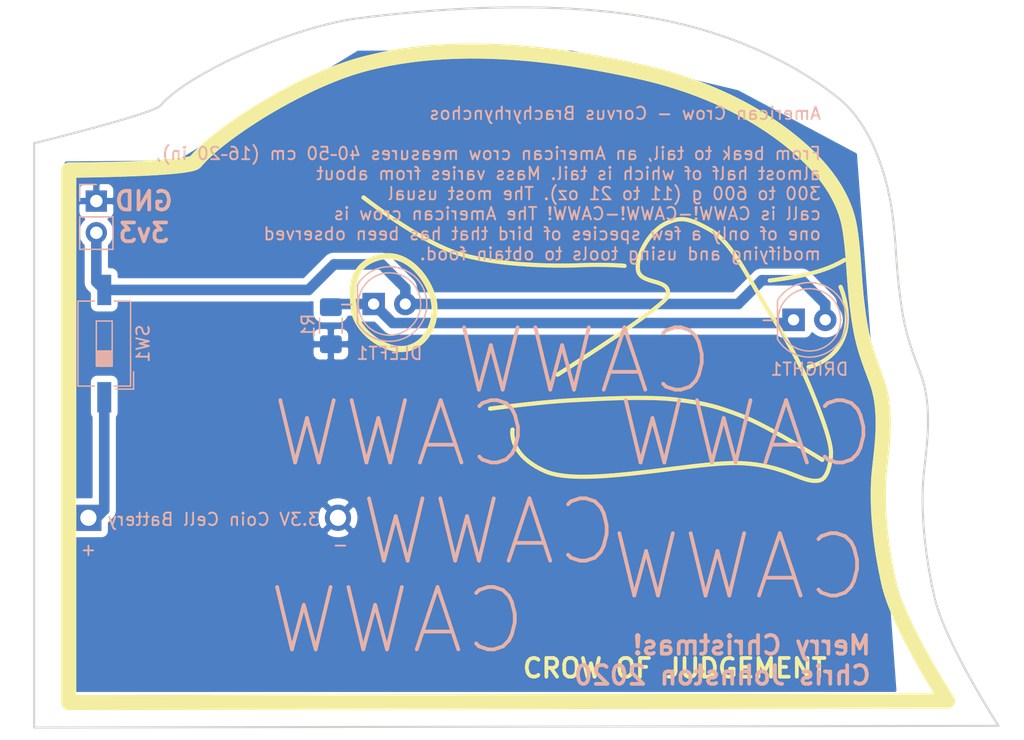
<source format=kicad_pcb>
(kicad_pcb (version 20171130) (host pcbnew 5.1.6-c6e7f7d~87~ubuntu19.10.1)

  (general
    (thickness 1.6)
    (drawings 23)
    (tracks 20)
    (zones 0)
    (modules 9)
    (nets 5)
  )

  (page A4)
  (layers
    (0 F.Cu signal)
    (31 B.Cu signal)
    (32 B.Adhes user)
    (33 F.Adhes user)
    (34 B.Paste user)
    (35 F.Paste user)
    (36 B.SilkS user)
    (37 F.SilkS user)
    (38 B.Mask user)
    (39 F.Mask user)
    (40 Dwgs.User user)
    (41 Cmts.User user)
    (42 Eco1.User user)
    (43 Eco2.User user)
    (44 Edge.Cuts user)
    (45 Margin user)
    (46 B.CrtYd user)
    (47 F.CrtYd user)
    (48 B.Fab user)
    (49 F.Fab user)
  )

  (setup
    (last_trace_width 0.85)
    (trace_clearance 0.2)
    (zone_clearance 0.508)
    (zone_45_only no)
    (trace_min 0.2)
    (via_size 0.8)
    (via_drill 0.4)
    (via_min_size 0.4)
    (via_min_drill 0.3)
    (uvia_size 0.3)
    (uvia_drill 0.1)
    (uvias_allowed no)
    (uvia_min_size 0.2)
    (uvia_min_drill 0.1)
    (edge_width 0.1)
    (segment_width 0.2)
    (pcb_text_width 0.3)
    (pcb_text_size 1.5 1.5)
    (mod_edge_width 0.15)
    (mod_text_size 1 1)
    (mod_text_width 0.15)
    (pad_size 2.1 2.1)
    (pad_drill 2.1)
    (pad_to_mask_clearance 0)
    (aux_axis_origin 0 0)
    (visible_elements FFFFFF7F)
    (pcbplotparams
      (layerselection 0x010f0_ffffffff)
      (usegerberextensions false)
      (usegerberattributes true)
      (usegerberadvancedattributes true)
      (creategerberjobfile true)
      (excludeedgelayer true)
      (linewidth 0.100000)
      (plotframeref false)
      (viasonmask false)
      (mode 1)
      (useauxorigin false)
      (hpglpennumber 1)
      (hpglpenspeed 20)
      (hpglpendiameter 15.000000)
      (psnegative false)
      (psa4output false)
      (plotreference true)
      (plotvalue true)
      (plotinvisibletext false)
      (padsonsilk false)
      (subtractmaskfromsilk false)
      (outputformat 1)
      (mirror false)
      (drillshape 0)
      (scaleselection 1)
      (outputdirectory "output_gerber/"))
  )

  (net 0 "")
  (net 1 GND)
  (net 2 "Net-(BT1-Pad1)")
  (net 3 "Net-(DLEFT1-Pad2)")
  (net 4 "Net-(DLEFT1-Pad1)")

  (net_class Default "This is the default net class."
    (clearance 0.2)
    (trace_width 0.85)
    (via_dia 0.8)
    (via_drill 0.4)
    (uvia_dia 0.3)
    (uvia_drill 0.1)
    (add_net GND)
    (add_net "Net-(BT1-Pad1)")
    (add_net "Net-(DLEFT1-Pad1)")
    (add_net "Net-(DLEFT1-Pad2)")
  )

  (module Resistor_SMD:R_1206_3216Metric_Pad1.42x1.75mm_HandSolder (layer B.Cu) (tedit 5B301BBD) (tstamp 5FD4DCE5)
    (at 37.846 38.5715 270)
    (descr "Resistor SMD 1206 (3216 Metric), square (rectangular) end terminal, IPC_7351 nominal with elongated pad for handsoldering. (Body size source: http://www.tortai-tech.com/upload/download/2011102023233369053.pdf), generated with kicad-footprint-generator")
    (tags "resistor handsolder")
    (path /5FD52D15)
    (attr smd)
    (fp_text reference R1 (at 0 1.82 90) (layer B.SilkS)
      (effects (font (size 1 1) (thickness 0.15)) (justify mirror))
    )
    (fp_text value 50 (at 0 -1.82 90) (layer B.Fab)
      (effects (font (size 1 1) (thickness 0.15)) (justify mirror))
    )
    (fp_text user %R (at 0 0 90) (layer B.Fab)
      (effects (font (size 0.8 0.8) (thickness 0.12)) (justify mirror))
    )
    (fp_line (start -1.6 -0.8) (end -1.6 0.8) (layer B.Fab) (width 0.1))
    (fp_line (start -1.6 0.8) (end 1.6 0.8) (layer B.Fab) (width 0.1))
    (fp_line (start 1.6 0.8) (end 1.6 -0.8) (layer B.Fab) (width 0.1))
    (fp_line (start 1.6 -0.8) (end -1.6 -0.8) (layer B.Fab) (width 0.1))
    (fp_line (start -0.602064 0.91) (end 0.602064 0.91) (layer B.SilkS) (width 0.12))
    (fp_line (start -0.602064 -0.91) (end 0.602064 -0.91) (layer B.SilkS) (width 0.12))
    (fp_line (start -2.45 -1.12) (end -2.45 1.12) (layer B.CrtYd) (width 0.05))
    (fp_line (start -2.45 1.12) (end 2.45 1.12) (layer B.CrtYd) (width 0.05))
    (fp_line (start 2.45 1.12) (end 2.45 -1.12) (layer B.CrtYd) (width 0.05))
    (fp_line (start 2.45 -1.12) (end -2.45 -1.12) (layer B.CrtYd) (width 0.05))
    (pad 2 smd roundrect (at 1.4875 0 270) (size 1.425 1.75) (layers B.Cu B.Paste B.Mask) (roundrect_rratio 0.175439)
      (net 1 GND))
    (pad 1 smd roundrect (at -1.4875 0 270) (size 1.425 1.75) (layers B.Cu B.Paste B.Mask) (roundrect_rratio 0.175439)
      (net 4 "Net-(DLEFT1-Pad1)"))
    (model ${KISYS3DMOD}/Resistor_SMD.3dshapes/R_1206_3216Metric.wrl
      (at (xyz 0 0 0))
      (scale (xyz 1 1 1))
      (rotate (xyz 0 0 0))
    )
  )

  (module Battery:BatteryHolder_ComfortableElectronic_CH273-2450_1x2450 (layer B.Cu) (tedit 5FD0AB59) (tstamp 5FD0D144)
    (at 18.415 53.975)
    (descr "Comfortable Electronic CR2450 battery holder, http://www.comf.com.tw/ProductDetail.asp?no=148")
    (tags "Comfortable Electronic CR2450")
    (path /5FCF453E)
    (fp_text reference BT1 (at 0.1 6.62) (layer B.SilkS) hide
      (effects (font (size 1 1) (thickness 0.15)) (justify mirror))
    )
    (fp_text value Battery (at 13.47 -2.54) (layer B.Fab)
      (effects (font (size 1 1) (thickness 0.15)) (justify mirror))
    )
    (fp_line (start 1.77 -5.75) (end -1.47 -5.75) (layer B.CrtYd) (width 0.05))
    (fp_line (start -1.47 -5.75) (end -1.47 5.75) (layer B.CrtYd) (width 0.05))
    (fp_line (start -1.47 5.75) (end 1.77 5.75) (layer B.CrtYd) (width 0.05))
    (fp_line (start 1.95 -5.5) (end -1.22 -5.5) (layer B.Fab) (width 0.1))
    (fp_line (start -1.22 -5.5) (end -1.22 5.5) (layer B.Fab) (width 0.1))
    (fp_line (start -1.22 5.5) (end 1.95 5.5) (layer B.Fab) (width 0.1))
    (fp_arc (start 14.28 0) (end 1.77 5.75) (angle -310.6299215) (layer B.CrtYd) (width 0.05))
    (fp_arc (start 14.28 0) (end 1.95 5.5) (angle -311.9199008) (layer B.Fab) (width 0.1))
    (fp_text user %R (at 14 0) (layer B.Fab)
      (effects (font (size 1 1) (thickness 0.1)) (justify mirror))
    )
    (pad 2 thru_hole circle (at 20 0 90) (size 2.1 2.1) (drill 1.3) (layers *.Cu *.Mask)
      (net 1 GND))
    (pad 1 thru_hole rect (at 0 0 90) (size 2.1 2.1) (drill 1.3) (layers *.Cu *.Mask)
      (net 2 "Net-(BT1-Pad1)"))
    (model ${KISYS3DMOD}/Battery.3dshapes/BatteryHolder_ComfortableElectronic_CH273-2450_1x2450.wrl
      (at (xyz 0 0 0))
      (scale (xyz 1 1 1))
      (rotate (xyz 0 0 0))
    )
  )

  (module Button_Switch_SMD:SW_DIP_SPSTx01_Slide_6.7x4.1mm_W8.61mm_P2.54mm_LowProfile (layer B.Cu) (tedit 5A4E1404) (tstamp 5FD4BB25)
    (at 19.685 40.005 90)
    (descr "SMD 1x-dip-switch SPST , Slide, row spacing 8.61 mm (338 mils), body size 6.7x4.1mm (see e.g. https://www.ctscorp.com/wp-content/uploads/219.pdf), SMD, LowProfile")
    (tags "SMD DIP Switch SPST Slide 8.61mm 338mil SMD LowProfile")
    (path /5FD3BC38)
    (attr smd)
    (fp_text reference SW1 (at 0 3.11 270) (layer B.SilkS)
      (effects (font (size 1 1) (thickness 0.15)) (justify mirror))
    )
    (fp_text value SW_DIP_x01 (at 0 -3.11 270) (layer B.Fab)
      (effects (font (size 1 1) (thickness 0.15)) (justify mirror))
    )
    (fp_text user on (at 0.4275 1.3425 270) (layer B.Fab)
      (effects (font (size 0.6 0.6) (thickness 0.09)) (justify mirror))
    )
    (fp_text user %R (at 2.58 0) (layer B.Fab)
      (effects (font (size 0.6 0.6) (thickness 0.09)) (justify mirror))
    )
    (fp_line (start -2.35 2.05) (end 3.35 2.05) (layer B.Fab) (width 0.1))
    (fp_line (start 3.35 2.05) (end 3.35 -2.05) (layer B.Fab) (width 0.1))
    (fp_line (start 3.35 -2.05) (end -3.35 -2.05) (layer B.Fab) (width 0.1))
    (fp_line (start -3.35 -2.05) (end -3.35 1.05) (layer B.Fab) (width 0.1))
    (fp_line (start -3.35 1.05) (end -2.35 2.05) (layer B.Fab) (width 0.1))
    (fp_line (start -1.81 0.635) (end -1.81 -0.635) (layer B.Fab) (width 0.1))
    (fp_line (start -1.81 -0.635) (end 1.81 -0.635) (layer B.Fab) (width 0.1))
    (fp_line (start 1.81 -0.635) (end 1.81 0.635) (layer B.Fab) (width 0.1))
    (fp_line (start 1.81 0.635) (end -1.81 0.635) (layer B.Fab) (width 0.1))
    (fp_line (start -1.81 0.535) (end -0.603333 0.535) (layer B.Fab) (width 0.1))
    (fp_line (start -1.81 0.435) (end -0.603333 0.435) (layer B.Fab) (width 0.1))
    (fp_line (start -1.81 0.335) (end -0.603333 0.335) (layer B.Fab) (width 0.1))
    (fp_line (start -1.81 0.235) (end -0.603333 0.235) (layer B.Fab) (width 0.1))
    (fp_line (start -1.81 0.135) (end -0.603333 0.135) (layer B.Fab) (width 0.1))
    (fp_line (start -1.81 0.035) (end -0.603333 0.035) (layer B.Fab) (width 0.1))
    (fp_line (start -1.81 -0.065) (end -0.603333 -0.065) (layer B.Fab) (width 0.1))
    (fp_line (start -1.81 -0.165) (end -0.603333 -0.165) (layer B.Fab) (width 0.1))
    (fp_line (start -1.81 -0.265) (end -0.603333 -0.265) (layer B.Fab) (width 0.1))
    (fp_line (start -1.81 -0.365) (end -0.603333 -0.365) (layer B.Fab) (width 0.1))
    (fp_line (start -1.81 -0.465) (end -0.603333 -0.465) (layer B.Fab) (width 0.1))
    (fp_line (start -1.81 -0.565) (end -0.603333 -0.565) (layer B.Fab) (width 0.1))
    (fp_line (start -0.603333 0.635) (end -0.603333 -0.635) (layer B.Fab) (width 0.1))
    (fp_line (start -3.41 2.11) (end 3.41 2.11) (layer B.SilkS) (width 0.12))
    (fp_line (start -3.41 -2.11) (end 3.41 -2.11) (layer B.SilkS) (width 0.12))
    (fp_line (start -3.41 2.11) (end -3.41 0.8) (layer B.SilkS) (width 0.12))
    (fp_line (start -3.41 -0.8) (end -3.41 -2.11) (layer B.SilkS) (width 0.12))
    (fp_line (start 3.41 2.11) (end 3.41 0.8) (layer B.SilkS) (width 0.12))
    (fp_line (start 3.41 -0.8) (end 3.41 -2.11) (layer B.SilkS) (width 0.12))
    (fp_line (start -3.65 2.35) (end -2.267 2.35) (layer B.SilkS) (width 0.12))
    (fp_line (start -3.65 2.35) (end -3.65 0.967) (layer B.SilkS) (width 0.12))
    (fp_line (start -1.81 0.635) (end -1.81 -0.635) (layer B.SilkS) (width 0.12))
    (fp_line (start -1.81 -0.635) (end 1.81 -0.635) (layer B.SilkS) (width 0.12))
    (fp_line (start 1.81 -0.635) (end 1.81 0.635) (layer B.SilkS) (width 0.12))
    (fp_line (start 1.81 0.635) (end -1.81 0.635) (layer B.SilkS) (width 0.12))
    (fp_line (start -1.81 0.515) (end -0.603333 0.515) (layer B.SilkS) (width 0.12))
    (fp_line (start -1.81 0.395) (end -0.603333 0.395) (layer B.SilkS) (width 0.12))
    (fp_line (start -1.81 0.275) (end -0.603333 0.275) (layer B.SilkS) (width 0.12))
    (fp_line (start -1.81 0.155) (end -0.603333 0.155) (layer B.SilkS) (width 0.12))
    (fp_line (start -1.81 0.035) (end -0.603333 0.035) (layer B.SilkS) (width 0.12))
    (fp_line (start -1.81 -0.085) (end -0.603333 -0.085) (layer B.SilkS) (width 0.12))
    (fp_line (start -1.81 -0.205) (end -0.603333 -0.205) (layer B.SilkS) (width 0.12))
    (fp_line (start -1.81 -0.325) (end -0.603333 -0.325) (layer B.SilkS) (width 0.12))
    (fp_line (start -1.81 -0.445) (end -0.603333 -0.445) (layer B.SilkS) (width 0.12))
    (fp_line (start -1.81 -0.565) (end -0.603333 -0.565) (layer B.SilkS) (width 0.12))
    (fp_line (start -0.603333 0.635) (end -0.603333 -0.635) (layer B.SilkS) (width 0.12))
    (fp_line (start -5.8 2.4) (end -5.8 -2.4) (layer B.CrtYd) (width 0.05))
    (fp_line (start -5.8 -2.4) (end 5.8 -2.4) (layer B.CrtYd) (width 0.05))
    (fp_line (start 5.8 -2.4) (end 5.8 2.4) (layer B.CrtYd) (width 0.05))
    (fp_line (start 5.8 2.4) (end -5.8 2.4) (layer B.CrtYd) (width 0.05))
    (pad 2 smd rect (at 4.305 0 90) (size 2.44 1.12) (layers B.Cu B.Paste B.Mask)
      (net 3 "Net-(DLEFT1-Pad2)"))
    (pad 1 smd rect (at -4.305 0 90) (size 2.44 1.12) (layers B.Cu B.Paste B.Mask)
      (net 2 "Net-(BT1-Pad1)"))
    (model ${KISYS3DMOD}/Button_Switch_SMD.3dshapes/SW_DIP_SPSTx01_Slide_6.7x4.1mm_W8.61mm_P2.54mm_LowProfile.wrl
      (at (xyz 0 0 0))
      (scale (xyz 1 1 1))
      (rotate (xyz 0 0 90))
    )
  )

  (module Connector_PinSocket_2.54mm:PinSocket_1x02_P2.54mm_Vertical (layer B.Cu) (tedit 5A19A420) (tstamp 5FD4BAEC)
    (at 19.05 28.575 180)
    (descr "Through hole straight socket strip, 1x02, 2.54mm pitch, single row (from Kicad 4.0.7), script generated")
    (tags "Through hole socket strip THT 1x02 2.54mm single row")
    (path /5FD3F41C)
    (fp_text reference J1 (at 0 2.77) (layer B.SilkS) hide
      (effects (font (size 1 1) (thickness 0.15)) (justify mirror))
    )
    (fp_text value Conn_01x02_Female (at 0 -5.31) (layer B.Fab)
      (effects (font (size 1 1) (thickness 0.15)) (justify mirror))
    )
    (fp_line (start -1.27 1.27) (end 0.635 1.27) (layer B.Fab) (width 0.1))
    (fp_line (start 0.635 1.27) (end 1.27 0.635) (layer B.Fab) (width 0.1))
    (fp_line (start 1.27 0.635) (end 1.27 -3.81) (layer B.Fab) (width 0.1))
    (fp_line (start 1.27 -3.81) (end -1.27 -3.81) (layer B.Fab) (width 0.1))
    (fp_line (start -1.27 -3.81) (end -1.27 1.27) (layer B.Fab) (width 0.1))
    (fp_line (start -1.33 -1.27) (end 1.33 -1.27) (layer B.SilkS) (width 0.12))
    (fp_line (start -1.33 -1.27) (end -1.33 -3.87) (layer B.SilkS) (width 0.12))
    (fp_line (start -1.33 -3.87) (end 1.33 -3.87) (layer B.SilkS) (width 0.12))
    (fp_line (start 1.33 -1.27) (end 1.33 -3.87) (layer B.SilkS) (width 0.12))
    (fp_line (start 1.33 1.33) (end 1.33 0) (layer B.SilkS) (width 0.12))
    (fp_line (start 0 1.33) (end 1.33 1.33) (layer B.SilkS) (width 0.12))
    (fp_line (start -1.8 1.8) (end 1.75 1.8) (layer B.CrtYd) (width 0.05))
    (fp_line (start 1.75 1.8) (end 1.75 -4.3) (layer B.CrtYd) (width 0.05))
    (fp_line (start 1.75 -4.3) (end -1.8 -4.3) (layer B.CrtYd) (width 0.05))
    (fp_line (start -1.8 -4.3) (end -1.8 1.8) (layer B.CrtYd) (width 0.05))
    (pad 2 thru_hole oval (at 0 -2.54 180) (size 1.7 1.7) (drill 1) (layers *.Cu *.Mask)
      (net 3 "Net-(DLEFT1-Pad2)"))
    (pad 1 thru_hole rect (at 0 0 180) (size 1.7 1.7) (drill 1) (layers *.Cu *.Mask)
      (net 1 GND))
    (model ${KISYS3DMOD}/Connector_PinSocket_2.54mm.3dshapes/PinSocket_1x02_P2.54mm_Vertical.wrl
      (at (xyz 0 0 0))
      (scale (xyz 1 1 1))
      (rotate (xyz 0 0 0))
    )
  )

  (module MountingHole:MountingHole_2.1mm (layer F.Cu) (tedit 5B924765) (tstamp 5FD4A30C)
    (at 27.94 20.955)
    (descr "Mounting Hole 2.1mm, no annular")
    (tags "mounting hole 2.1mm no annular")
    (attr virtual)
    (fp_text reference REF** (at 0 -3.2) (layer F.SilkS) hide
      (effects (font (size 1 1) (thickness 0.15)))
    )
    (fp_text value MountingHole_2.1mm (at 0 3.2) (layer F.Fab) hide
      (effects (font (size 1 1) (thickness 0.15)))
    )
    (fp_text user %R (at 0.3 0) (layer F.Fab) hide
      (effects (font (size 1 1) (thickness 0.15)))
    )
    (fp_circle (center 0 0) (end 2.1 0) (layer Cmts.User) (width 0.15))
    (fp_circle (center 0 0) (end 2.35 0) (layer F.CrtYd) (width 0.05))
    (pad "" np_thru_hole circle (at 0 0) (size 2.1 2.1) (drill 2.1) (layers *.Cu *.Mask))
  )

  (module robocrob:kicad_vectorcrob (layer F.Cu) (tedit 5FD09722) (tstamp 5FD14908)
    (at 13.335 12.7)
    (descr "Imported from kicad_vectorcrob.svg")
    (tags svg2mod)
    (attr virtual)
    (fp_text reference svg2mod (at 0 -3.207291) (layer F.SilkS) hide
      (effects (font (size 1.524 1.524) (thickness 0.3048)))
    )
    (fp_text value G*** (at 0 61.143987) (layer F.SilkS) hide
      (effects (font (size 1.524 1.524) (thickness 0.3048)))
    )
    (fp_line (start 3.508864 13.399034) (end 3.526643 13.398926) (layer F.SilkS) (width 1.211414))
    (fp_line (start 3.526643 13.398926) (end 3.578809 13.398571) (layer F.SilkS) (width 1.211414))
    (fp_line (start 3.578809 13.398571) (end 3.663603 13.397921) (layer F.SilkS) (width 1.211414))
    (fp_line (start 3.663603 13.397921) (end 3.779263 13.396927) (layer F.SilkS) (width 1.211414))
    (fp_line (start 3.779263 13.396927) (end 3.924032 13.395543) (layer F.SilkS) (width 1.211414))
    (fp_line (start 3.924032 13.395543) (end 4.096149 13.393719) (layer F.SilkS) (width 1.211414))
    (fp_line (start 4.096149 13.393719) (end 4.293856 13.391409) (layer F.SilkS) (width 1.211414))
    (fp_line (start 4.293856 13.391409) (end 4.515392 13.388563) (layer F.SilkS) (width 1.211414))
    (fp_line (start 4.515392 13.388563) (end 4.758999 13.385134) (layer F.SilkS) (width 1.211414))
    (fp_line (start 4.758999 13.385134) (end 5.022917 13.381074) (layer F.SilkS) (width 1.211414))
    (fp_line (start 5.022917 13.381074) (end 5.305386 13.376336) (layer F.SilkS) (width 1.211414))
    (fp_line (start 5.305386 13.376336) (end 5.604647 13.37087) (layer F.SilkS) (width 1.211414))
    (fp_line (start 5.604647 13.37087) (end 5.918941 13.36463) (layer F.SilkS) (width 1.211414))
    (fp_line (start 5.918941 13.36463) (end 6.246508 13.357567) (layer F.SilkS) (width 1.211414))
    (fp_line (start 6.246508 13.357567) (end 6.585589 13.349633) (layer F.SilkS) (width 1.211414))
    (fp_line (start 6.585589 13.349633) (end 6.934424 13.34078) (layer F.SilkS) (width 1.211414))
    (fp_line (start 6.934424 13.34078) (end 7.291254 13.330961) (layer F.SilkS) (width 1.211414))
    (fp_line (start 7.291254 13.330961) (end 7.65432 13.320127) (layer F.SilkS) (width 1.211414))
    (fp_line (start 7.65432 13.320127) (end 8.021862 13.30823) (layer F.SilkS) (width 1.211414))
    (fp_line (start 8.021862 13.30823) (end 8.39212 13.295223) (layer F.SilkS) (width 1.211414))
    (fp_line (start 8.39212 13.295223) (end 8.763335 13.281057) (layer F.SilkS) (width 1.211414))
    (fp_line (start 8.763335 13.281057) (end 9.133748 13.265685) (layer F.SilkS) (width 1.211414))
    (fp_line (start 9.133748 13.265685) (end 9.5016 13.249059) (layer F.SilkS) (width 1.211414))
    (fp_line (start 9.5016 13.249059) (end 9.86513 13.23113) (layer F.SilkS) (width 1.211414))
    (fp_line (start 9.86513 13.23113) (end 10.22258 13.21185) (layer F.SilkS) (width 1.211414))
    (fp_line (start 10.22258 13.21185) (end 10.57219 13.191172) (layer F.SilkS) (width 1.211414))
    (fp_line (start 10.57219 13.191172) (end 10.9122 13.169048) (layer F.SilkS) (width 1.211414))
    (fp_line (start 10.9122 13.169048) (end 11.240852 13.14543) (layer F.SilkS) (width 1.211414))
    (fp_line (start 11.240852 13.14543) (end 11.556385 13.12027) (layer F.SilkS) (width 1.211414))
    (fp_line (start 11.556385 13.12027) (end 11.85704 13.093519) (layer F.SilkS) (width 1.211414))
    (fp_line (start 11.85704 13.093519) (end 12.141058 13.06513) (layer F.SilkS) (width 1.211414))
    (fp_line (start 12.141058 13.06513) (end 12.40668 13.035055) (layer F.SilkS) (width 1.211414))
    (fp_line (start 12.40668 13.035055) (end 12.652146 13.003246) (layer F.SilkS) (width 1.211414))
    (fp_line (start 12.652146 13.003246) (end 12.875696 12.969655) (layer F.SilkS) (width 1.211414))
    (fp_line (start 12.875696 12.969655) (end 13.075572 12.934234) (layer F.SilkS) (width 1.211414))
    (fp_line (start 13.075572 12.934234) (end 13.250013 12.896935) (layer F.SilkS) (width 1.211414))
    (fp_line (start 13.250013 12.896935) (end 13.39726 12.85771) (layer F.SilkS) (width 1.211414))
    (fp_line (start 13.39726 12.85771) (end 13.515554 12.816511) (layer F.SilkS) (width 1.211414))
    (fp_line (start 13.515554 12.816511) (end 13.603135 12.773291) (layer F.SilkS) (width 1.211414))
    (fp_line (start 13.603135 12.773291) (end 13.658245 12.728001) (layer F.SilkS) (width 1.211414))
    (fp_line (start 13.658245 12.728001) (end 13.755579 12.613194) (layer F.SilkS) (width 1.211414))
    (fp_line (start 13.755579 12.613194) (end 13.860271 12.495442) (layer F.SilkS) (width 1.211414))
    (fp_line (start 13.860271 12.495442) (end 13.972159 12.374869) (layer F.SilkS) (width 1.211414))
    (fp_line (start 13.972159 12.374869) (end 14.091077 12.251602) (layer F.SilkS) (width 1.211414))
    (fp_line (start 14.091077 12.251602) (end 14.216862 12.125768) (layer F.SilkS) (width 1.211414))
    (fp_line (start 14.216862 12.125768) (end 14.34935 11.997493) (layer F.SilkS) (width 1.211414))
    (fp_line (start 14.34935 11.997493) (end 14.488378 11.866904) (layer F.SilkS) (width 1.211414))
    (fp_line (start 14.488378 11.866904) (end 14.63378 11.734128) (layer F.SilkS) (width 1.211414))
    (fp_line (start 14.63378 11.734128) (end 14.785394 11.59929) (layer F.SilkS) (width 1.211414))
    (fp_line (start 14.785394 11.59929) (end 14.943055 11.462518) (layer F.SilkS) (width 1.211414))
    (fp_line (start 14.943055 11.462518) (end 15.1066 11.323938) (layer F.SilkS) (width 1.211414))
    (fp_line (start 15.1066 11.323938) (end 15.275864 11.183675) (layer F.SilkS) (width 1.211414))
    (fp_line (start 15.275864 11.183675) (end 15.450684 11.041858) (layer F.SilkS) (width 1.211414))
    (fp_line (start 15.450684 11.041858) (end 15.630896 10.898612) (layer F.SilkS) (width 1.211414))
    (fp_line (start 15.630896 10.898612) (end 15.816335 10.754064) (layer F.SilkS) (width 1.211414))
    (fp_line (start 15.816335 10.754064) (end 16.006839 10.608341) (layer F.SilkS) (width 1.211414))
    (fp_line (start 16.006839 10.608341) (end 16.202242 10.461568) (layer F.SilkS) (width 1.211414))
    (fp_line (start 16.202242 10.461568) (end 16.402382 10.313873) (layer F.SilkS) (width 1.211414))
    (fp_line (start 16.402382 10.313873) (end 16.607093 10.165381) (layer F.SilkS) (width 1.211414))
    (fp_line (start 16.607093 10.165381) (end 16.816213 10.01622) (layer F.SilkS) (width 1.211414))
    (fp_line (start 16.816213 10.01622) (end 17.029578 9.866516) (layer F.SilkS) (width 1.211414))
    (fp_line (start 17.029578 9.866516) (end 17.247022 9.716395) (layer F.SilkS) (width 1.211414))
    (fp_line (start 17.247022 9.716395) (end 17.468383 9.565984) (layer F.SilkS) (width 1.211414))
    (fp_line (start 17.468383 9.565984) (end 17.693497 9.41541) (layer F.SilkS) (width 1.211414))
    (fp_line (start 17.693497 9.41541) (end 17.9222 9.264798) (layer F.SilkS) (width 1.211414))
    (fp_line (start 17.9222 9.264798) (end 18.154327 9.114276) (layer F.SilkS) (width 1.211414))
    (fp_line (start 18.154327 9.114276) (end 18.389715 8.96397) (layer F.SilkS) (width 1.211414))
    (fp_line (start 18.389715 8.96397) (end 18.6282 8.814006) (layer F.SilkS) (width 1.211414))
    (fp_line (start 18.6282 8.814006) (end 18.869619 8.664512) (layer F.SilkS) (width 1.211414))
    (fp_line (start 18.869619 8.664512) (end 19.113806 8.515612) (layer F.SilkS) (width 1.211414))
    (fp_line (start 19.113806 8.515612) (end 19.360598 8.367435) (layer F.SilkS) (width 1.211414))
    (fp_line (start 19.360598 8.367435) (end 19.609832 8.220106) (layer F.SilkS) (width 1.211414))
    (fp_line (start 19.609832 8.220106) (end 19.861344 8.073752) (layer F.SilkS) (width 1.211414))
    (fp_line (start 19.861344 8.073752) (end 20.114968 7.9285) (layer F.SilkS) (width 1.211414))
    (fp_line (start 20.114968 7.9285) (end 20.370543 7.784476) (layer F.SilkS) (width 1.211414))
    (fp_line (start 20.370543 7.784476) (end 20.627902 7.641806) (layer F.SilkS) (width 1.211414))
    (fp_line (start 20.627902 7.641806) (end 20.886884 7.500617) (layer F.SilkS) (width 1.211414))
    (fp_line (start 20.886884 7.500617) (end 21.147324 7.361035) (layer F.SilkS) (width 1.211414))
    (fp_line (start 21.147324 7.361035) (end 21.409057 7.223188) (layer F.SilkS) (width 1.211414))
    (fp_line (start 21.409057 7.223188) (end 21.67192 7.087201) (layer F.SilkS) (width 1.211414))
    (fp_line (start 21.67192 7.087201) (end 21.93575 6.953201) (layer F.SilkS) (width 1.211414))
    (fp_line (start 21.93575 6.953201) (end 22.200382 6.821315) (layer F.SilkS) (width 1.211414))
    (fp_line (start 22.200382 6.821315) (end 22.465652 6.691668) (layer F.SilkS) (width 1.211414))
    (fp_line (start 22.465652 6.691668) (end 22.731396 6.564389) (layer F.SilkS) (width 1.211414))
    (fp_line (start 22.731396 6.564389) (end 22.997451 6.439602) (layer F.SilkS) (width 1.211414))
    (fp_line (start 22.997451 6.439602) (end 23.263652 6.317435) (layer F.SilkS) (width 1.211414))
    (fp_line (start 23.263652 6.317435) (end 23.529836 6.198014) (layer F.SilkS) (width 1.211414))
    (fp_line (start 23.529836 6.198014) (end 23.795838 6.081465) (layer F.SilkS) (width 1.211414))
    (fp_line (start 23.795838 6.081465) (end 24.061496 5.967915) (layer F.SilkS) (width 1.211414))
    (fp_line (start 24.061496 5.967915) (end 24.326644 5.857492) (layer F.SilkS) (width 1.211414))
    (fp_line (start 24.326644 5.857492) (end 24.591119 5.75032) (layer F.SilkS) (width 1.211414))
    (fp_line (start 24.591119 5.75032) (end 24.854757 5.646526) (layer F.SilkS) (width 1.211414))
    (fp_line (start 24.854757 5.646526) (end 25.117394 5.546238) (layer F.SilkS) (width 1.211414))
    (fp_line (start 25.117394 5.546238) (end 25.378867 5.449582) (layer F.SilkS) (width 1.211414))
    (fp_line (start 25.378867 5.449582) (end 25.639011 5.356683) (layer F.SilkS) (width 1.211414))
    (fp_line (start 25.639011 5.356683) (end 25.897662 5.267669) (layer F.SilkS) (width 1.211414))
    (fp_line (start 25.897662 5.267669) (end 26.154657 5.182667) (layer F.SilkS) (width 1.211414))
    (fp_line (start 26.154657 5.182667) (end 26.409831 5.101801) (layer F.SilkS) (width 1.211414))
    (fp_line (start 26.409831 5.101801) (end 26.663021 5.0252) (layer F.SilkS) (width 1.211414))
    (fp_line (start 26.663021 5.0252) (end 26.914063 4.95299) (layer F.SilkS) (width 1.211414))
    (fp_line (start 26.914063 4.95299) (end 27.162793 4.885297) (layer F.SilkS) (width 1.211414))
    (fp_line (start 27.162793 4.885297) (end 27.409761 4.82127) (layer F.SilkS) (width 1.211414))
    (fp_line (start 27.409761 4.82127) (end 27.657451 4.759478) (layer F.SilkS) (width 1.211414))
    (fp_line (start 27.657451 4.759478) (end 27.905845 4.6999) (layer F.SilkS) (width 1.211414))
    (fp_line (start 27.905845 4.6999) (end 28.154929 4.642517) (layer F.SilkS) (width 1.211414))
    (fp_line (start 28.154929 4.642517) (end 28.404684 4.587308) (layer F.SilkS) (width 1.211414))
    (fp_line (start 28.404684 4.587308) (end 28.655095 4.534254) (layer F.SilkS) (width 1.211414))
    (fp_line (start 28.655095 4.534254) (end 28.906144 4.483335) (layer F.SilkS) (width 1.211414))
    (fp_line (start 28.906144 4.483335) (end 29.157816 4.434532) (layer F.SilkS) (width 1.211414))
    (fp_line (start 29.157816 4.434532) (end 29.410094 4.387824) (layer F.SilkS) (width 1.211414))
    (fp_line (start 29.410094 4.387824) (end 29.662962 4.343191) (layer F.SilkS) (width 1.211414))
    (fp_line (start 29.662962 4.343191) (end 29.916402 4.300614) (layer F.SilkS) (width 1.211414))
    (fp_line (start 29.916402 4.300614) (end 30.170399 4.260072) (layer F.SilkS) (width 1.211414))
    (fp_line (start 30.170399 4.260072) (end 30.424935 4.221547) (layer F.SilkS) (width 1.211414))
    (fp_line (start 30.424935 4.221547) (end 30.679995 4.185018) (layer F.SilkS) (width 1.211414))
    (fp_line (start 30.679995 4.185018) (end 30.935562 4.150465) (layer F.SilkS) (width 1.211414))
    (fp_line (start 30.935562 4.150465) (end 31.191619 4.117868) (layer F.SilkS) (width 1.211414))
    (fp_line (start 31.191619 4.117868) (end 31.448149 4.087208) (layer F.SilkS) (width 1.211414))
    (fp_line (start 31.448149 4.087208) (end 31.705137 4.058465) (layer F.SilkS) (width 1.211414))
    (fp_line (start 31.705137 4.058465) (end 31.962566 4.031619) (layer F.SilkS) (width 1.211414))
    (fp_line (start 31.962566 4.031619) (end 32.220419 4.00665) (layer F.SilkS) (width 1.211414))
    (fp_line (start 32.220419 4.00665) (end 32.478679 3.983538) (layer F.SilkS) (width 1.211414))
    (fp_line (start 32.478679 3.983538) (end 32.737331 3.962263) (layer F.SilkS) (width 1.211414))
    (fp_line (start 32.737331 3.962263) (end 32.996357 3.942806) (layer F.SilkS) (width 1.211414))
    (fp_line (start 32.996357 3.942806) (end 33.255742 3.925147) (layer F.SilkS) (width 1.211414))
    (fp_line (start 33.255742 3.925147) (end 33.515468 3.909265) (layer F.SilkS) (width 1.211414))
    (fp_line (start 33.515468 3.909265) (end 33.775519 3.895141) (layer F.SilkS) (width 1.211414))
    (fp_line (start 33.775519 3.895141) (end 34.035879 3.882756) (layer F.SilkS) (width 1.211414))
    (fp_line (start 34.035879 3.882756) (end 34.296531 3.872089) (layer F.SilkS) (width 1.211414))
    (fp_line (start 34.296531 3.872089) (end 34.557459 3.86312) (layer F.SilkS) (width 1.211414))
    (fp_line (start 34.557459 3.86312) (end 34.818645 3.85583) (layer F.SilkS) (width 1.211414))
    (fp_line (start 34.818645 3.85583) (end 35.080074 3.850199) (layer F.SilkS) (width 1.211414))
    (fp_line (start 35.080074 3.850199) (end 35.341729 3.846207) (layer F.SilkS) (width 1.211414))
    (fp_line (start 35.341729 3.846207) (end 35.603594 3.843833) (layer F.SilkS) (width 1.211414))
    (fp_line (start 35.603594 3.843833) (end 35.865651 3.843059) (layer F.SilkS) (width 1.211414))
    (fp_line (start 35.865651 3.843059) (end 36.127885 3.843865) (layer F.SilkS) (width 1.211414))
    (fp_line (start 36.127885 3.843865) (end 36.390279 3.84623) (layer F.SilkS) (width 1.211414))
    (fp_line (start 36.390279 3.84623) (end 36.652817 3.850135) (layer F.SilkS) (width 1.211414))
    (fp_line (start 36.652817 3.850135) (end 36.915481 3.855559) (layer F.SilkS) (width 1.211414))
    (fp_line (start 36.915481 3.855559) (end 37.178255 3.862484) (layer F.SilkS) (width 1.211414))
    (fp_line (start 37.178255 3.862484) (end 37.441124 3.870889) (layer F.SilkS) (width 1.211414))
    (fp_line (start 37.441124 3.870889) (end 37.704069 3.880754) (layer F.SilkS) (width 1.211414))
    (fp_line (start 37.704069 3.880754) (end 37.967076 3.89206) (layer F.SilkS) (width 1.211414))
    (fp_line (start 37.967076 3.89206) (end 38.230127 3.904786) (layer F.SilkS) (width 1.211414))
    (fp_line (start 38.230127 3.904786) (end 38.493206 3.918913) (layer F.SilkS) (width 1.211414))
    (fp_line (start 38.493206 3.918913) (end 38.756295 3.934422) (layer F.SilkS) (width 1.211414))
    (fp_line (start 38.756295 3.934422) (end 39.01938 3.951291) (layer F.SilkS) (width 1.211414))
    (fp_line (start 39.01938 3.951291) (end 39.282443 3.969501) (layer F.SilkS) (width 1.211414))
    (fp_line (start 39.282443 3.969501) (end 39.545468 3.989034) (layer F.SilkS) (width 1.211414))
    (fp_line (start 39.545468 3.989034) (end 39.808437 4.009867) (layer F.SilkS) (width 1.211414))
    (fp_line (start 39.808437 4.009867) (end 40.071336 4.031983) (layer F.SilkS) (width 1.211414))
    (fp_line (start 40.071336 4.031983) (end 40.334147 4.05536) (layer F.SilkS) (width 1.211414))
    (fp_line (start 40.334147 4.05536) (end 40.596853 4.079979) (layer F.SilkS) (width 1.211414))
    (fp_line (start 40.596853 4.079979) (end 40.859438 4.105821) (layer F.SilkS) (width 1.211414))
    (fp_line (start 40.859438 4.105821) (end 41.121886 4.132865) (layer F.SilkS) (width 1.211414))
    (fp_line (start 41.121886 4.132865) (end 41.38418 4.161091) (layer F.SilkS) (width 1.211414))
    (fp_line (start 41.38418 4.161091) (end 41.646304 4.190481) (layer F.SilkS) (width 1.211414))
    (fp_line (start 41.646304 4.190481) (end 41.908241 4.221013) (layer F.SilkS) (width 1.211414))
    (fp_line (start 41.908241 4.221013) (end 42.169974 4.252668) (layer F.SilkS) (width 1.211414))
    (fp_line (start 42.169974 4.252668) (end 42.431487 4.285426) (layer F.SilkS) (width 1.211414))
    (fp_line (start 42.431487 4.285426) (end 42.692764 4.319268) (layer F.SilkS) (width 1.211414))
    (fp_line (start 42.692764 4.319268) (end 42.953788 4.354173) (layer F.SilkS) (width 1.211414))
    (fp_line (start 42.953788 4.354173) (end 43.214542 4.390122) (layer F.SilkS) (width 1.211414))
    (fp_line (start 43.214542 4.390122) (end 43.47501 4.427094) (layer F.SilkS) (width 1.211414))
    (fp_line (start 43.47501 4.427094) (end 43.735176 4.465071) (layer F.SilkS) (width 1.211414))
    (fp_line (start 43.735176 4.465071) (end 43.995023 4.504031) (layer F.SilkS) (width 1.211414))
    (fp_line (start 43.995023 4.504031) (end 44.254533 4.543956) (layer F.SilkS) (width 1.211414))
    (fp_line (start 44.254533 4.543956) (end 44.513692 4.584825) (layer F.SilkS) (width 1.211414))
    (fp_line (start 44.513692 4.584825) (end 44.772482 4.626619) (layer F.SilkS) (width 1.211414))
    (fp_line (start 44.772482 4.626619) (end 45.030887 4.669318) (layer F.SilkS) (width 1.211414))
    (fp_line (start 45.030887 4.669318) (end 45.288891 4.712901) (layer F.SilkS) (width 1.211414))
    (fp_line (start 45.288891 4.712901) (end 45.546476 4.75735) (layer F.SilkS) (width 1.211414))
    (fp_line (start 45.546476 4.75735) (end 45.803626 4.802644) (layer F.SilkS) (width 1.211414))
    (fp_line (start 45.803626 4.802644) (end 46.060325 4.848763) (layer F.SilkS) (width 1.211414))
    (fp_line (start 46.060325 4.848763) (end 46.316557 4.895688) (layer F.SilkS) (width 1.211414))
    (fp_line (start 46.316557 4.895688) (end 46.572304 4.943398) (layer F.SilkS) (width 1.211414))
    (fp_line (start 46.572304 4.943398) (end 46.82755 4.991874) (layer F.SilkS) (width 1.211414))
    (fp_line (start 46.82755 4.991874) (end 47.082279 5.041096) (layer F.SilkS) (width 1.211414))
    (fp_line (start 47.082279 5.041096) (end 47.336474 5.091044) (layer F.SilkS) (width 1.211414))
    (fp_line (start 47.336474 5.091044) (end 47.590119 5.141699) (layer F.SilkS) (width 1.211414))
    (fp_line (start 47.590119 5.141699) (end 47.843197 5.19304) (layer F.SilkS) (width 1.211414))
    (fp_line (start 47.843197 5.19304) (end 48.095692 5.245048) (layer F.SilkS) (width 1.211414))
    (fp_line (start 48.095692 5.245048) (end 48.347587 5.297702) (layer F.SilkS) (width 1.211414))
    (fp_line (start 48.347587 5.297702) (end 48.598865 5.350984) (layer F.SilkS) (width 1.211414))
    (fp_line (start 48.598865 5.350984) (end 48.84951 5.404872) (layer F.SilkS) (width 1.211414))
    (fp_line (start 48.84951 5.404872) (end 49.099506 5.459348) (layer F.SilkS) (width 1.211414))
    (fp_line (start 49.099506 5.459348) (end 49.348836 5.514391) (layer F.SilkS) (width 1.211414))
    (fp_line (start 49.348836 5.514391) (end 49.598469 5.570816) (layer F.SilkS) (width 1.211414))
    (fp_line (start 49.598469 5.570816) (end 49.847999 5.629153) (layer F.SilkS) (width 1.211414))
    (fp_line (start 49.847999 5.629153) (end 50.097389 5.689405) (layer F.SilkS) (width 1.211414))
    (fp_line (start 50.097389 5.689405) (end 50.346606 5.751577) (layer F.SilkS) (width 1.211414))
    (fp_line (start 50.346606 5.751577) (end 50.595614 5.815674) (layer F.SilkS) (width 1.211414))
    (fp_line (start 50.595614 5.815674) (end 50.844378 5.8817) (layer F.SilkS) (width 1.211414))
    (fp_line (start 50.844378 5.8817) (end 51.092863 5.94966) (layer F.SilkS) (width 1.211414))
    (fp_line (start 51.092863 5.94966) (end 51.341034 6.019559) (layer F.SilkS) (width 1.211414))
    (fp_line (start 51.341034 6.019559) (end 51.588856 6.0914) (layer F.SilkS) (width 1.211414))
    (fp_line (start 51.588856 6.0914) (end 51.836294 6.16519) (layer F.SilkS) (width 1.211414))
    (fp_line (start 51.836294 6.16519) (end 52.083312 6.240932) (layer F.SilkS) (width 1.211414))
    (fp_line (start 52.083312 6.240932) (end 52.329877 6.318631) (layer F.SilkS) (width 1.211414))
    (fp_line (start 52.329877 6.318631) (end 52.575951 6.398292) (layer F.SilkS) (width 1.211414))
    (fp_line (start 52.575951 6.398292) (end 52.821502 6.479919) (layer F.SilkS) (width 1.211414))
    (fp_line (start 52.821502 6.479919) (end 53.066493 6.563517) (layer F.SilkS) (width 1.211414))
    (fp_line (start 53.066493 6.563517) (end 53.310889 6.649091) (layer F.SilkS) (width 1.211414))
    (fp_line (start 53.310889 6.649091) (end 53.554656 6.736645) (layer F.SilkS) (width 1.211414))
    (fp_line (start 53.554656 6.736645) (end 53.797758 6.826183) (layer F.SilkS) (width 1.211414))
    (fp_line (start 53.797758 6.826183) (end 54.04016 6.917711) (layer F.SilkS) (width 1.211414))
    (fp_line (start 54.04016 6.917711) (end 54.281827 7.011232) (layer F.SilkS) (width 1.211414))
    (fp_line (start 54.281827 7.011232) (end 54.522725 7.106753) (layer F.SilkS) (width 1.211414))
    (fp_line (start 54.522725 7.106753) (end 54.762818 7.204276) (layer F.SilkS) (width 1.211414))
    (fp_line (start 54.762818 7.204276) (end 55.00207 7.303807) (layer F.SilkS) (width 1.211414))
    (fp_line (start 55.00207 7.303807) (end 55.240448 7.405351) (layer F.SilkS) (width 1.211414))
    (fp_line (start 55.240448 7.405351) (end 55.477915 7.508912) (layer F.SilkS) (width 1.211414))
    (fp_line (start 55.477915 7.508912) (end 55.714438 7.614494) (layer F.SilkS) (width 1.211414))
    (fp_line (start 55.714438 7.614494) (end 55.94998 7.722103) (layer F.SilkS) (width 1.211414))
    (fp_line (start 55.94998 7.722103) (end 56.184506 7.831743) (layer F.SilkS) (width 1.211414))
    (fp_line (start 56.184506 7.831743) (end 56.417983 7.943418) (layer F.SilkS) (width 1.211414))
    (fp_line (start 56.417983 7.943418) (end 56.650373 8.057133) (layer F.SilkS) (width 1.211414))
    (fp_line (start 56.650373 8.057133) (end 56.881644 8.172893) (layer F.SilkS) (width 1.211414))
    (fp_line (start 56.881644 8.172893) (end 57.111758 8.290703) (layer F.SilkS) (width 1.211414))
    (fp_line (start 57.111758 8.290703) (end 57.340682 8.410566) (layer F.SilkS) (width 1.211414))
    (fp_line (start 57.340682 8.410566) (end 57.568381 8.532488) (layer F.SilkS) (width 1.211414))
    (fp_line (start 57.568381 8.532488) (end 57.794818 8.656473) (layer F.SilkS) (width 1.211414))
    (fp_line (start 57.794818 8.656473) (end 58.01996 8.782526) (layer F.SilkS) (width 1.211414))
    (fp_line (start 58.01996 8.782526) (end 58.243771 8.910652) (layer F.SilkS) (width 1.211414))
    (fp_line (start 58.243771 8.910652) (end 58.466216 9.040854) (layer F.SilkS) (width 1.211414))
    (fp_line (start 58.466216 9.040854) (end 58.68726 9.173138) (layer F.SilkS) (width 1.211414))
    (fp_line (start 58.68726 9.173138) (end 58.906868 9.307509) (layer F.SilkS) (width 1.211414))
    (fp_line (start 58.906868 9.307509) (end 59.125004 9.44397) (layer F.SilkS) (width 1.211414))
    (fp_line (start 59.125004 9.44397) (end 59.341635 9.582527) (layer F.SilkS) (width 1.211414))
    (fp_line (start 59.341635 9.582527) (end 59.556724 9.723184) (layer F.SilkS) (width 1.211414))
    (fp_line (start 59.556724 9.723184) (end 59.770237 9.865946) (layer F.SilkS) (width 1.211414))
    (fp_line (start 59.770237 9.865946) (end 59.982138 10.010817) (layer F.SilkS) (width 1.211414))
    (fp_line (start 59.982138 10.010817) (end 60.192393 10.157802) (layer F.SilkS) (width 1.211414))
    (fp_line (start 60.192393 10.157802) (end 60.400966 10.306906) (layer F.SilkS) (width 1.211414))
    (fp_line (start 60.400966 10.306906) (end 60.607823 10.458132) (layer F.SilkS) (width 1.211414))
    (fp_line (start 60.607823 10.458132) (end 60.812928 10.611487) (layer F.SilkS) (width 1.211414))
    (fp_line (start 60.812928 10.611487) (end 61.016246 10.766974) (layer F.SilkS) (width 1.211414))
    (fp_line (start 61.016246 10.766974) (end 61.217743 10.924599) (layer F.SilkS) (width 1.211414))
    (fp_line (start 61.217743 10.924599) (end 61.419178 11.085845) (layer F.SilkS) (width 1.211414))
    (fp_line (start 61.419178 11.085845) (end 61.619321 11.24992) (layer F.SilkS) (width 1.211414))
    (fp_line (start 61.619321 11.24992) (end 61.817963 11.416821) (layer F.SilkS) (width 1.211414))
    (fp_line (start 61.817963 11.416821) (end 62.014893 11.586542) (layer F.SilkS) (width 1.211414))
    (fp_line (start 62.014893 11.586542) (end 62.2099 11.759081) (layer F.SilkS) (width 1.211414))
    (fp_line (start 62.2099 11.759081) (end 62.402773 11.934432) (layer F.SilkS) (width 1.211414))
    (fp_line (start 62.402773 11.934432) (end 62.593304 12.112593) (layer F.SilkS) (width 1.211414))
    (fp_line (start 62.593304 12.112593) (end 62.78128 12.293559) (layer F.SilkS) (width 1.211414))
    (fp_line (start 62.78128 12.293559) (end 62.966492 12.477327) (layer F.SilkS) (width 1.211414))
    (fp_line (start 62.966492 12.477327) (end 63.148729 12.663892) (layer F.SilkS) (width 1.211414))
    (fp_line (start 63.148729 12.663892) (end 63.32778 12.85325) (layer F.SilkS) (width 1.211414))
    (fp_line (start 63.32778 12.85325) (end 63.503436 13.045398) (layer F.SilkS) (width 1.211414))
    (fp_line (start 63.503436 13.045398) (end 63.675485 13.240332) (layer F.SilkS) (width 1.211414))
    (fp_line (start 63.675485 13.240332) (end 63.843718 13.438047) (layer F.SilkS) (width 1.211414))
    (fp_line (start 63.843718 13.438047) (end 64.007923 13.63854) (layer F.SilkS) (width 1.211414))
    (fp_line (start 64.007923 13.63854) (end 64.167891 13.841807) (layer F.SilkS) (width 1.211414))
    (fp_line (start 64.167891 13.841807) (end 64.32341 14.047844) (layer F.SilkS) (width 1.211414))
    (fp_line (start 64.32341 14.047844) (end 64.474271 14.256647) (layer F.SilkS) (width 1.211414))
    (fp_line (start 64.474271 14.256647) (end 64.620263 14.468212) (layer F.SilkS) (width 1.211414))
    (fp_line (start 64.620263 14.468212) (end 64.761175 14.682535) (layer F.SilkS) (width 1.211414))
    (fp_line (start 64.761175 14.682535) (end 64.896797 14.899612) (layer F.SilkS) (width 1.211414))
    (fp_line (start 64.896797 14.899612) (end 65.026919 15.119439) (layer F.SilkS) (width 1.211414))
    (fp_line (start 65.026919 15.119439) (end 65.15133 15.342013) (layer F.SilkS) (width 1.211414))
    (fp_line (start 65.15133 15.342013) (end 65.269819 15.567329) (layer F.SilkS) (width 1.211414))
    (fp_line (start 65.269819 15.567329) (end 65.382177 15.795383) (layer F.SilkS) (width 1.211414))
    (fp_line (start 65.382177 15.795383) (end 65.488192 16.026172) (layer F.SilkS) (width 1.211414))
    (fp_line (start 65.488192 16.026172) (end 65.587654 16.259691) (layer F.SilkS) (width 1.211414))
    (fp_line (start 65.587654 16.259691) (end 65.680354 16.495937) (layer F.SilkS) (width 1.211414))
    (fp_line (start 65.680354 16.495937) (end 65.766079 16.734905) (layer F.SilkS) (width 1.211414))
    (fp_line (start 65.766079 16.734905) (end 65.84462 16.976593) (layer F.SilkS) (width 1.211414))
    (fp_line (start 65.84462 16.976593) (end 65.915767 17.220995) (layer F.SilkS) (width 1.211414))
    (fp_line (start 65.915767 17.220995) (end 65.979309 17.468108) (layer F.SilkS) (width 1.211414))
    (fp_line (start 65.979309 17.468108) (end 66.035035 17.717928) (layer F.SilkS) (width 1.211414))
    (fp_line (start 66.035035 17.717928) (end 66.082735 17.97045) (layer F.SilkS) (width 1.211414))
    (fp_line (start 66.082735 17.97045) (end 66.124193 18.222689) (layer F.SilkS) (width 1.211414))
    (fp_line (start 66.124193 18.222689) (end 66.162239 18.475837) (layer F.SilkS) (width 1.211414))
    (fp_line (start 66.162239 18.475837) (end 66.197143 18.729816) (layer F.SilkS) (width 1.211414))
    (fp_line (start 66.197143 18.729816) (end 66.229171 18.984546) (layer F.SilkS) (width 1.211414))
    (fp_line (start 66.229171 18.984546) (end 66.258594 19.239949) (layer F.SilkS) (width 1.211414))
    (fp_line (start 66.258594 19.239949) (end 66.28568 19.495948) (layer F.SilkS) (width 1.211414))
    (fp_line (start 66.28568 19.495948) (end 66.310698 19.752463) (layer F.SilkS) (width 1.211414))
    (fp_line (start 66.310698 19.752463) (end 66.333916 20.009417) (layer F.SilkS) (width 1.211414))
    (fp_line (start 66.333916 20.009417) (end 66.355602 20.26673) (layer F.SilkS) (width 1.211414))
    (fp_line (start 66.355602 20.26673) (end 66.376027 20.524324) (layer F.SilkS) (width 1.211414))
    (fp_line (start 66.376027 20.524324) (end 66.395457 20.782121) (layer F.SilkS) (width 1.211414))
    (fp_line (start 66.395457 20.782121) (end 66.414163 21.040043) (layer F.SilkS) (width 1.211414))
    (fp_line (start 66.414163 21.040043) (end 66.432413 21.298011) (layer F.SilkS) (width 1.211414))
    (fp_line (start 66.432413 21.298011) (end 66.450474 21.555946) (layer F.SilkS) (width 1.211414))
    (fp_line (start 66.450474 21.555946) (end 66.468617 21.81377) (layer F.SilkS) (width 1.211414))
    (fp_line (start 66.468617 21.81377) (end 66.487109 22.071406) (layer F.SilkS) (width 1.211414))
    (fp_line (start 66.487109 22.071406) (end 66.50622 22.328773) (layer F.SilkS) (width 1.211414))
    (fp_line (start 66.50622 22.328773) (end 66.526218 22.585794) (layer F.SilkS) (width 1.211414))
    (fp_line (start 66.526218 22.585794) (end 66.547372 22.842391) (layer F.SilkS) (width 1.211414))
    (fp_line (start 66.547372 22.842391) (end 66.56995 23.098484) (layer F.SilkS) (width 1.211414))
    (fp_line (start 66.56995 23.098484) (end 66.594221 23.353996) (layer F.SilkS) (width 1.211414))
    (fp_line (start 66.594221 23.353996) (end 66.620454 23.608848) (layer F.SilkS) (width 1.211414))
    (fp_line (start 66.620454 23.608848) (end 66.648918 23.862962) (layer F.SilkS) (width 1.211414))
    (fp_line (start 66.648918 23.862962) (end 66.687912 24.190638) (layer F.SilkS) (width 1.211414))
    (fp_line (start 66.687912 24.190638) (end 66.726384 24.501316) (layer F.SilkS) (width 1.211414))
    (fp_line (start 66.726384 24.501316) (end 66.764661 24.796404) (layer F.SilkS) (width 1.211414))
    (fp_line (start 66.764661 24.796404) (end 66.803072 25.077312) (layer F.SilkS) (width 1.211414))
    (fp_line (start 66.803072 25.077312) (end 66.841945 25.345449) (layer F.SilkS) (width 1.211414))
    (fp_line (start 66.841945 25.345449) (end 66.881607 25.602223) (layer F.SilkS) (width 1.211414))
    (fp_line (start 66.881607 25.602223) (end 66.922387 25.849043) (layer F.SilkS) (width 1.211414))
    (fp_line (start 66.922387 25.849043) (end 66.964614 26.087319) (layer F.SilkS) (width 1.211414))
    (fp_line (start 66.964614 26.087319) (end 67.008614 26.318458) (layer F.SilkS) (width 1.211414))
    (fp_line (start 67.008614 26.318458) (end 67.054717 26.54387) (layer F.SilkS) (width 1.211414))
    (fp_line (start 67.054717 26.54387) (end 67.10325 26.764964) (layer F.SilkS) (width 1.211414))
    (fp_line (start 67.10325 26.764964) (end 67.154541 26.983149) (layer F.SilkS) (width 1.211414))
    (fp_line (start 67.154541 26.983149) (end 67.20892 27.199833) (layer F.SilkS) (width 1.211414))
    (fp_line (start 67.20892 27.199833) (end 67.266713 27.416426) (layer F.SilkS) (width 1.211414))
    (fp_line (start 67.266713 27.416426) (end 67.328249 27.634336) (layer F.SilkS) (width 1.211414))
    (fp_line (start 67.328249 27.634336) (end 67.393855 27.854972) (layer F.SilkS) (width 1.211414))
    (fp_line (start 67.393855 27.854972) (end 67.463861 28.079743) (layer F.SilkS) (width 1.211414))
    (fp_line (start 67.463861 28.079743) (end 67.538595 28.310059) (layer F.SilkS) (width 1.211414))
    (fp_line (start 67.538595 28.310059) (end 67.618383 28.547327) (layer F.SilkS) (width 1.211414))
    (fp_line (start 67.618383 28.547327) (end 67.703555 28.792956) (layer F.SilkS) (width 1.211414))
    (fp_line (start 67.703555 28.792956) (end 67.794439 29.048357) (layer F.SilkS) (width 1.211414))
    (fp_line (start 67.794439 29.048357) (end 67.891362 29.314937) (layer F.SilkS) (width 1.211414))
    (fp_line (start 67.891362 29.314937) (end 67.994653 29.594105) (layer F.SilkS) (width 1.211414))
    (fp_line (start 67.994653 29.594105) (end 68.10464 29.88727) (layer F.SilkS) (width 1.211414))
    (fp_line (start 68.10464 29.88727) (end 68.221651 30.195842) (layer F.SilkS) (width 1.211414))
    (fp_line (start 68.221651 30.195842) (end 68.316169 30.459801) (layer F.SilkS) (width 1.211414))
    (fp_line (start 68.316169 30.459801) (end 68.400329 30.727053) (layer F.SilkS) (width 1.211414))
    (fp_line (start 68.400329 30.727053) (end 68.474595 30.997197) (layer F.SilkS) (width 1.211414))
    (fp_line (start 68.474595 30.997197) (end 68.539432 31.269834) (layer F.SilkS) (width 1.211414))
    (fp_line (start 68.539432 31.269834) (end 68.595303 31.544562) (layer F.SilkS) (width 1.211414))
    (fp_line (start 68.595303 31.544562) (end 68.642673 31.820983) (layer F.SilkS) (width 1.211414))
    (fp_line (start 68.642673 31.820983) (end 68.682005 32.098694) (layer F.SilkS) (width 1.211414))
    (fp_line (start 68.682005 32.098694) (end 68.713764 32.377297) (layer F.SilkS) (width 1.211414))
    (fp_line (start 68.713764 32.377297) (end 68.738413 32.65639) (layer F.SilkS) (width 1.211414))
    (fp_line (start 68.738413 32.65639) (end 68.756417 32.935574) (layer F.SilkS) (width 1.211414))
    (fp_line (start 68.756417 32.935574) (end 68.768239 33.214447) (layer F.SilkS) (width 1.211414))
    (fp_line (start 68.768239 33.214447) (end 68.774344 33.49261) (layer F.SilkS) (width 1.211414))
    (fp_line (start 68.774344 33.49261) (end 68.775196 33.769662) (layer F.SilkS) (width 1.211414))
    (fp_line (start 68.775196 33.769662) (end 68.771258 34.045204) (layer F.SilkS) (width 1.211414))
    (fp_line (start 68.771258 34.045204) (end 68.762995 34.318834) (layer F.SilkS) (width 1.211414))
    (fp_line (start 68.762995 34.318834) (end 68.750871 34.590152) (layer F.SilkS) (width 1.211414))
    (fp_line (start 68.750871 34.590152) (end 68.735349 34.858758) (layer F.SilkS) (width 1.211414))
    (fp_line (start 68.735349 34.858758) (end 68.716894 35.124252) (layer F.SilkS) (width 1.211414))
    (fp_line (start 68.716894 35.124252) (end 68.69597 35.386234) (layer F.SilkS) (width 1.211414))
    (fp_line (start 68.69597 35.386234) (end 68.67304 35.644302) (layer F.SilkS) (width 1.211414))
    (fp_line (start 68.67304 35.644302) (end 68.648569 35.898057) (layer F.SilkS) (width 1.211414))
    (fp_line (start 68.648569 35.898057) (end 68.623021 36.147098) (layer F.SilkS) (width 1.211414))
    (fp_line (start 68.623021 36.147098) (end 68.59686 36.391025) (layer F.SilkS) (width 1.211414))
    (fp_line (start 68.59686 36.391025) (end 68.57055 36.629438) (layer F.SilkS) (width 1.211414))
    (fp_line (start 68.57055 36.629438) (end 68.544555 36.861936) (layer F.SilkS) (width 1.211414))
    (fp_line (start 68.544555 36.861936) (end 68.519338 37.088119) (layer F.SilkS) (width 1.211414))
    (fp_line (start 68.519338 37.088119) (end 68.495365 37.307586) (layer F.SilkS) (width 1.211414))
    (fp_line (start 68.495365 37.307586) (end 68.473098 37.519938) (layer F.SilkS) (width 1.211414))
    (fp_line (start 68.473098 37.519938) (end 68.453002 37.724774) (layer F.SilkS) (width 1.211414))
    (fp_line (start 68.453002 37.724774) (end 68.435541 37.921694) (layer F.SilkS) (width 1.211414))
    (fp_line (start 68.435541 37.921694) (end 68.42118 38.110297) (layer F.SilkS) (width 1.211414))
    (fp_line (start 68.42118 38.110297) (end 68.410381 38.290183) (layer F.SilkS) (width 1.211414))
    (fp_line (start 68.410381 38.290183) (end 68.399075 38.543363) (layer F.SilkS) (width 1.211414))
    (fp_line (start 68.399075 38.543363) (end 68.390661 38.797492) (layer F.SilkS) (width 1.211414))
    (fp_line (start 68.390661 38.797492) (end 68.385085 39.052494) (layer F.SilkS) (width 1.211414))
    (fp_line (start 68.385085 39.052494) (end 68.382298 39.308296) (layer F.SilkS) (width 1.211414))
    (fp_line (start 68.382298 39.308296) (end 68.382248 39.564821) (layer F.SilkS) (width 1.211414))
    (fp_line (start 68.382248 39.564821) (end 68.384883 39.821994) (layer F.SilkS) (width 1.211414))
    (fp_line (start 68.384883 39.821994) (end 68.390153 40.07974) (layer F.SilkS) (width 1.211414))
    (fp_line (start 68.390153 40.07974) (end 68.398006 40.337984) (layer F.SilkS) (width 1.211414))
    (fp_line (start 68.398006 40.337984) (end 68.40839 40.59665) (layer F.SilkS) (width 1.211414))
    (fp_line (start 68.40839 40.59665) (end 68.421256 40.855663) (layer F.SilkS) (width 1.211414))
    (fp_line (start 68.421256 40.855663) (end 68.436551 41.114947) (layer F.SilkS) (width 1.211414))
    (fp_line (start 68.436551 41.114947) (end 68.454225 41.374428) (layer F.SilkS) (width 1.211414))
    (fp_line (start 68.454225 41.374428) (end 68.474225 41.63403) (layer F.SilkS) (width 1.211414))
    (fp_line (start 68.474225 41.63403) (end 68.496501 41.893679) (layer F.SilkS) (width 1.211414))
    (fp_line (start 68.496501 41.893679) (end 68.521001 42.153297) (layer F.SilkS) (width 1.211414))
    (fp_line (start 68.521001 42.153297) (end 68.547675 42.412811) (layer F.SilkS) (width 1.211414))
    (fp_line (start 68.547675 42.412811) (end 68.576471 42.672145) (layer F.SilkS) (width 1.211414))
    (fp_line (start 68.576471 42.672145) (end 68.607337 42.931224) (layer F.SilkS) (width 1.211414))
    (fp_line (start 68.607337 42.931224) (end 68.640223 43.189972) (layer F.SilkS) (width 1.211414))
    (fp_line (start 68.640223 43.189972) (end 68.675077 43.448315) (layer F.SilkS) (width 1.211414))
    (fp_line (start 68.675077 43.448315) (end 68.711849 43.706176) (layer F.SilkS) (width 1.211414))
    (fp_line (start 68.711849 43.706176) (end 68.750486 43.963482) (layer F.SilkS) (width 1.211414))
    (fp_line (start 68.750486 43.963482) (end 68.790937 44.220155) (layer F.SilkS) (width 1.211414))
    (fp_line (start 68.790937 44.220155) (end 68.833152 44.476122) (layer F.SilkS) (width 1.211414))
    (fp_line (start 68.833152 44.476122) (end 68.877079 44.731306) (layer F.SilkS) (width 1.211414))
    (fp_line (start 68.877079 44.731306) (end 68.922667 44.985633) (layer F.SilkS) (width 1.211414))
    (fp_line (start 68.922667 44.985633) (end 68.969864 45.239027) (layer F.SilkS) (width 1.211414))
    (fp_line (start 68.969864 45.239027) (end 69.01862 45.491414) (layer F.SilkS) (width 1.211414))
    (fp_line (start 69.01862 45.491414) (end 69.068883 45.742716) (layer F.SilkS) (width 1.211414))
    (fp_line (start 69.068883 45.742716) (end 69.120601 45.992861) (layer F.SilkS) (width 1.211414))
    (fp_line (start 69.120601 45.992861) (end 69.173724 46.241771) (layer F.SilkS) (width 1.211414))
    (fp_line (start 69.173724 46.241771) (end 69.228201 46.489372) (layer F.SilkS) (width 1.211414))
    (fp_line (start 69.228201 46.489372) (end 69.289965 46.745689) (layer F.SilkS) (width 1.211414))
    (fp_line (start 69.289965 46.745689) (end 69.362393 47.010517) (layer F.SilkS) (width 1.211414))
    (fp_line (start 69.362393 47.010517) (end 69.444867 47.283108) (layer F.SilkS) (width 1.211414))
    (fp_line (start 69.444867 47.283108) (end 69.536769 47.562708) (layer F.SilkS) (width 1.211414))
    (fp_line (start 69.536769 47.562708) (end 69.637483 47.848566) (layer F.SilkS) (width 1.211414))
    (fp_line (start 69.637483 47.848566) (end 69.746392 48.139931) (layer F.SilkS) (width 1.211414))
    (fp_line (start 69.746392 48.139931) (end 69.862878 48.436052) (layer F.SilkS) (width 1.211414))
    (fp_line (start 69.862878 48.436052) (end 69.986324 48.736176) (layer F.SilkS) (width 1.211414))
    (fp_line (start 69.986324 48.736176) (end 70.116113 49.039553) (layer F.SilkS) (width 1.211414))
    (fp_line (start 70.116113 49.039553) (end 70.251628 49.34543) (layer F.SilkS) (width 1.211414))
    (fp_line (start 70.251628 49.34543) (end 70.392252 49.653056) (layer F.SilkS) (width 1.211414))
    (fp_line (start 70.392252 49.653056) (end 70.537368 49.96168) (layer F.SilkS) (width 1.211414))
    (fp_line (start 70.537368 49.96168) (end 70.686357 50.27055) (layer F.SilkS) (width 1.211414))
    (fp_line (start 70.686357 50.27055) (end 70.838604 50.578915) (layer F.SilkS) (width 1.211414))
    (fp_line (start 70.838604 50.578915) (end 70.993492 50.886024) (layer F.SilkS) (width 1.211414))
    (fp_line (start 70.993492 50.886024) (end 71.150402 51.191123) (layer F.SilkS) (width 1.211414))
    (fp_line (start 71.150402 51.191123) (end 71.308718 51.493463) (layer F.SilkS) (width 1.211414))
    (fp_line (start 71.308718 51.493463) (end 71.467822 51.792292) (layer F.SilkS) (width 1.211414))
    (fp_line (start 71.467822 51.792292) (end 71.627098 52.086857) (layer F.SilkS) (width 1.211414))
    (fp_line (start 71.627098 52.086857) (end 71.785929 52.376408) (layer F.SilkS) (width 1.211414))
    (fp_line (start 71.785929 52.376408) (end 71.943696 52.660194) (layer F.SilkS) (width 1.211414))
    (fp_line (start 71.943696 52.660194) (end 72.099784 52.937461) (layer F.SilkS) (width 1.211414))
    (fp_line (start 72.099784 52.937461) (end 72.253574 53.20746) (layer F.SilkS) (width 1.211414))
    (fp_line (start 72.253574 53.20746) (end 72.40445 53.469439) (layer F.SilkS) (width 1.211414))
    (fp_line (start 72.40445 53.469439) (end 72.551795 53.722645) (layer F.SilkS) (width 1.211414))
    (fp_line (start 72.551795 53.722645) (end 72.694991 53.966328) (layer F.SilkS) (width 1.211414))
    (fp_line (start 72.694991 53.966328) (end 72.833422 54.199736) (layer F.SilkS) (width 1.211414))
    (fp_line (start 72.833422 54.199736) (end 72.966469 54.422117) (layer F.SilkS) (width 1.211414))
    (fp_line (start 72.966469 54.422117) (end 73.093516 54.63272) (layer F.SilkS) (width 1.211414))
    (fp_line (start 73.093516 54.63272) (end 73.213947 54.830794) (layer F.SilkS) (width 1.211414))
    (fp_line (start 73.213947 54.830794) (end 73.327143 55.015587) (layer F.SilkS) (width 1.211414))
    (fp_line (start 73.327143 55.015587) (end 73.432487 55.186347) (layer F.SilkS) (width 1.211414))
    (fp_line (start 73.432487 55.186347) (end 73.529363 55.342323) (layer F.SilkS) (width 1.211414))
    (fp_line (start 73.529363 55.342323) (end 73.617152 55.482763) (layer F.SilkS) (width 1.211414))
    (fp_line (start 73.617152 55.482763) (end 73.695239 55.606916) (layer F.SilkS) (width 1.211414))
    (fp_line (start 73.695239 55.606916) (end 73.763006 55.714031) (layer F.SilkS) (width 1.211414))
    (fp_line (start 73.763006 55.714031) (end 73.819835 55.803355) (layer F.SilkS) (width 1.211414))
    (fp_line (start 73.819835 55.803355) (end 73.86511 55.874138) (layer F.SilkS) (width 1.211414))
    (fp_line (start 73.86511 55.874138) (end 73.898214 55.925628) (layer F.SilkS) (width 1.211414))
    (fp_line (start 73.898214 55.925628) (end 73.918528 55.957073) (layer F.SilkS) (width 1.211414))
    (fp_line (start 73.918528 55.957073) (end 73.925437 55.967721) (layer F.SilkS) (width 1.211414))
    (fp_line (start 73.925437 55.967721) (end 3.508864 56.093537) (layer F.SilkS) (width 1.211414))
    (fp_line (start 3.508864 56.093537) (end 3.508864 13.399034) (layer F.SilkS) (width 1.211414))
    (fp_line (start 63.901875 36.633569) (end 63.885779 36.623598) (layer F.SilkS) (width 0.332145))
    (fp_line (start 63.885779 36.623598) (end 63.838693 36.594511) (layer F.SilkS) (width 0.332145))
    (fp_line (start 63.838693 36.594511) (end 63.762425 36.547551) (layer F.SilkS) (width 0.332145))
    (fp_line (start 63.762425 36.547551) (end 63.658779 36.483957) (layer F.SilkS) (width 0.332145))
    (fp_line (start 63.658779 36.483957) (end 63.529562 36.404972) (layer F.SilkS) (width 0.332145))
    (fp_line (start 63.529562 36.404972) (end 63.376578 36.311835) (layer F.SilkS) (width 0.332145))
    (fp_line (start 63.376578 36.311835) (end 63.201634 36.205789) (layer F.SilkS) (width 0.332145))
    (fp_line (start 63.201634 36.205789) (end 63.006536 36.088074) (layer F.SilkS) (width 0.332145))
    (fp_line (start 63.006536 36.088074) (end 62.793088 35.95993) (layer F.SilkS) (width 0.332145))
    (fp_line (start 62.793088 35.95993) (end 62.563098 35.822601) (layer F.SilkS) (width 0.332145))
    (fp_line (start 62.563098 35.822601) (end 62.31837 35.677325) (layer F.SilkS) (width 0.332145))
    (fp_line (start 62.31837 35.677325) (end 62.06071 35.525345) (layer F.SilkS) (width 0.332145))
    (fp_line (start 62.06071 35.525345) (end 61.791924 35.367901) (layer F.SilkS) (width 0.332145))
    (fp_line (start 61.791924 35.367901) (end 61.513817 35.206235) (layer F.SilkS) (width 0.332145))
    (fp_line (start 61.513817 35.206235) (end 61.228196 35.041587) (layer F.SilkS) (width 0.332145))
    (fp_line (start 61.228196 35.041587) (end 60.936866 34.875198) (layer F.SilkS) (width 0.332145))
    (fp_line (start 60.936866 34.875198) (end 60.641632 34.708311) (layer F.SilkS) (width 0.332145))
    (fp_line (start 60.641632 34.708311) (end 60.344301 34.542164) (layer F.SilkS) (width 0.332145))
    (fp_line (start 60.344301 34.542164) (end 60.046678 34.378001) (layer F.SilkS) (width 0.332145))
    (fp_line (start 60.046678 34.378001) (end 59.750569 34.217061) (layer F.SilkS) (width 0.332145))
    (fp_line (start 59.750569 34.217061) (end 59.457779 34.060586) (layer F.SilkS) (width 0.332145))
    (fp_line (start 59.457779 34.060586) (end 59.170114 33.909816) (layer F.SilkS) (width 0.332145))
    (fp_line (start 59.170114 33.909816) (end 58.889381 33.765994) (layer F.SilkS) (width 0.332145))
    (fp_line (start 58.889381 33.765994) (end 58.617384 33.630359) (layer F.SilkS) (width 0.332145))
    (fp_line (start 58.617384 33.630359) (end 58.355929 33.504154) (layer F.SilkS) (width 0.332145))
    (fp_line (start 58.355929 33.504154) (end 58.106822 33.388618) (layer F.SilkS) (width 0.332145))
    (fp_line (start 58.106822 33.388618) (end 57.87187 33.284993) (layer F.SilkS) (width 0.332145))
    (fp_line (start 57.87187 33.284993) (end 57.652876 33.194521) (layer F.SilkS) (width 0.332145))
    (fp_line (start 57.652876 33.194521) (end 57.39032 33.091096) (layer F.SilkS) (width 0.332145))
    (fp_line (start 57.39032 33.091096) (end 57.137454 32.993161) (layer F.SilkS) (width 0.332145))
    (fp_line (start 57.137454 32.993161) (end 56.893089 32.90047) (layer F.SilkS) (width 0.332145))
    (fp_line (start 56.893089 32.90047) (end 56.656037 32.812779) (layer F.SilkS) (width 0.332145))
    (fp_line (start 56.656037 32.812779) (end 56.42511 32.729843) (layer F.SilkS) (width 0.332145))
    (fp_line (start 56.42511 32.729843) (end 56.199117 32.651418) (layer F.SilkS) (width 0.332145))
    (fp_line (start 56.199117 32.651418) (end 55.976872 32.57726) (layer F.SilkS) (width 0.332145))
    (fp_line (start 55.976872 32.57726) (end 55.757186 32.507123) (layer F.SilkS) (width 0.332145))
    (fp_line (start 55.757186 32.507123) (end 55.538869 32.440763) (layer F.SilkS) (width 0.332145))
    (fp_line (start 55.538869 32.440763) (end 55.320733 32.377936) (layer F.SilkS) (width 0.332145))
    (fp_line (start 55.320733 32.377936) (end 55.10159 32.318396) (layer F.SilkS) (width 0.332145))
    (fp_line (start 55.10159 32.318396) (end 54.880252 32.2619) (layer F.SilkS) (width 0.332145))
    (fp_line (start 54.880252 32.2619) (end 54.655529 32.208203) (layer F.SilkS) (width 0.332145))
    (fp_line (start 54.655529 32.208203) (end 54.426233 32.15706) (layer F.SilkS) (width 0.332145))
    (fp_line (start 54.426233 32.15706) (end 54.191175 32.108226) (layer F.SilkS) (width 0.332145))
    (fp_line (start 54.191175 32.108226) (end 53.949167 32.061457) (layer F.SilkS) (width 0.332145))
    (fp_line (start 53.949167 32.061457) (end 53.699021 32.016509) (layer F.SilkS) (width 0.332145))
    (fp_line (start 53.699021 32.016509) (end 53.439547 31.973137) (layer F.SilkS) (width 0.332145))
    (fp_line (start 53.439547 31.973137) (end 53.169558 31.931096) (layer F.SilkS) (width 0.332145))
    (fp_line (start 53.169558 31.931096) (end 52.887864 31.890141) (layer F.SilkS) (width 0.332145))
    (fp_line (start 52.887864 31.890141) (end 52.593277 31.850029) (layer F.SilkS) (width 0.332145))
    (fp_line (start 52.593277 31.850029) (end 52.284608 31.810514) (layer F.SilkS) (width 0.332145))
    (fp_line (start 52.284608 31.810514) (end 52.070273 31.785634) (layer F.SilkS) (width 0.332145))
    (fp_line (start 52.070273 31.785634) (end 51.849018 31.763329) (layer F.SilkS) (width 0.332145))
    (fp_line (start 51.849018 31.763329) (end 51.621256 31.743508) (layer F.SilkS) (width 0.332145))
    (fp_line (start 51.621256 31.743508) (end 51.387401 31.726081) (layer F.SilkS) (width 0.332145))
    (fp_line (start 51.387401 31.726081) (end 51.147865 31.710957) (layer F.SilkS) (width 0.332145))
    (fp_line (start 51.147865 31.710957) (end 50.903062 31.698043) (layer F.SilkS) (width 0.332145))
    (fp_line (start 50.903062 31.698043) (end 50.653405 31.68725) (layer F.SilkS) (width 0.332145))
    (fp_line (start 50.653405 31.68725) (end 50.399309 31.678486) (layer F.SilkS) (width 0.332145))
    (fp_line (start 50.399309 31.678486) (end 50.141185 31.67166) (layer F.SilkS) (width 0.332145))
    (fp_line (start 50.141185 31.67166) (end 49.879448 31.66668) (layer F.SilkS) (width 0.332145))
    (fp_line (start 49.879448 31.66668) (end 49.61451 31.663457) (layer F.SilkS) (width 0.332145))
    (fp_line (start 49.61451 31.663457) (end 49.346786 31.661899) (layer F.SilkS) (width 0.332145))
    (fp_line (start 49.346786 31.661899) (end 49.076688 31.661914) (layer F.SilkS) (width 0.332145))
    (fp_line (start 49.076688 31.661914) (end 48.80463 31.663412) (layer F.SilkS) (width 0.332145))
    (fp_line (start 48.80463 31.663412) (end 48.531025 31.666301) (layer F.SilkS) (width 0.332145))
    (fp_line (start 48.531025 31.666301) (end 48.256286 31.670491) (layer F.SilkS) (width 0.332145))
    (fp_line (start 48.256286 31.670491) (end 47.980827 31.675891) (layer F.SilkS) (width 0.332145))
    (fp_line (start 47.980827 31.675891) (end 47.705061 31.682408) (layer F.SilkS) (width 0.332145))
    (fp_line (start 47.705061 31.682408) (end 47.429402 31.689954) (layer F.SilkS) (width 0.332145))
    (fp_line (start 47.429402 31.689954) (end 47.154262 31.698435) (layer F.SilkS) (width 0.332145))
    (fp_line (start 47.154262 31.698435) (end 46.880055 31.707762) (layer F.SilkS) (width 0.332145))
    (fp_line (start 46.880055 31.707762) (end 46.607195 31.717842) (layer F.SilkS) (width 0.332145))
    (fp_line (start 46.607195 31.717842) (end 46.336095 31.728586) (layer F.SilkS) (width 0.332145))
    (fp_line (start 46.336095 31.728586) (end 46.067167 31.739902) (layer F.SilkS) (width 0.332145))
    (fp_line (start 46.067167 31.739902) (end 45.800826 31.751698) (layer F.SilkS) (width 0.332145))
    (fp_line (start 45.800826 31.751698) (end 45.537485 31.763884) (layer F.SilkS) (width 0.332145))
    (fp_line (start 45.537485 31.763884) (end 45.277557 31.77637) (layer F.SilkS) (width 0.332145))
    (fp_line (start 45.277557 31.77637) (end 45.021456 31.789062) (layer F.SilkS) (width 0.332145))
    (fp_line (start 45.021456 31.789062) (end 44.769594 31.801872) (layer F.SilkS) (width 0.332145))
    (fp_line (start 44.769594 31.801872) (end 44.522385 31.814707) (layer F.SilkS) (width 0.332145))
    (fp_line (start 44.522385 31.814707) (end 44.280243 31.827476) (layer F.SilkS) (width 0.332145))
    (fp_line (start 44.280243 31.827476) (end 44.043581 31.840089) (layer F.SilkS) (width 0.332145))
    (fp_line (start 44.043581 31.840089) (end 43.812811 31.852454) (layer F.SilkS) (width 0.332145))
    (fp_line (start 43.812811 31.852454) (end 43.505263 31.870444) (layer F.SilkS) (width 0.332145))
    (fp_line (start 43.505263 31.870444) (end 43.185132 31.891936) (layer F.SilkS) (width 0.332145))
    (fp_line (start 43.185132 31.891936) (end 42.854559 31.91657) (layer F.SilkS) (width 0.332145))
    (fp_line (start 42.854559 31.91657) (end 42.515683 31.943985) (layer F.SilkS) (width 0.332145))
    (fp_line (start 42.515683 31.943985) (end 42.170642 31.97382) (layer F.SilkS) (width 0.332145))
    (fp_line (start 42.170642 31.97382) (end 41.821577 32.005716) (layer F.SilkS) (width 0.332145))
    (fp_line (start 41.821577 32.005716) (end 41.470628 32.03931) (layer F.SilkS) (width 0.332145))
    (fp_line (start 41.470628 32.03931) (end 41.119933 32.074244) (layer F.SilkS) (width 0.332145))
    (fp_line (start 41.119933 32.074244) (end 40.771632 32.110155) (layer F.SilkS) (width 0.332145))
    (fp_line (start 40.771632 32.110155) (end 40.427865 32.146684) (layer F.SilkS) (width 0.332145))
    (fp_line (start 40.427865 32.146684) (end 40.090771 32.18347) (layer F.SilkS) (width 0.332145))
    (fp_line (start 40.090771 32.18347) (end 39.76249 32.220152) (layer F.SilkS) (width 0.332145))
    (fp_line (start 39.76249 32.220152) (end 39.44516 32.256369) (layer F.SilkS) (width 0.332145))
    (fp_line (start 39.44516 32.256369) (end 39.140922 32.291762) (layer F.SilkS) (width 0.332145))
    (fp_line (start 39.140922 32.291762) (end 38.851915 32.325968) (layer F.SilkS) (width 0.332145))
    (fp_line (start 38.851915 32.325968) (end 38.580278 32.358629) (layer F.SilkS) (width 0.332145))
    (fp_line (start 38.580278 32.358629) (end 38.328152 32.389383) (layer F.SilkS) (width 0.332145))
    (fp_line (start 38.328152 32.389383) (end 38.097675 32.417869) (layer F.SilkS) (width 0.332145))
    (fp_line (start 38.097675 32.417869) (end 37.890986 32.443727) (layer F.SilkS) (width 0.332145))
    (fp_line (start 37.890986 32.443727) (end 37.710226 32.466596) (layer F.SilkS) (width 0.332145))
    (fp_line (start 37.710226 32.466596) (end 37.557534 32.486116) (layer F.SilkS) (width 0.332145))
    (fp_line (start 37.557534 32.486116) (end 37.435049 32.501926) (layer F.SilkS) (width 0.332145))
    (fp_line (start 37.435049 32.501926) (end 37.344911 32.513665) (layer F.SilkS) (width 0.332145))
    (fp_line (start 37.344911 32.513665) (end 37.289259 32.520973) (layer F.SilkS) (width 0.332145))
    (fp_line (start 37.289259 32.520973) (end 37.270233 32.523489) (layer F.SilkS) (width 0.332145))
    (fp_line (start 39.073636 34.201054) (end 39.071275 34.214609) (layer F.SilkS) (width 0.332145))
    (fp_line (start 39.071275 34.214609) (end 39.065866 34.254085) (layer F.SilkS) (width 0.332145))
    (fp_line (start 39.065866 34.254085) (end 39.059922 34.317699) (layer F.SilkS) (width 0.332145))
    (fp_line (start 39.059922 34.317699) (end 39.055957 34.403665) (layer F.SilkS) (width 0.332145))
    (fp_line (start 39.055957 34.403665) (end 39.056484 34.510199) (layer F.SilkS) (width 0.332145))
    (fp_line (start 39.056484 34.510199) (end 39.064014 34.635518) (layer F.SilkS) (width 0.332145))
    (fp_line (start 39.064014 34.635518) (end 39.081062 34.777838) (layer F.SilkS) (width 0.332145))
    (fp_line (start 39.081062 34.777838) (end 39.11014 34.935373) (layer F.SilkS) (width 0.332145))
    (fp_line (start 39.11014 34.935373) (end 39.153762 35.106341) (layer F.SilkS) (width 0.332145))
    (fp_line (start 39.153762 35.106341) (end 39.214439 35.288956) (layer F.SilkS) (width 0.332145))
    (fp_line (start 39.214439 35.288956) (end 39.294686 35.481435) (layer F.SilkS) (width 0.332145))
    (fp_line (start 39.294686 35.481435) (end 39.397015 35.681994) (layer F.SilkS) (width 0.332145))
    (fp_line (start 39.397015 35.681994) (end 39.52394 35.888848) (layer F.SilkS) (width 0.332145))
    (fp_line (start 39.52394 35.888848) (end 39.677972 36.100214) (layer F.SilkS) (width 0.332145))
    (fp_line (start 39.677972 36.100214) (end 39.861625 36.314306) (layer F.SilkS) (width 0.332145))
    (fp_line (start 39.861625 36.314306) (end 40.077413 36.529342) (layer F.SilkS) (width 0.332145))
    (fp_line (start 40.077413 36.529342) (end 40.327847 36.743537) (layer F.SilkS) (width 0.332145))
    (fp_line (start 40.327847 36.743537) (end 40.615442 36.955106) (layer F.SilkS) (width 0.332145))
    (fp_line (start 40.615442 36.955106) (end 40.942709 37.162266) (layer F.SilkS) (width 0.332145))
    (fp_line (start 40.942709 37.162266) (end 41.312162 37.363232) (layer F.SilkS) (width 0.332145))
    (fp_line (start 41.312162 37.363232) (end 41.726314 37.556221) (layer F.SilkS) (width 0.332145))
    (fp_line (start 41.726314 37.556221) (end 41.879002 37.617342) (layer F.SilkS) (width 0.332145))
    (fp_line (start 41.879002 37.617342) (end 42.040616 37.673176) (layer F.SilkS) (width 0.332145))
    (fp_line (start 42.040616 37.673176) (end 42.210874 37.723869) (layer F.SilkS) (width 0.332145))
    (fp_line (start 42.210874 37.723869) (end 42.389496 37.769567) (layer F.SilkS) (width 0.332145))
    (fp_line (start 42.389496 37.769567) (end 42.5762 37.810418) (layer F.SilkS) (width 0.332145))
    (fp_line (start 42.5762 37.810418) (end 42.770705 37.846567) (layer F.SilkS) (width 0.332145))
    (fp_line (start 42.770705 37.846567) (end 42.97273 37.878162) (layer F.SilkS) (width 0.332145))
    (fp_line (start 42.97273 37.878162) (end 43.181992 37.90535) (layer F.SilkS) (width 0.332145))
    (fp_line (start 43.181992 37.90535) (end 43.398211 37.928277) (layer F.SilkS) (width 0.332145))
    (fp_line (start 43.398211 37.928277) (end 43.621106 37.94709) (layer F.SilkS) (width 0.332145))
    (fp_line (start 43.621106 37.94709) (end 43.850395 37.961935) (layer F.SilkS) (width 0.332145))
    (fp_line (start 43.850395 37.961935) (end 44.085797 37.97296) (layer F.SilkS) (width 0.332145))
    (fp_line (start 44.085797 37.97296) (end 44.327031 37.980311) (layer F.SilkS) (width 0.332145))
    (fp_line (start 44.327031 37.980311) (end 44.573814 37.984135) (layer F.SilkS) (width 0.332145))
    (fp_line (start 44.573814 37.984135) (end 44.825867 37.984578) (layer F.SilkS) (width 0.332145))
    (fp_line (start 44.825867 37.984578) (end 45.082907 37.981788) (layer F.SilkS) (width 0.332145))
    (fp_line (start 45.082907 37.981788) (end 45.344654 37.975911) (layer F.SilkS) (width 0.332145))
    (fp_line (start 45.344654 37.975911) (end 45.610825 37.967094) (layer F.SilkS) (width 0.332145))
    (fp_line (start 45.610825 37.967094) (end 45.881141 37.955483) (layer F.SilkS) (width 0.332145))
    (fp_line (start 45.881141 37.955483) (end 46.155318 37.941225) (layer F.SilkS) (width 0.332145))
    (fp_line (start 46.155318 37.941225) (end 46.433077 37.924467) (layer F.SilkS) (width 0.332145))
    (fp_line (start 46.433077 37.924467) (end 46.714135 37.905356) (layer F.SilkS) (width 0.332145))
    (fp_line (start 46.714135 37.905356) (end 46.998212 37.884039) (layer F.SilkS) (width 0.332145))
    (fp_line (start 46.998212 37.884039) (end 47.285025 37.860662) (layer F.SilkS) (width 0.332145))
    (fp_line (start 47.285025 37.860662) (end 47.574295 37.835371) (layer F.SilkS) (width 0.332145))
    (fp_line (start 47.574295 37.835371) (end 47.865739 37.808314) (layer F.SilkS) (width 0.332145))
    (fp_line (start 47.865739 37.808314) (end 48.159076 37.779638) (layer F.SilkS) (width 0.332145))
    (fp_line (start 48.159076 37.779638) (end 48.454024 37.749488) (layer F.SilkS) (width 0.332145))
    (fp_line (start 48.454024 37.749488) (end 48.750304 37.718013) (layer F.SilkS) (width 0.332145))
    (fp_line (start 48.750304 37.718013) (end 49.047632 37.685358) (layer F.SilkS) (width 0.332145))
    (fp_line (start 49.047632 37.685358) (end 49.345728 37.65167) (layer F.SilkS) (width 0.332145))
    (fp_line (start 49.345728 37.65167) (end 49.644311 37.617097) (layer F.SilkS) (width 0.332145))
    (fp_line (start 49.644311 37.617097) (end 49.943099 37.581784) (layer F.SilkS) (width 0.332145))
    (fp_line (start 49.943099 37.581784) (end 50.241811 37.545878) (layer F.SilkS) (width 0.332145))
    (fp_line (start 50.241811 37.545878) (end 50.540165 37.509527) (layer F.SilkS) (width 0.332145))
    (fp_line (start 50.540165 37.509527) (end 50.837881 37.472877) (layer F.SilkS) (width 0.332145))
    (fp_line (start 50.837881 37.472877) (end 51.134677 37.436074) (layer F.SilkS) (width 0.332145))
    (fp_line (start 51.134677 37.436074) (end 51.430271 37.399266) (layer F.SilkS) (width 0.332145))
    (fp_line (start 51.430271 37.399266) (end 51.724383 37.362599) (layer F.SilkS) (width 0.332145))
    (fp_line (start 51.724383 37.362599) (end 52.01673 37.326219) (layer F.SilkS) (width 0.332145))
    (fp_line (start 52.01673 37.326219) (end 52.307032 37.290275) (layer F.SilkS) (width 0.332145))
    (fp_line (start 52.307032 37.290275) (end 52.595008 37.254912) (layer F.SilkS) (width 0.332145))
    (fp_line (start 52.595008 37.254912) (end 52.880376 37.220276) (layer F.SilkS) (width 0.332145))
    (fp_line (start 52.880376 37.220276) (end 53.162854 37.186516) (layer F.SilkS) (width 0.332145))
    (fp_line (start 53.162854 37.186516) (end 53.442162 37.153777) (layer F.SilkS) (width 0.332145))
    (fp_line (start 53.442162 37.153777) (end 53.718017 37.122206) (layer F.SilkS) (width 0.332145))
    (fp_line (start 53.718017 37.122206) (end 53.99014 37.09195) (layer F.SilkS) (width 0.332145))
    (fp_line (start 53.99014 37.09195) (end 54.258248 37.063156) (layer F.SilkS) (width 0.332145))
    (fp_line (start 54.258248 37.063156) (end 54.52206 37.035971) (layer F.SilkS) (width 0.332145))
    (fp_line (start 54.52206 37.035971) (end 54.781295 37.010541) (layer F.SilkS) (width 0.332145))
    (fp_line (start 54.781295 37.010541) (end 55.035671 36.987012) (layer F.SilkS) (width 0.332145))
    (fp_line (start 55.035671 36.987012) (end 55.284908 36.965532) (layer F.SilkS) (width 0.332145))
    (fp_line (start 55.284908 36.965532) (end 55.528723 36.946248) (layer F.SilkS) (width 0.332145))
    (fp_line (start 55.528723 36.946248) (end 55.766836 36.929305) (layer F.SilkS) (width 0.332145))
    (fp_line (start 55.766836 36.929305) (end 55.998965 36.914852) (layer F.SilkS) (width 0.332145))
    (fp_line (start 55.998965 36.914852) (end 56.22483 36.903034) (layer F.SilkS) (width 0.332145))
    (fp_line (start 56.22483 36.903034) (end 56.444147 36.893998) (layer F.SilkS) (width 0.332145))
    (fp_line (start 56.444147 36.893998) (end 56.656637 36.887892) (layer F.SilkS) (width 0.332145))
    (fp_line (start 56.656637 36.887892) (end 56.862018 36.884861) (layer F.SilkS) (width 0.332145))
    (fp_line (start 56.862018 36.884861) (end 57.060008 36.885052) (layer F.SilkS) (width 0.332145))
    (fp_line (start 57.060008 36.885052) (end 57.250327 36.888613) (layer F.SilkS) (width 0.332145))
    (fp_line (start 57.250327 36.888613) (end 57.432693 36.89569) (layer F.SilkS) (width 0.332145))
    (fp_line (start 57.432693 36.89569) (end 57.832246 36.92139) (layer F.SilkS) (width 0.332145))
    (fp_line (start 57.832246 36.92139) (end 58.212573 36.957049) (layer F.SilkS) (width 0.332145))
    (fp_line (start 58.212573 36.957049) (end 58.574437 37.001704) (layer F.SilkS) (width 0.332145))
    (fp_line (start 58.574437 37.001704) (end 58.918601 37.054393) (layer F.SilkS) (width 0.332145))
    (fp_line (start 58.918601 37.054393) (end 59.245827 37.114153) (layer F.SilkS) (width 0.332145))
    (fp_line (start 59.245827 37.114153) (end 59.556878 37.180021) (layer F.SilkS) (width 0.332145))
    (fp_line (start 59.556878 37.180021) (end 59.852515 37.251035) (layer F.SilkS) (width 0.332145))
    (fp_line (start 59.852515 37.251035) (end 60.133502 37.326231) (layer F.SilkS) (width 0.332145))
    (fp_line (start 60.133502 37.326231) (end 60.4006 37.404647) (layer F.SilkS) (width 0.332145))
    (fp_line (start 60.4006 37.404647) (end 60.654572 37.48532) (layer F.SilkS) (width 0.332145))
    (fp_line (start 60.654572 37.48532) (end 60.896181 37.567288) (layer F.SilkS) (width 0.332145))
    (fp_line (start 60.896181 37.567288) (end 61.12619 37.649587) (layer F.SilkS) (width 0.332145))
    (fp_line (start 61.12619 37.649587) (end 61.345359 37.731255) (layer F.SilkS) (width 0.332145))
    (fp_line (start 61.345359 37.731255) (end 61.554453 37.81133) (layer F.SilkS) (width 0.332145))
    (fp_line (start 61.554453 37.81133) (end 61.754233 37.888848) (layer F.SilkS) (width 0.332145))
    (fp_line (start 61.754233 37.888848) (end 61.945462 37.962846) (layer F.SilkS) (width 0.332145))
    (fp_line (start 61.945462 37.962846) (end 62.128902 38.032363) (layer F.SilkS) (width 0.332145))
    (fp_line (start 62.128902 38.032363) (end 62.305316 38.096435) (layer F.SilkS) (width 0.332145))
    (fp_line (start 62.305316 38.096435) (end 62.475466 38.154099) (layer F.SilkS) (width 0.332145))
    (fp_line (start 62.475466 38.154099) (end 62.640115 38.204393) (layer F.SilkS) (width 0.332145))
    (fp_line (start 62.640115 38.204393) (end 62.800025 38.246354) (layer F.SilkS) (width 0.332145))
    (fp_line (start 62.800025 38.246354) (end 62.955958 38.279019) (layer F.SilkS) (width 0.332145))
    (fp_line (start 62.955958 38.279019) (end 63.108677 38.301426) (layer F.SilkS) (width 0.332145))
    (fp_line (start 63.108677 38.301426) (end 63.258944 38.312611) (layer F.SilkS) (width 0.332145))
    (fp_line (start 63.258944 38.312611) (end 63.407522 38.311613) (layer F.SilkS) (width 0.332145))
    (fp_line (start 63.407522 38.311613) (end 63.555174 38.297468) (layer F.SilkS) (width 0.332145))
    (fp_line (start 63.555174 38.297468) (end 63.702661 38.269213) (layer F.SilkS) (width 0.332145))
    (fp_line (start 63.702661 38.269213) (end 63.885498 38.188814) (layer F.SilkS) (width 0.332145))
    (fp_line (start 63.885498 38.188814) (end 64.043964 38.049438) (layer F.SilkS) (width 0.332145))
    (fp_line (start 64.043964 38.049438) (end 64.179394 37.862314) (layer F.SilkS) (width 0.332145))
    (fp_line (start 64.179394 37.862314) (end 64.293125 37.638672) (layer F.SilkS) (width 0.332145))
    (fp_line (start 64.293125 37.638672) (end 64.386493 37.389742) (layer F.SilkS) (width 0.332145))
    (fp_line (start 64.386493 37.389742) (end 64.460833 37.126754) (layer F.SilkS) (width 0.332145))
    (fp_line (start 64.460833 37.126754) (end 64.517481 36.860938) (layer F.SilkS) (width 0.332145))
    (fp_line (start 64.517481 36.860938) (end 64.557774 36.603524) (layer F.SilkS) (width 0.332145))
    (fp_line (start 64.557774 36.603524) (end 64.583047 36.365741) (layer F.SilkS) (width 0.332145))
    (fp_line (start 64.583047 36.365741) (end 64.594636 36.15882) (layer F.SilkS) (width 0.332145))
    (fp_line (start 64.594636 36.15882) (end 64.593878 35.99399) (layer F.SilkS) (width 0.332145))
    (fp_line (start 64.593878 35.99399) (end 64.581522 35.834122) (layer F.SilkS) (width 0.332145))
    (fp_line (start 64.581522 35.834122) (end 64.558932 35.659894) (layer F.SilkS) (width 0.332145))
    (fp_line (start 64.558932 35.659894) (end 64.526651 35.472197) (layer F.SilkS) (width 0.332145))
    (fp_line (start 64.526651 35.472197) (end 64.485217 35.271922) (layer F.SilkS) (width 0.332145))
    (fp_line (start 64.485217 35.271922) (end 64.435171 35.059959) (layer F.SilkS) (width 0.332145))
    (fp_line (start 64.435171 35.059959) (end 64.377054 34.837198) (layer F.SilkS) (width 0.332145))
    (fp_line (start 64.377054 34.837198) (end 64.311406 34.604532) (layer F.SilkS) (width 0.332145))
    (fp_line (start 64.311406 34.604532) (end 64.238767 34.362849) (layer F.SilkS) (width 0.332145))
    (fp_line (start 64.238767 34.362849) (end 64.159679 34.113041) (layer F.SilkS) (width 0.332145))
    (fp_line (start 64.159679 34.113041) (end 64.074681 33.855998) (layer F.SilkS) (width 0.332145))
    (fp_line (start 64.074681 33.855998) (end 63.984314 33.592611) (layer F.SilkS) (width 0.332145))
    (fp_line (start 63.984314 33.592611) (end 63.889118 33.32377) (layer F.SilkS) (width 0.332145))
    (fp_line (start 63.889118 33.32377) (end 63.789634 33.050367) (layer F.SilkS) (width 0.332145))
    (fp_line (start 63.789634 33.050367) (end 63.686402 32.773291) (layer F.SilkS) (width 0.332145))
    (fp_line (start 63.686402 32.773291) (end 63.579963 32.493434) (layer F.SilkS) (width 0.332145))
    (fp_line (start 63.579963 32.493434) (end 63.470856 32.211685) (layer F.SilkS) (width 0.332145))
    (fp_line (start 63.470856 32.211685) (end 63.359623 31.928936) (layer F.SilkS) (width 0.332145))
    (fp_line (start 63.359623 31.928936) (end 63.246804 31.646077) (layer F.SilkS) (width 0.332145))
    (fp_line (start 63.246804 31.646077) (end 63.13294 31.363999) (layer F.SilkS) (width 0.332145))
    (fp_line (start 63.13294 31.363999) (end 63.01857 31.083592) (layer F.SilkS) (width 0.332145))
    (fp_line (start 63.01857 31.083592) (end 62.904235 30.805747) (layer F.SilkS) (width 0.332145))
    (fp_line (start 62.904235 30.805747) (end 62.790476 30.531355) (layer F.SilkS) (width 0.332145))
    (fp_line (start 62.790476 30.531355) (end 62.691708 30.297809) (layer F.SilkS) (width 0.332145))
    (fp_line (start 62.691708 30.297809) (end 62.589615 30.063892) (layer F.SilkS) (width 0.332145))
    (fp_line (start 62.589615 30.063892) (end 62.484372 29.829743) (layer F.SilkS) (width 0.332145))
    (fp_line (start 62.484372 29.829743) (end 62.376156 29.5955) (layer F.SilkS) (width 0.332145))
    (fp_line (start 62.376156 29.5955) (end 62.265143 29.361303) (layer F.SilkS) (width 0.332145))
    (fp_line (start 62.265143 29.361303) (end 62.15151 29.127291) (layer F.SilkS) (width 0.332145))
    (fp_line (start 62.15151 29.127291) (end 62.035432 28.893602) (layer F.SilkS) (width 0.332145))
    (fp_line (start 62.035432 28.893602) (end 61.917085 28.660376) (layer F.SilkS) (width 0.332145))
    (fp_line (start 61.917085 28.660376) (end 61.796647 28.427752) (layer F.SilkS) (width 0.332145))
    (fp_line (start 61.796647 28.427752) (end 61.674292 28.195868) (layer F.SilkS) (width 0.332145))
    (fp_line (start 61.674292 28.195868) (end 61.550198 27.964864) (layer F.SilkS) (width 0.332145))
    (fp_line (start 61.550198 27.964864) (end 61.42454 27.734878) (layer F.SilkS) (width 0.332145))
    (fp_line (start 61.42454 27.734878) (end 61.297495 27.506049) (layer F.SilkS) (width 0.332145))
    (fp_line (start 61.297495 27.506049) (end 61.169239 27.278517) (layer F.SilkS) (width 0.332145))
    (fp_line (start 61.169239 27.278517) (end 61.039948 27.05242) (layer F.SilkS) (width 0.332145))
    (fp_line (start 61.039948 27.05242) (end 60.909799 26.827897) (layer F.SilkS) (width 0.332145))
    (fp_line (start 60.909799 26.827897) (end 60.778967 26.605088) (layer F.SilkS) (width 0.332145))
    (fp_line (start 60.778967 26.605088) (end 60.647628 26.384131) (layer F.SilkS) (width 0.332145))
    (fp_line (start 60.647628 26.384131) (end 60.51596 26.165165) (layer F.SilkS) (width 0.332145))
    (fp_line (start 60.51596 26.165165) (end 60.384138 25.948329) (layer F.SilkS) (width 0.332145))
    (fp_line (start 60.384138 25.948329) (end 60.252338 25.733763) (layer F.SilkS) (width 0.332145))
    (fp_line (start 60.252338 25.733763) (end 60.120737 25.521604) (layer F.SilkS) (width 0.332145))
    (fp_line (start 60.120737 25.521604) (end 59.98951 25.311993) (layer F.SilkS) (width 0.332145))
    (fp_line (start 59.98951 25.311993) (end 59.858834 25.105068) (layer F.SilkS) (width 0.332145))
    (fp_line (start 59.858834 25.105068) (end 59.728886 24.900967) (layer F.SilkS) (width 0.332145))
    (fp_line (start 59.728886 24.900967) (end 59.586619 24.675642) (layer F.SilkS) (width 0.332145))
    (fp_line (start 59.586619 24.675642) (end 59.444463 24.445445) (layer F.SilkS) (width 0.332145))
    (fp_line (start 59.444463 24.445445) (end 59.302366 24.210969) (layer F.SilkS) (width 0.332145))
    (fp_line (start 59.302366 24.210969) (end 59.160275 23.972811) (layer F.SilkS) (width 0.332145))
    (fp_line (start 59.160275 23.972811) (end 59.018136 23.731563) (layer F.SilkS) (width 0.332145))
    (fp_line (start 59.018136 23.731563) (end 58.875898 23.48782) (layer F.SilkS) (width 0.332145))
    (fp_line (start 58.875898 23.48782) (end 58.733506 23.242177) (layer F.SilkS) (width 0.332145))
    (fp_line (start 58.733506 23.242177) (end 58.590907 22.995228) (layer F.SilkS) (width 0.332145))
    (fp_line (start 58.590907 22.995228) (end 58.44805 22.747567) (layer F.SilkS) (width 0.332145))
    (fp_line (start 58.44805 22.747567) (end 58.304879 22.499789) (layer F.SilkS) (width 0.332145))
    (fp_line (start 58.304879 22.499789) (end 58.161344 22.252489) (layer F.SilkS) (width 0.332145))
    (fp_line (start 58.161344 22.252489) (end 58.017389 22.00626) (layer F.SilkS) (width 0.332145))
    (fp_line (start 58.017389 22.00626) (end 57.872963 21.761697) (layer F.SilkS) (width 0.332145))
    (fp_line (start 57.872963 21.761697) (end 57.728013 21.519394) (layer F.SilkS) (width 0.332145))
    (fp_line (start 57.728013 21.519394) (end 57.582485 21.279947) (layer F.SilkS) (width 0.332145))
    (fp_line (start 57.582485 21.279947) (end 57.436326 21.043948) (layer F.SilkS) (width 0.332145))
    (fp_line (start 57.436326 21.043948) (end 57.289484 20.811993) (layer F.SilkS) (width 0.332145))
    (fp_line (start 57.289484 20.811993) (end 57.141905 20.584676) (layer F.SilkS) (width 0.332145))
    (fp_line (start 57.141905 20.584676) (end 56.993536 20.362592) (layer F.SilkS) (width 0.332145))
    (fp_line (start 56.993536 20.362592) (end 56.844324 20.146334) (layer F.SilkS) (width 0.332145))
    (fp_line (start 56.844324 20.146334) (end 56.694217 19.936497) (layer F.SilkS) (width 0.332145))
    (fp_line (start 56.694217 19.936497) (end 56.543161 19.733676) (layer F.SilkS) (width 0.332145))
    (fp_line (start 56.543161 19.733676) (end 56.391102 19.538465) (layer F.SilkS) (width 0.332145))
    (fp_line (start 56.391102 19.538465) (end 56.237989 19.351458) (layer F.SilkS) (width 0.332145))
    (fp_line (start 56.237989 19.351458) (end 56.083768 19.17325) (layer F.SilkS) (width 0.332145))
    (fp_line (start 56.083768 19.17325) (end 55.928386 19.004435) (layer F.SilkS) (width 0.332145))
    (fp_line (start 55.928386 19.004435) (end 55.77179 18.845608) (layer F.SilkS) (width 0.332145))
    (fp_line (start 55.77179 18.845608) (end 55.613926 18.697362) (layer F.SilkS) (width 0.332145))
    (fp_line (start 55.613926 18.697362) (end 55.454743 18.560293) (layer F.SilkS) (width 0.332145))
    (fp_line (start 55.454743 18.560293) (end 55.294187 18.434995) (layer F.SilkS) (width 0.332145))
    (fp_line (start 55.294187 18.434995) (end 55.132204 18.322061) (layer F.SilkS) (width 0.332145))
    (fp_line (start 55.132204 18.322061) (end 54.968742 18.222087) (layer F.SilkS) (width 0.332145))
    (fp_line (start 54.968742 18.222087) (end 54.653064 18.0456) (layer F.SilkS) (width 0.332145))
    (fp_line (start 54.653064 18.0456) (end 54.361244 17.889148) (layer F.SilkS) (width 0.332145))
    (fp_line (start 54.361244 17.889148) (end 54.090785 17.752468) (layer F.SilkS) (width 0.332145))
    (fp_line (start 54.090785 17.752468) (end 53.839191 17.6353) (layer F.SilkS) (width 0.332145))
    (fp_line (start 53.839191 17.6353) (end 53.603965 17.537382) (layer F.SilkS) (width 0.332145))
    (fp_line (start 53.603965 17.537382) (end 53.382612 17.458451) (layer F.SilkS) (width 0.332145))
    (fp_line (start 53.382612 17.458451) (end 53.172635 17.398247) (layer F.SilkS) (width 0.332145))
    (fp_line (start 53.172635 17.398247) (end 52.971538 17.356507) (layer F.SilkS) (width 0.332145))
    (fp_line (start 52.971538 17.356507) (end 52.776826 17.33297) (layer F.SilkS) (width 0.332145))
    (fp_line (start 52.776826 17.33297) (end 52.586001 17.327374) (layer F.SilkS) (width 0.332145))
    (fp_line (start 52.586001 17.327374) (end 52.396567 17.339458) (layer F.SilkS) (width 0.332145))
    (fp_line (start 52.396567 17.339458) (end 52.206029 17.368958) (layer F.SilkS) (width 0.332145))
    (fp_line (start 52.206029 17.368958) (end 52.011891 17.415615) (layer F.SilkS) (width 0.332145))
    (fp_line (start 52.011891 17.415615) (end 51.811655 17.479166) (layer F.SilkS) (width 0.332145))
    (fp_line (start 51.811655 17.479166) (end 51.602826 17.559349) (layer F.SilkS) (width 0.332145))
    (fp_line (start 51.602826 17.559349) (end 51.382908 17.655902) (layer F.SilkS) (width 0.332145))
    (fp_line (start 51.382908 17.655902) (end 51.192649 17.754536) (layer F.SilkS) (width 0.332145))
    (fp_line (start 51.192649 17.754536) (end 51.003769 17.873101) (layer F.SilkS) (width 0.332145))
    (fp_line (start 51.003769 17.873101) (end 50.817416 18.009976) (layer F.SilkS) (width 0.332145))
    (fp_line (start 50.817416 18.009976) (end 50.634741 18.163541) (layer F.SilkS) (width 0.332145))
    (fp_line (start 50.634741 18.163541) (end 50.456894 18.332174) (layer F.SilkS) (width 0.332145))
    (fp_line (start 50.456894 18.332174) (end 50.285027 18.514255) (layer F.SilkS) (width 0.332145))
    (fp_line (start 50.285027 18.514255) (end 50.120288 18.708163) (layer F.SilkS) (width 0.332145))
    (fp_line (start 50.120288 18.708163) (end 49.963829 18.912277) (layer F.SilkS) (width 0.332145))
    (fp_line (start 49.963829 18.912277) (end 49.816798 19.124977) (layer F.SilkS) (width 0.332145))
    (fp_line (start 49.816798 19.124977) (end 49.680348 19.34464) (layer F.SilkS) (width 0.332145))
    (fp_line (start 49.680348 19.34464) (end 49.555628 19.569647) (layer F.SilkS) (width 0.332145))
    (fp_line (start 49.555628 19.569647) (end 49.443787 19.798376) (layer F.SilkS) (width 0.332145))
    (fp_line (start 49.443787 19.798376) (end 49.345977 20.029207) (layer F.SilkS) (width 0.332145))
    (fp_line (start 49.345977 20.029207) (end 49.263348 20.260518) (layer F.SilkS) (width 0.332145))
    (fp_line (start 49.263348 20.260518) (end 49.19705 20.49069) (layer F.SilkS) (width 0.332145))
    (fp_line (start 49.19705 20.49069) (end 49.148233 20.718101) (layer F.SilkS) (width 0.332145))
    (fp_line (start 49.148233 20.718101) (end 49.118047 20.941129) (layer F.SilkS) (width 0.332145))
    (fp_line (start 49.118047 20.941129) (end 49.107642 21.158155) (layer F.SilkS) (width 0.332145))
    (fp_line (start 49.107642 21.158155) (end 49.11817 21.367557) (layer F.SilkS) (width 0.332145))
    (fp_line (start 49.11817 21.367557) (end 49.151849 21.53287) (layer F.SilkS) (width 0.332145))
    (fp_line (start 49.151849 21.53287) (end 49.213837 21.676185) (layer F.SilkS) (width 0.332145))
    (fp_line (start 49.213837 21.676185) (end 49.300944 21.799837) (layer F.SilkS) (width 0.332145))
    (fp_line (start 49.300944 21.799837) (end 49.409983 21.906159) (layer F.SilkS) (width 0.332145))
    (fp_line (start 49.409983 21.906159) (end 49.537763 21.997485) (layer F.SilkS) (width 0.332145))
    (fp_line (start 49.537763 21.997485) (end 49.681097 22.076149) (layer F.SilkS) (width 0.332145))
    (fp_line (start 49.681097 22.076149) (end 49.836797 22.144484) (layer F.SilkS) (width 0.332145))
    (fp_line (start 49.836797 22.144484) (end 50.001672 22.204824) (layer F.SilkS) (width 0.332145))
    (fp_line (start 50.001672 22.204824) (end 50.172535 22.259503) (layer F.SilkS) (width 0.332145))
    (fp_line (start 50.172535 22.259503) (end 50.346196 22.310854) (layer F.SilkS) (width 0.332145))
    (fp_line (start 50.346196 22.310854) (end 50.519468 22.361212) (layer F.SilkS) (width 0.332145))
    (fp_line (start 50.519468 22.361212) (end 50.689161 22.412908) (layer F.SilkS) (width 0.332145))
    (fp_line (start 50.689161 22.412908) (end 50.852087 22.468278) (layer F.SilkS) (width 0.332145))
    (fp_line (start 50.852087 22.468278) (end 51.005057 22.529655) (layer F.SilkS) (width 0.332145))
    (fp_line (start 51.005057 22.529655) (end 51.144882 22.599373) (layer F.SilkS) (width 0.332145))
    (fp_line (start 51.144882 22.599373) (end 51.268374 22.679765) (layer F.SilkS) (width 0.332145))
    (fp_line (start 51.268374 22.679765) (end 51.372343 22.773164) (layer F.SilkS) (width 0.332145))
    (fp_line (start 51.372343 22.773164) (end 51.453602 22.881906) (layer F.SilkS) (width 0.332145))
    (fp_line (start 51.453602 22.881906) (end 51.508962 23.008322) (layer F.SilkS) (width 0.332145))
    (fp_line (start 51.508962 23.008322) (end 51.535233 23.154748) (layer F.SilkS) (width 0.332145))
    (fp_line (start 51.535233 23.154748) (end 51.529227 23.323516) (layer F.SilkS) (width 0.332145))
    (fp_line (start 51.529227 23.323516) (end 51.487756 23.51696) (layer F.SilkS) (width 0.332145))
    (fp_line (start 51.487756 23.51696) (end 51.456351 23.58459) (layer F.SilkS) (width 0.332145))
    (fp_line (start 51.456351 23.58459) (end 51.398021 23.66706) (layer F.SilkS) (width 0.332145))
    (fp_line (start 51.398021 23.66706) (end 51.314133 23.763556) (layer F.SilkS) (width 0.332145))
    (fp_line (start 51.314133 23.763556) (end 51.206056 23.873267) (layer F.SilkS) (width 0.332145))
    (fp_line (start 51.206056 23.873267) (end 51.075155 23.995377) (layer F.SilkS) (width 0.332145))
    (fp_line (start 51.075155 23.995377) (end 50.922798 24.129075) (layer F.SilkS) (width 0.332145))
    (fp_line (start 50.922798 24.129075) (end 50.750352 24.273545) (layer F.SilkS) (width 0.332145))
    (fp_line (start 50.750352 24.273545) (end 50.559184 24.427976) (layer F.SilkS) (width 0.332145))
    (fp_line (start 50.559184 24.427976) (end 50.350661 24.591554) (layer F.SilkS) (width 0.332145))
    (fp_line (start 50.350661 24.591554) (end 50.12615 24.763465) (layer F.SilkS) (width 0.332145))
    (fp_line (start 50.12615 24.763465) (end 49.887018 24.942896) (layer F.SilkS) (width 0.332145))
    (fp_line (start 49.887018 24.942896) (end 49.634632 25.129033) (layer F.SilkS) (width 0.332145))
    (fp_line (start 49.634632 25.129033) (end 49.370359 25.321064) (layer F.SilkS) (width 0.332145))
    (fp_line (start 49.370359 25.321064) (end 49.095566 25.518175) (layer F.SilkS) (width 0.332145))
    (fp_line (start 49.095566 25.518175) (end 48.81162 25.719552) (layer F.SilkS) (width 0.332145))
    (fp_line (start 48.81162 25.719552) (end 48.519888 25.924382) (layer F.SilkS) (width 0.332145))
    (fp_line (start 48.519888 25.924382) (end 48.221738 26.131852) (layer F.SilkS) (width 0.332145))
    (fp_line (start 48.221738 26.131852) (end 47.918535 26.341149) (layer F.SilkS) (width 0.332145))
    (fp_line (start 47.918535 26.341149) (end 47.611648 26.551458) (layer F.SilkS) (width 0.332145))
    (fp_line (start 47.611648 26.551458) (end 47.302444 26.761967) (layer F.SilkS) (width 0.332145))
    (fp_line (start 47.302444 26.761967) (end 46.992288 26.971863) (layer F.SilkS) (width 0.332145))
    (fp_line (start 46.992288 26.971863) (end 46.682549 27.180331) (layer F.SilkS) (width 0.332145))
    (fp_line (start 46.682549 27.180331) (end 46.374594 27.386559) (layer F.SilkS) (width 0.332145))
    (fp_line (start 46.374594 27.386559) (end 46.069789 27.589733) (layer F.SilkS) (width 0.332145))
    (fp_line (start 46.069789 27.589733) (end 45.769501 27.789039) (layer F.SilkS) (width 0.332145))
    (fp_line (start 45.769501 27.789039) (end 45.475098 27.983666) (layer F.SilkS) (width 0.332145))
    (fp_line (start 45.475098 27.983666) (end 45.187946 28.172798) (layer F.SilkS) (width 0.332145))
    (fp_line (start 45.187946 28.172798) (end 44.909414 28.355623) (layer F.SilkS) (width 0.332145))
    (fp_line (start 44.909414 28.355623) (end 44.640866 28.531327) (layer F.SilkS) (width 0.332145))
    (fp_line (start 44.640866 28.531327) (end 44.383671 28.699097) (layer F.SilkS) (width 0.332145))
    (fp_line (start 44.383671 28.699097) (end 44.139196 28.85812) (layer F.SilkS) (width 0.332145))
    (fp_line (start 44.139196 28.85812) (end 43.908808 29.007581) (layer F.SilkS) (width 0.332145))
    (fp_line (start 43.908808 29.007581) (end 43.693874 29.146669) (layer F.SilkS) (width 0.332145))
    (fp_line (start 43.693874 29.146669) (end 43.49576 29.274569) (layer F.SilkS) (width 0.332145))
    (fp_line (start 43.49576 29.274569) (end 43.315834 29.390468) (layer F.SilkS) (width 0.332145))
    (fp_line (start 43.315834 29.390468) (end 43.155463 29.493553) (layer F.SilkS) (width 0.332145))
    (fp_line (start 43.155463 29.493553) (end 43.016014 29.583011) (layer F.SilkS) (width 0.332145))
    (fp_line (start 43.016014 29.583011) (end 42.898853 29.658027) (layer F.SilkS) (width 0.332145))
    (fp_line (start 42.898853 29.658027) (end 42.805349 29.717789) (layer F.SilkS) (width 0.332145))
    (fp_line (start 42.805349 29.717789) (end 42.736868 29.761483) (layer F.SilkS) (width 0.332145))
    (fp_line (start 42.736868 29.761483) (end 42.694777 29.788296) (layer F.SilkS) (width 0.332145))
    (fp_line (start 42.694777 29.788296) (end 42.680442 29.797414) (layer F.SilkS) (width 0.332145))
    (fp_line (start 59.67987 22.245879) (end 59.707716 22.242847) (layer F.SilkS) (width 0.332145))
    (fp_line (start 59.707716 22.242847) (end 59.788466 22.233636) (layer F.SilkS) (width 0.332145))
    (fp_line (start 59.788466 22.233636) (end 59.917935 22.218072) (layer F.SilkS) (width 0.332145))
    (fp_line (start 59.917935 22.218072) (end 60.091939 22.195984) (layer F.SilkS) (width 0.332145))
    (fp_line (start 60.091939 22.195984) (end 60.306293 22.167196) (layer F.SilkS) (width 0.332145))
    (fp_line (start 60.306293 22.167196) (end 60.556815 22.131538) (layer F.SilkS) (width 0.332145))
    (fp_line (start 60.556815 22.131538) (end 60.839319 22.088836) (layer F.SilkS) (width 0.332145))
    (fp_line (start 60.839319 22.088836) (end 61.149621 22.038916) (layer F.SilkS) (width 0.332145))
    (fp_line (start 61.149621 22.038916) (end 61.483537 21.981606) (layer F.SilkS) (width 0.332145))
    (fp_line (start 61.483537 21.981606) (end 61.836884 21.916733) (layer F.SilkS) (width 0.332145))
    (fp_line (start 61.836884 21.916733) (end 62.205476 21.844123) (layer F.SilkS) (width 0.332145))
    (fp_line (start 62.205476 21.844123) (end 62.58513 21.763605) (layer F.SilkS) (width 0.332145))
    (fp_line (start 62.58513 21.763605) (end 62.971662 21.675004) (layer F.SilkS) (width 0.332145))
    (fp_line (start 62.971662 21.675004) (end 63.378482 21.569468) (layer F.SilkS) (width 0.332145))
    (fp_line (start 63.378482 21.569468) (end 63.756226 21.455895) (layer F.SilkS) (width 0.332145))
    (fp_line (start 63.756226 21.455895) (end 64.103695 21.337567) (layer F.SilkS) (width 0.332145))
    (fp_line (start 64.103695 21.337567) (end 64.419687 21.217763) (layer F.SilkS) (width 0.332145))
    (fp_line (start 64.419687 21.217763) (end 64.703 21.099767) (layer F.SilkS) (width 0.332145))
    (fp_line (start 64.703 21.099767) (end 64.952435 20.986857) (layer F.SilkS) (width 0.332145))
    (fp_line (start 64.952435 20.986857) (end 65.166791 20.882317) (layer F.SilkS) (width 0.332145))
    (fp_line (start 65.166791 20.882317) (end 65.344865 20.789426) (layer F.SilkS) (width 0.332145))
    (fp_line (start 65.344865 20.789426) (end 65.485458 20.711466) (layer F.SilkS) (width 0.332145))
    (fp_line (start 65.485458 20.711466) (end 65.587368 20.651718) (layer F.SilkS) (width 0.332145))
    (fp_line (start 65.587368 20.651718) (end 65.649395 20.613463) (layer F.SilkS) (width 0.332145))
    (fp_line (start 65.649395 20.613463) (end 65.670338 20.599982) (layer F.SilkS) (width 0.332145))
    (fp_line (start 27.122926 15.57929) (end 27.134719 15.588518) (layer F.SilkS) (width 0.332145))
    (fp_line (start 27.134719 15.588518) (end 27.169472 15.615555) (layer F.SilkS) (width 0.332145))
    (fp_line (start 27.169472 15.615555) (end 27.226243 15.659433) (layer F.SilkS) (width 0.332145))
    (fp_line (start 27.226243 15.659433) (end 27.304091 15.719187) (layer F.SilkS) (width 0.332145))
    (fp_line (start 27.304091 15.719187) (end 27.402074 15.793848) (layer F.SilkS) (width 0.332145))
    (fp_line (start 27.402074 15.793848) (end 27.519251 15.882448) (layer F.SilkS) (width 0.332145))
    (fp_line (start 27.519251 15.882448) (end 27.654681 15.98402) (layer F.SilkS) (width 0.332145))
    (fp_line (start 27.654681 15.98402) (end 27.807422 16.097598) (layer F.SilkS) (width 0.332145))
    (fp_line (start 27.807422 16.097598) (end 27.976533 16.222212) (layer F.SilkS) (width 0.332145))
    (fp_line (start 27.976533 16.222212) (end 28.161072 16.356897) (layer F.SilkS) (width 0.332145))
    (fp_line (start 28.161072 16.356897) (end 28.360098 16.500683) (layer F.SilkS) (width 0.332145))
    (fp_line (start 28.360098 16.500683) (end 28.572669 16.652605) (layer F.SilkS) (width 0.332145))
    (fp_line (start 28.572669 16.652605) (end 28.797845 16.811694) (layer F.SilkS) (width 0.332145))
    (fp_line (start 28.797845 16.811694) (end 29.034684 16.976983) (layer F.SilkS) (width 0.332145))
    (fp_line (start 29.034684 16.976983) (end 29.282245 17.147505) (layer F.SilkS) (width 0.332145))
    (fp_line (start 29.282245 17.147505) (end 29.539585 17.322291) (layer F.SilkS) (width 0.332145))
    (fp_line (start 29.539585 17.322291) (end 29.805764 17.500375) (layer F.SilkS) (width 0.332145))
    (fp_line (start 29.805764 17.500375) (end 30.079841 17.68079) (layer F.SilkS) (width 0.332145))
    (fp_line (start 30.079841 17.68079) (end 30.360873 17.862567) (layer F.SilkS) (width 0.332145))
    (fp_line (start 30.360873 17.862567) (end 30.64792 18.044739) (layer F.SilkS) (width 0.332145))
    (fp_line (start 30.64792 18.044739) (end 30.94004 18.226338) (layer F.SilkS) (width 0.332145))
    (fp_line (start 30.94004 18.226338) (end 31.236292 18.406399) (layer F.SilkS) (width 0.332145))
    (fp_line (start 31.236292 18.406399) (end 31.535734 18.583951) (layer F.SilkS) (width 0.332145))
    (fp_line (start 31.535734 18.583951) (end 31.837426 18.75803) (layer F.SilkS) (width 0.332145))
    (fp_line (start 31.837426 18.75803) (end 32.140425 18.927666) (layer F.SilkS) (width 0.332145))
    (fp_line (start 32.140425 18.927666) (end 32.44379 19.091892) (layer F.SilkS) (width 0.332145))
    (fp_line (start 32.44379 19.091892) (end 32.74658 19.249741) (layer F.SilkS) (width 0.332145))
    (fp_line (start 32.74658 19.249741) (end 33.047854 19.400246) (layer F.SilkS) (width 0.332145))
    (fp_line (start 33.047854 19.400246) (end 33.346669 19.542439) (layer F.SilkS) (width 0.332145))
    (fp_line (start 33.346669 19.542439) (end 33.642086 19.675353) (layer F.SilkS) (width 0.332145))
    (fp_line (start 33.642086 19.675353) (end 33.933162 19.798019) (layer F.SilkS) (width 0.332145))
    (fp_line (start 33.933162 19.798019) (end 34.218955 19.909471) (layer F.SilkS) (width 0.332145))
    (fp_line (start 34.218955 19.909471) (end 34.498525 20.008741) (layer F.SilkS) (width 0.332145))
    (fp_line (start 34.498525 20.008741) (end 34.735364 20.085473) (layer F.SilkS) (width 0.332145))
    (fp_line (start 34.735364 20.085473) (end 34.978283 20.158578) (layer F.SilkS) (width 0.332145))
    (fp_line (start 34.978283 20.158578) (end 35.226868 20.228132) (layer F.SilkS) (width 0.332145))
    (fp_line (start 35.226868 20.228132) (end 35.480706 20.294214) (layer F.SilkS) (width 0.332145))
    (fp_line (start 35.480706 20.294214) (end 35.739383 20.356901) (layer F.SilkS) (width 0.332145))
    (fp_line (start 35.739383 20.356901) (end 36.002486 20.416269) (layer F.SilkS) (width 0.332145))
    (fp_line (start 36.002486 20.416269) (end 36.269601 20.472397) (layer F.SilkS) (width 0.332145))
    (fp_line (start 36.269601 20.472397) (end 36.540315 20.525362) (layer F.SilkS) (width 0.332145))
    (fp_line (start 36.540315 20.525362) (end 36.814214 20.57524) (layer F.SilkS) (width 0.332145))
    (fp_line (start 36.814214 20.57524) (end 37.090883 20.62211) (layer F.SilkS) (width 0.332145))
    (fp_line (start 37.090883 20.62211) (end 37.369911 20.666048) (layer F.SilkS) (width 0.332145))
    (fp_line (start 37.369911 20.666048) (end 37.650883 20.707132) (layer F.SilkS) (width 0.332145))
    (fp_line (start 37.650883 20.707132) (end 37.933385 20.74544) (layer F.SilkS) (width 0.332145))
    (fp_line (start 37.933385 20.74544) (end 38.217004 20.781048) (layer F.SilkS) (width 0.332145))
    (fp_line (start 38.217004 20.781048) (end 38.501327 20.814034) (layer F.SilkS) (width 0.332145))
    (fp_line (start 38.501327 20.814034) (end 38.785939 20.844475) (layer F.SilkS) (width 0.332145))
    (fp_line (start 38.785939 20.844475) (end 39.070428 20.872448) (layer F.SilkS) (width 0.332145))
    (fp_line (start 39.070428 20.872448) (end 39.354379 20.898032) (layer F.SilkS) (width 0.332145))
    (fp_line (start 39.354379 20.898032) (end 39.637379 20.921302) (layer F.SilkS) (width 0.332145))
    (fp_line (start 39.637379 20.921302) (end 39.919015 20.942337) (layer F.SilkS) (width 0.332145))
    (fp_line (start 39.919015 20.942337) (end 40.198872 20.961213) (layer F.SilkS) (width 0.332145))
    (fp_line (start 40.198872 20.961213) (end 40.476538 20.978009) (layer F.SilkS) (width 0.332145))
    (fp_line (start 40.476538 20.978009) (end 40.751599 20.992801) (layer F.SilkS) (width 0.332145))
    (fp_line (start 40.751599 20.992801) (end 41.02364 21.005667) (layer F.SilkS) (width 0.332145))
    (fp_line (start 41.02364 21.005667) (end 41.292249 21.016683) (layer F.SilkS) (width 0.332145))
    (fp_line (start 41.292249 21.016683) (end 41.557013 21.025928) (layer F.SilkS) (width 0.332145))
    (fp_line (start 41.557013 21.025928) (end 41.817516 21.033479) (layer F.SilkS) (width 0.332145))
    (fp_line (start 41.817516 21.033479) (end 42.073346 21.039413) (layer F.SilkS) (width 0.332145))
    (fp_line (start 42.073346 21.039413) (end 42.324089 21.043807) (layer F.SilkS) (width 0.332145))
    (fp_line (start 42.324089 21.043807) (end 42.569332 21.046738) (layer F.SilkS) (width 0.332145))
    (fp_line (start 42.569332 21.046738) (end 42.808661 21.048284) (layer F.SilkS) (width 0.332145))
    (fp_line (start 42.808661 21.048284) (end 43.041662 21.048523) (layer F.SilkS) (width 0.332145))
    (fp_line (start 43.041662 21.048523) (end 43.267922 21.047531) (layer F.SilkS) (width 0.332145))
    (fp_line (start 43.267922 21.047531) (end 43.487027 21.045386) (layer F.SilkS) (width 0.332145))
    (fp_line (start 43.487027 21.045386) (end 43.698564 21.042165) (layer F.SilkS) (width 0.332145))
    (fp_line (start 43.698564 21.042165) (end 43.902119 21.037946) (layer F.SilkS) (width 0.332145))
    (fp_line (start 43.902119 21.037946) (end 44.097278 21.032806) (layer F.SilkS) (width 0.332145))
    (fp_line (start 44.097278 21.032806) (end 44.283628 21.026821) (layer F.SilkS) (width 0.332145))
    (fp_line (start 44.283628 21.026821) (end 44.460755 21.02007) (layer F.SilkS) (width 0.332145))
    (fp_line (start 44.460755 21.02007) (end 44.927093 21.003769) (layer F.SilkS) (width 0.332145))
    (fp_line (start 44.927093 21.003769) (end 45.365056 20.993911) (layer F.SilkS) (width 0.332145))
    (fp_line (start 45.365056 20.993911) (end 45.773656 20.989659) (layer F.SilkS) (width 0.332145))
    (fp_line (start 45.773656 20.989659) (end 46.151906 20.990173) (layer F.SilkS) (width 0.332145))
    (fp_line (start 46.151906 20.990173) (end 46.498819 20.994616) (layer F.SilkS) (width 0.332145))
    (fp_line (start 46.498819 20.994616) (end 46.813407 21.00215) (layer F.SilkS) (width 0.332145))
    (fp_line (start 46.813407 21.00215) (end 47.094682 21.011937) (layer F.SilkS) (width 0.332145))
    (fp_line (start 47.094682 21.011937) (end 47.341658 21.023137) (layer F.SilkS) (width 0.332145))
    (fp_line (start 47.341658 21.023137) (end 47.553347 21.034915) (layer F.SilkS) (width 0.332145))
    (fp_line (start 47.553347 21.034915) (end 47.728761 21.04643) (layer F.SilkS) (width 0.332145))
    (fp_line (start 47.728761 21.04643) (end 47.866913 21.056845) (layer F.SilkS) (width 0.332145))
    (fp_line (start 47.866913 21.056845) (end 47.966816 21.065323) (layer F.SilkS) (width 0.332145))
    (fp_line (start 47.966816 21.065323) (end 48.027482 21.071024) (layer F.SilkS) (width 0.332145))
    (fp_line (start 48.027482 21.071024) (end 48.047923 21.07311) (layer F.SilkS) (width 0.332145))
    (fp_line (start 26.366191 24.626962) (end 26.342892 24.427676) (layer F.SilkS) (width 0.483092))
    (fp_line (start 26.342892 24.427676) (end 26.320825 24.224366) (layer F.SilkS) (width 0.483092))
    (fp_line (start 26.320825 24.224366) (end 26.301091 24.017845) (layer F.SilkS) (width 0.483092))
    (fp_line (start 26.301091 24.017845) (end 26.284791 23.80893) (layer F.SilkS) (width 0.483092))
    (fp_line (start 26.284791 23.80893) (end 26.273026 23.598434) (layer F.SilkS) (width 0.483092))
    (fp_line (start 26.273026 23.598434) (end 26.266895 23.387172) (layer F.SilkS) (width 0.483092))
    (fp_line (start 26.266895 23.387172) (end 26.267501 23.175961) (layer F.SilkS) (width 0.483092))
    (fp_line (start 26.267501 23.175961) (end 26.275944 22.965613) (layer F.SilkS) (width 0.483092))
    (fp_line (start 26.275944 22.965613) (end 26.293324 22.756945) (layer F.SilkS) (width 0.483092))
    (fp_line (start 26.293324 22.756945) (end 26.320742 22.55077) (layer F.SilkS) (width 0.483092))
    (fp_line (start 26.320742 22.55077) (end 26.3593 22.347905) (layer F.SilkS) (width 0.483092))
    (fp_line (start 26.3593 22.347905) (end 26.410098 22.149163) (layer F.SilkS) (width 0.483092))
    (fp_line (start 26.410098 22.149163) (end 26.474236 21.95536) (layer F.SilkS) (width 0.483092))
    (fp_line (start 26.474236 21.95536) (end 26.552816 21.76731) (layer F.SilkS) (width 0.483092))
    (fp_line (start 26.552816 21.76731) (end 26.646938 21.585829) (layer F.SilkS) (width 0.483092))
    (fp_line (start 26.646938 21.585829) (end 26.757704 21.41173) (layer F.SilkS) (width 0.483092))
    (fp_line (start 26.757704 21.41173) (end 26.886213 21.24583) (layer F.SilkS) (width 0.483092))
    (fp_line (start 26.886213 21.24583) (end 27.033567 21.088943) (layer F.SilkS) (width 0.483092))
    (fp_line (start 27.033567 21.088943) (end 27.200866 20.941883) (layer F.SilkS) (width 0.483092))
    (fp_line (start 27.200866 20.941883) (end 27.389211 20.805466) (layer F.SilkS) (width 0.483092))
    (fp_line (start 27.389211 20.805466) (end 27.599704 20.680506) (layer F.SilkS) (width 0.483092))
    (fp_line (start 27.599704 20.680506) (end 27.833444 20.567818) (layer F.SilkS) (width 0.483092))
    (fp_line (start 27.833444 20.567818) (end 28.091533 20.468218) (layer F.SilkS) (width 0.483092))
    (fp_line (start 28.091533 20.468218) (end 28.375071 20.382519) (layer F.SilkS) (width 0.483092))
    (fp_line (start 28.375071 20.382519) (end 28.618624 20.329114) (layer F.SilkS) (width 0.483092))
    (fp_line (start 28.618624 20.329114) (end 28.858128 20.2981) (layer F.SilkS) (width 0.483092))
    (fp_line (start 28.858128 20.2981) (end 29.093312 20.288438) (layer F.SilkS) (width 0.483092))
    (fp_line (start 29.093312 20.288438) (end 29.323903 20.299092) (layer F.SilkS) (width 0.483092))
    (fp_line (start 29.323903 20.299092) (end 29.549628 20.329024) (layer F.SilkS) (width 0.483092))
    (fp_line (start 29.549628 20.329024) (end 29.770215 20.377198) (layer F.SilkS) (width 0.483092))
    (fp_line (start 29.770215 20.377198) (end 29.985393 20.442577) (layer F.SilkS) (width 0.483092))
    (fp_line (start 29.985393 20.442577) (end 30.194887 20.524123) (layer F.SilkS) (width 0.483092))
    (fp_line (start 30.194887 20.524123) (end 30.398427 20.620799) (layer F.SilkS) (width 0.483092))
    (fp_line (start 30.398427 20.620799) (end 30.59574 20.731568) (layer F.SilkS) (width 0.483092))
    (fp_line (start 30.59574 20.731568) (end 30.786553 20.855393) (layer F.SilkS) (width 0.483092))
    (fp_line (start 30.786553 20.855393) (end 30.970594 20.991237) (layer F.SilkS) (width 0.483092))
    (fp_line (start 30.970594 20.991237) (end 31.147592 21.138063) (layer F.SilkS) (width 0.483092))
    (fp_line (start 31.147592 21.138063) (end 31.317272 21.294834) (layer F.SilkS) (width 0.483092))
    (fp_line (start 31.317272 21.294834) (end 31.479364 21.460512) (layer F.SilkS) (width 0.483092))
    (fp_line (start 31.479364 21.460512) (end 31.633594 21.63406) (layer F.SilkS) (width 0.483092))
    (fp_line (start 31.633594 21.63406) (end 31.779691 21.814442) (layer F.SilkS) (width 0.483092))
    (fp_line (start 31.779691 21.814442) (end 31.917381 22.00062) (layer F.SilkS) (width 0.483092))
    (fp_line (start 31.917381 22.00062) (end 32.046394 22.191557) (layer F.SilkS) (width 0.483092))
    (fp_line (start 32.046394 22.191557) (end 32.166456 22.386216) (layer F.SilkS) (width 0.483092))
    (fp_line (start 32.166456 22.386216) (end 32.277295 22.58356) (layer F.SilkS) (width 0.483092))
    (fp_line (start 32.277295 22.58356) (end 32.378638 22.782552) (layer F.SilkS) (width 0.483092))
    (fp_line (start 32.378638 22.782552) (end 32.470214 22.982154) (layer F.SilkS) (width 0.483092))
    (fp_line (start 32.470214 22.982154) (end 32.55175 23.18133) (layer F.SilkS) (width 0.483092))
    (fp_line (start 32.55175 23.18133) (end 32.622973 23.379042) (layer F.SilkS) (width 0.483092))
    (fp_line (start 32.622973 23.379042) (end 32.683612 23.574254) (layer F.SilkS) (width 0.483092))
    (fp_line (start 32.683612 23.574254) (end 32.733394 23.765928) (layer F.SilkS) (width 0.483092))
    (fp_line (start 32.733394 23.765928) (end 32.772046 23.953026) (layer F.SilkS) (width 0.483092))
    (fp_line (start 32.772046 23.953026) (end 32.799296 24.134513) (layer F.SilkS) (width 0.483092))
    (fp_line (start 32.799296 24.134513) (end 32.820537 24.380914) (layer F.SilkS) (width 0.483092))
    (fp_line (start 32.820537 24.380914) (end 32.825251 24.626833) (layer F.SilkS) (width 0.483092))
    (fp_line (start 32.825251 24.626833) (end 32.813834 24.871167) (layer F.SilkS) (width 0.483092))
    (fp_line (start 32.813834 24.871167) (end 32.786678 25.112809) (layer F.SilkS) (width 0.483092))
    (fp_line (start 32.786678 25.112809) (end 32.744176 25.350655) (layer F.SilkS) (width 0.483092))
    (fp_line (start 32.744176 25.350655) (end 32.686722 25.583599) (layer F.SilkS) (width 0.483092))
    (fp_line (start 32.686722 25.583599) (end 32.614708 25.810536) (layer F.SilkS) (width 0.483092))
    (fp_line (start 32.614708 25.810536) (end 32.528528 26.030361) (layer F.SilkS) (width 0.483092))
    (fp_line (start 32.528528 26.030361) (end 32.428575 26.241969) (layer F.SilkS) (width 0.483092))
    (fp_line (start 32.428575 26.241969) (end 32.315242 26.444254) (layer F.SilkS) (width 0.483092))
    (fp_line (start 32.315242 26.444254) (end 32.188923 26.636111) (layer F.SilkS) (width 0.483092))
    (fp_line (start 32.188923 26.636111) (end 32.05001 26.816434) (layer F.SilkS) (width 0.483092))
    (fp_line (start 32.05001 26.816434) (end 31.898898 26.98412) (layer F.SilkS) (width 0.483092))
    (fp_line (start 31.898898 26.98412) (end 31.735978 27.138061) (layer F.SilkS) (width 0.483092))
    (fp_line (start 31.735978 27.138061) (end 31.561644 27.277154) (layer F.SilkS) (width 0.483092))
    (fp_line (start 31.561644 27.277154) (end 31.376289 27.400293) (layer F.SilkS) (width 0.483092))
    (fp_line (start 31.376289 27.400293) (end 31.180307 27.506372) (layer F.SilkS) (width 0.483092))
    (fp_line (start 31.180307 27.506372) (end 30.974091 27.594287) (layer F.SilkS) (width 0.483092))
    (fp_line (start 30.974091 27.594287) (end 30.758034 27.662932) (layer F.SilkS) (width 0.483092))
    (fp_line (start 30.758034 27.662932) (end 30.532528 27.711202) (layer F.SilkS) (width 0.483092))
    (fp_line (start 30.532528 27.711202) (end 30.297969 27.737991) (layer F.SilkS) (width 0.483092))
    (fp_line (start 30.297969 27.737991) (end 30.077721 27.742507) (layer F.SilkS) (width 0.483092))
    (fp_line (start 30.077721 27.742507) (end 29.854084 27.728021) (layer F.SilkS) (width 0.483092))
    (fp_line (start 29.854084 27.728021) (end 29.628182 27.695434) (layer F.SilkS) (width 0.483092))
    (fp_line (start 29.628182 27.695434) (end 29.401139 27.645645) (layer F.SilkS) (width 0.483092))
    (fp_line (start 29.401139 27.645645) (end 29.17408 27.579551) (layer F.SilkS) (width 0.483092))
    (fp_line (start 29.17408 27.579551) (end 28.948129 27.498053) (layer F.SilkS) (width 0.483092))
    (fp_line (start 28.948129 27.498053) (end 28.724411 27.40205) (layer F.SilkS) (width 0.483092))
    (fp_line (start 28.724411 27.40205) (end 28.504051 27.292441) (layer F.SilkS) (width 0.483092))
    (fp_line (start 28.504051 27.292441) (end 28.288172 27.170124) (layer F.SilkS) (width 0.483092))
    (fp_line (start 28.288172 27.170124) (end 28.0779 27.036) (layer F.SilkS) (width 0.483092))
    (fp_line (start 28.0779 27.036) (end 27.874358 26.890966) (layer F.SilkS) (width 0.483092))
    (fp_line (start 27.874358 26.890966) (end 27.678672 26.735924) (layer F.SilkS) (width 0.483092))
    (fp_line (start 27.678672 26.735924) (end 27.491966 26.57177) (layer F.SilkS) (width 0.483092))
    (fp_line (start 27.491966 26.57177) (end 27.315364 26.399405) (layer F.SilkS) (width 0.483092))
    (fp_line (start 27.315364 26.399405) (end 27.149991 26.219728) (layer F.SilkS) (width 0.483092))
    (fp_line (start 27.149991 26.219728) (end 26.996972 26.033637) (layer F.SilkS) (width 0.483092))
    (fp_line (start 26.996972 26.033637) (end 26.85743 25.842033) (layer F.SilkS) (width 0.483092))
    (fp_line (start 26.85743 25.842033) (end 26.732491 25.645814) (layer F.SilkS) (width 0.483092))
    (fp_line (start 26.732491 25.645814) (end 26.623279 25.445878) (layer F.SilkS) (width 0.483092))
    (fp_line (start 26.623279 25.445878) (end 26.530919 25.243127) (layer F.SilkS) (width 0.483092))
    (fp_line (start 26.530919 25.243127) (end 26.456534 25.038457) (layer F.SilkS) (width 0.483092))
    (fp_line (start 26.456534 25.038457) (end 26.40125 24.832769) (layer F.SilkS) (width 0.483092))
    (fp_line (start 26.40125 24.832769) (end 26.366191 24.626962) (layer F.SilkS) (width 0.483092))
    (fp_line (start 65.361058 22.752751) (end 65.369874 22.773527) (layer F.SilkS) (width 0.332145))
    (fp_line (start 65.369874 22.773527) (end 65.394376 22.834014) (layer F.SilkS) (width 0.332145))
    (fp_line (start 65.394376 22.834014) (end 65.431647 22.93145) (layer F.SilkS) (width 0.332145))
    (fp_line (start 65.431647 22.93145) (end 65.478769 23.063074) (layer F.SilkS) (width 0.332145))
    (fp_line (start 65.478769 23.063074) (end 65.532825 23.226123) (layer F.SilkS) (width 0.332145))
    (fp_line (start 65.532825 23.226123) (end 65.590897 23.417838) (layer F.SilkS) (width 0.332145))
    (fp_line (start 65.590897 23.417838) (end 65.650068 23.635455) (layer F.SilkS) (width 0.332145))
    (fp_line (start 65.650068 23.635455) (end 65.707419 23.876214) (layer F.SilkS) (width 0.332145))
    (fp_line (start 65.707419 23.876214) (end 65.760033 24.137353) (layer F.SilkS) (width 0.332145))
    (fp_line (start 65.760033 24.137353) (end 65.804993 24.41611) (layer F.SilkS) (width 0.332145))
    (fp_line (start 65.804993 24.41611) (end 65.83938 24.709724) (layer F.SilkS) (width 0.332145))
    (fp_line (start 65.83938 24.709724) (end 65.860278 25.015433) (layer F.SilkS) (width 0.332145))
    (fp_line (start 65.860278 25.015433) (end 65.864768 25.330476) (layer F.SilkS) (width 0.332145))
    (fp_line (start 65.864768 25.330476) (end 65.849934 25.652091) (layer F.SilkS) (width 0.332145))
    (fp_line (start 65.849934 25.652091) (end 65.812857 25.977517) (layer F.SilkS) (width 0.332145))
    (fp_line (start 65.812857 25.977517) (end 65.750619 26.303991) (layer F.SilkS) (width 0.332145))
    (fp_line (start 65.750619 26.303991) (end 65.660304 26.628753) (layer F.SilkS) (width 0.332145))
    (fp_line (start 65.660304 26.628753) (end 65.538993 26.949041) (layer F.SilkS) (width 0.332145))
    (fp_line (start 65.538993 26.949041) (end 65.371952 27.287589) (layer F.SilkS) (width 0.332145))
    (fp_line (start 65.371952 27.287589) (end 65.183773 27.590918) (layer F.SilkS) (width 0.332145))
    (fp_line (start 65.183773 27.590918) (end 64.97886 27.860876) (layer F.SilkS) (width 0.332145))
    (fp_line (start 64.97886 27.860876) (end 64.761616 28.099306) (layer F.SilkS) (width 0.332145))
    (fp_line (start 64.761616 28.099306) (end 64.536444 28.308056) (layer F.SilkS) (width 0.332145))
    (fp_line (start 64.536444 28.308056) (end 64.30775 28.488971) (layer F.SilkS) (width 0.332145))
    (fp_line (start 64.30775 28.488971) (end 64.079936 28.643896) (layer F.SilkS) (width 0.332145))
    (fp_line (start 64.079936 28.643896) (end 63.857406 28.774677) (layer F.SilkS) (width 0.332145))
    (fp_line (start 63.857406 28.774677) (end 63.644564 28.883159) (layer F.SilkS) (width 0.332145))
    (fp_line (start 63.644564 28.883159) (end 63.445813 28.97119) (layer F.SilkS) (width 0.332145))
    (fp_line (start 63.445813 28.97119) (end 63.265557 29.040613) (layer F.SilkS) (width 0.332145))
    (fp_line (start 63.265557 29.040613) (end 63.1082 29.093275) (layer F.SilkS) (width 0.332145))
    (fp_line (start 63.1082 29.093275) (end 62.978146 29.131022) (layer F.SilkS) (width 0.332145))
    (fp_line (start 62.978146 29.131022) (end 62.879798 29.155698) (layer F.SilkS) (width 0.332145))
    (fp_line (start 62.879798 29.155698) (end 62.81756 29.169151) (layer F.SilkS) (width 0.332145))
    (fp_line (start 62.81756 29.169151) (end 62.795835 29.173225) (layer F.SilkS) (width 0.332145))
    (fp_line (start 0.73226 11.235152) (end 0.749078 11.231018) (layer Edge.Cuts) (width 0.169))
    (fp_line (start 0.749078 11.231018) (end 0.798453 11.218852) (layer Edge.Cuts) (width 0.169))
    (fp_line (start 0.798453 11.218852) (end 0.878768 11.199001) (layer Edge.Cuts) (width 0.169))
    (fp_line (start 0.878768 11.199001) (end 0.988402 11.171818) (layer Edge.Cuts) (width 0.169))
    (fp_line (start 0.988402 11.171818) (end 1.12574 11.13765) (layer Edge.Cuts) (width 0.169))
    (fp_line (start 1.12574 11.13765) (end 1.289161 11.096849) (layer Edge.Cuts) (width 0.169))
    (fp_line (start 1.289161 11.096849) (end 1.477048 11.049764) (layer Edge.Cuts) (width 0.169))
    (fp_line (start 1.477048 11.049764) (end 1.687782 10.996745) (layer Edge.Cuts) (width 0.169))
    (fp_line (start 1.687782 10.996745) (end 1.919745 10.938141) (layer Edge.Cuts) (width 0.169))
    (fp_line (start 1.919745 10.938141) (end 2.171319 10.874304) (layer Edge.Cuts) (width 0.169))
    (fp_line (start 2.171319 10.874304) (end 2.440885 10.805582) (layer Edge.Cuts) (width 0.169))
    (fp_line (start 2.440885 10.805582) (end 2.726826 10.732326) (layer Edge.Cuts) (width 0.169))
    (fp_line (start 2.726826 10.732326) (end 3.027522 10.654886) (layer Edge.Cuts) (width 0.169))
    (fp_line (start 3.027522 10.654886) (end 3.341355 10.573611) (layer Edge.Cuts) (width 0.169))
    (fp_line (start 3.341355 10.573611) (end 3.666707 10.488851) (layer Edge.Cuts) (width 0.169))
    (fp_line (start 3.666707 10.488851) (end 4.001961 10.400957) (layer Edge.Cuts) (width 0.169))
    (fp_line (start 4.001961 10.400957) (end 4.345496 10.310277) (layer Edge.Cuts) (width 0.169))
    (fp_line (start 4.345496 10.310277) (end 4.695696 10.217163) (layer Edge.Cuts) (width 0.169))
    (fp_line (start 4.695696 10.217163) (end 5.050941 10.121964) (layer Edge.Cuts) (width 0.169))
    (fp_line (start 5.050941 10.121964) (end 5.409614 10.025029) (layer Edge.Cuts) (width 0.169))
    (fp_line (start 5.409614 10.025029) (end 5.770096 9.926709) (layer Edge.Cuts) (width 0.169))
    (fp_line (start 5.770096 9.926709) (end 6.130769 9.827354) (layer Edge.Cuts) (width 0.169))
    (fp_line (start 6.130769 9.827354) (end 6.490014 9.727313) (layer Edge.Cuts) (width 0.169))
    (fp_line (start 6.490014 9.727313) (end 6.846214 9.626937) (layer Edge.Cuts) (width 0.169))
    (fp_line (start 6.846214 9.626937) (end 7.197749 9.526575) (layer Edge.Cuts) (width 0.169))
    (fp_line (start 7.197749 9.526575) (end 7.543002 9.426578) (layer Edge.Cuts) (width 0.169))
    (fp_line (start 7.543002 9.426578) (end 7.880353 9.327294) (layer Edge.Cuts) (width 0.169))
    (fp_line (start 7.880353 9.327294) (end 8.208186 9.229075) (layer Edge.Cuts) (width 0.169))
    (fp_line (start 8.208186 9.229075) (end 8.524881 9.132269) (layer Edge.Cuts) (width 0.169))
    (fp_line (start 8.524881 9.132269) (end 8.828821 9.037228) (layer Edge.Cuts) (width 0.169))
    (fp_line (start 8.828821 9.037228) (end 9.118386 8.9443) (layer Edge.Cuts) (width 0.169))
    (fp_line (start 9.118386 8.9443) (end 9.391959 8.853836) (layer Edge.Cuts) (width 0.169))
    (fp_line (start 9.391959 8.853836) (end 9.647921 8.766185) (layer Edge.Cuts) (width 0.169))
    (fp_line (start 9.647921 8.766185) (end 9.884654 8.681698) (layer Edge.Cuts) (width 0.169))
    (fp_line (start 9.884654 8.681698) (end 10.10054 8.600724) (layer Edge.Cuts) (width 0.169))
    (fp_line (start 10.10054 8.600724) (end 10.293959 8.523613) (layer Edge.Cuts) (width 0.169))
    (fp_line (start 10.293959 8.523613) (end 10.463295 8.450716) (layer Edge.Cuts) (width 0.169))
    (fp_line (start 10.463295 8.450716) (end 10.606928 8.382382) (layer Edge.Cuts) (width 0.169))
    (fp_line (start 10.606928 8.382382) (end 10.723241 8.31896) (layer Edge.Cuts) (width 0.169))
    (fp_line (start 10.723241 8.31896) (end 10.810615 8.260802) (layer Edge.Cuts) (width 0.169))
    (fp_line (start 10.810615 8.260802) (end 10.867431 8.208256) (layer Edge.Cuts) (width 0.169))
    (fp_line (start 10.867431 8.208256) (end 10.963695 8.0959) (layer Edge.Cuts) (width 0.169))
    (fp_line (start 10.963695 8.0959) (end 11.068052 7.981978) (layer Edge.Cuts) (width 0.169))
    (fp_line (start 11.068052 7.981978) (end 11.18032 7.866575) (layer Edge.Cuts) (width 0.169))
    (fp_line (start 11.18032 7.866575) (end 11.300318 7.749774) (layer Edge.Cuts) (width 0.169))
    (fp_line (start 11.300318 7.749774) (end 11.427865 7.63166) (layer Edge.Cuts) (width 0.169))
    (fp_line (start 11.427865 7.63166) (end 11.56278 7.512316) (layer Edge.Cuts) (width 0.169))
    (fp_line (start 11.56278 7.512316) (end 11.704883 7.391825) (layer Edge.Cuts) (width 0.169))
    (fp_line (start 11.704883 7.391825) (end 11.853991 7.270273) (layer Edge.Cuts) (width 0.169))
    (fp_line (start 11.853991 7.270273) (end 12.009925 7.147743) (layer Edge.Cuts) (width 0.169))
    (fp_line (start 12.009925 7.147743) (end 12.172504 7.024319) (layer Edge.Cuts) (width 0.169))
    (fp_line (start 12.172504 7.024319) (end 12.341545 6.900084) (layer Edge.Cuts) (width 0.169))
    (fp_line (start 12.341545 6.900084) (end 12.51687 6.775123) (layer Edge.Cuts) (width 0.169))
    (fp_line (start 12.51687 6.775123) (end 12.698295 6.649519) (layer Edge.Cuts) (width 0.169))
    (fp_line (start 12.698295 6.649519) (end 12.885641 6.523356) (layer Edge.Cuts) (width 0.169))
    (fp_line (start 12.885641 6.523356) (end 13.078727 6.396719) (layer Edge.Cuts) (width 0.169))
    (fp_line (start 13.078727 6.396719) (end 13.277371 6.26969) (layer Edge.Cuts) (width 0.169))
    (fp_line (start 13.277371 6.26969) (end 13.481393 6.142355) (layer Edge.Cuts) (width 0.169))
    (fp_line (start 13.481393 6.142355) (end 13.690611 6.014796) (layer Edge.Cuts) (width 0.169))
    (fp_line (start 13.690611 6.014796) (end 13.904845 5.887098) (layer Edge.Cuts) (width 0.169))
    (fp_line (start 13.904845 5.887098) (end 14.123914 5.759345) (layer Edge.Cuts) (width 0.169))
    (fp_line (start 14.123914 5.759345) (end 14.347637 5.63162) (layer Edge.Cuts) (width 0.169))
    (fp_line (start 14.347637 5.63162) (end 14.575832 5.504008) (layer Edge.Cuts) (width 0.169))
    (fp_line (start 14.575832 5.504008) (end 14.808319 5.376592) (layer Edge.Cuts) (width 0.169))
    (fp_line (start 14.808319 5.376592) (end 15.044917 5.249456) (layer Edge.Cuts) (width 0.169))
    (fp_line (start 15.044917 5.249456) (end 15.285445 5.122684) (layer Edge.Cuts) (width 0.169))
    (fp_line (start 15.285445 5.122684) (end 15.529722 4.99636) (layer Edge.Cuts) (width 0.169))
    (fp_line (start 15.529722 4.99636) (end 15.777567 4.870568) (layer Edge.Cuts) (width 0.169))
    (fp_line (start 15.777567 4.870568) (end 16.028799 4.745391) (layer Edge.Cuts) (width 0.169))
    (fp_line (start 16.028799 4.745391) (end 16.283236 4.620914) (layer Edge.Cuts) (width 0.169))
    (fp_line (start 16.283236 4.620914) (end 16.540699 4.497221) (layer Edge.Cuts) (width 0.169))
    (fp_line (start 16.540699 4.497221) (end 16.801007 4.374395) (layer Edge.Cuts) (width 0.169))
    (fp_line (start 16.801007 4.374395) (end 17.063977 4.25252) (layer Edge.Cuts) (width 0.169))
    (fp_line (start 17.063977 4.25252) (end 17.329429 4.13168) (layer Edge.Cuts) (width 0.169))
    (fp_line (start 17.329429 4.13168) (end 17.597183 4.01196) (layer Edge.Cuts) (width 0.169))
    (fp_line (start 17.597183 4.01196) (end 17.867057 3.893442) (layer Edge.Cuts) (width 0.169))
    (fp_line (start 17.867057 3.893442) (end 18.13887 3.776211) (layer Edge.Cuts) (width 0.169))
    (fp_line (start 18.13887 3.776211) (end 18.412442 3.660351) (layer Edge.Cuts) (width 0.169))
    (fp_line (start 18.412442 3.660351) (end 18.687591 3.545945) (layer Edge.Cuts) (width 0.169))
    (fp_line (start 18.687591 3.545945) (end 18.964136 3.433078) (layer Edge.Cuts) (width 0.169))
    (fp_line (start 18.964136 3.433078) (end 19.241897 3.321833) (layer Edge.Cuts) (width 0.169))
    (fp_line (start 19.241897 3.321833) (end 19.520693 3.212294) (layer Edge.Cuts) (width 0.169))
    (fp_line (start 19.520693 3.212294) (end 19.800342 3.104545) (layer Edge.Cuts) (width 0.169))
    (fp_line (start 19.800342 3.104545) (end 20.080663 2.998671) (layer Edge.Cuts) (width 0.169))
    (fp_line (start 20.080663 2.998671) (end 20.361476 2.894754) (layer Edge.Cuts) (width 0.169))
    (fp_line (start 20.361476 2.894754) (end 20.6426 2.792879) (layer Edge.Cuts) (width 0.169))
    (fp_line (start 20.6426 2.792879) (end 20.923854 2.693129) (layer Edge.Cuts) (width 0.169))
    (fp_line (start 20.923854 2.693129) (end 21.205056 2.59559) (layer Edge.Cuts) (width 0.169))
    (fp_line (start 21.205056 2.59559) (end 21.486026 2.500343) (layer Edge.Cuts) (width 0.169))
    (fp_line (start 21.486026 2.500343) (end 21.766582 2.407474) (layer Edge.Cuts) (width 0.169))
    (fp_line (start 21.766582 2.407474) (end 22.046545 2.317066) (layer Edge.Cuts) (width 0.169))
    (fp_line (start 22.046545 2.317066) (end 22.325733 2.229203) (layer Edge.Cuts) (width 0.169))
    (fp_line (start 22.325733 2.229203) (end 22.603964 2.143969) (layer Edge.Cuts) (width 0.169))
    (fp_line (start 22.603964 2.143969) (end 22.881058 2.061448) (layer Edge.Cuts) (width 0.169))
    (fp_line (start 22.881058 2.061448) (end 23.156835 1.981724) (layer Edge.Cuts) (width 0.169))
    (fp_line (start 23.156835 1.981724) (end 23.431112 1.90488) (layer Edge.Cuts) (width 0.169))
    (fp_line (start 23.431112 1.90488) (end 23.703709 1.831001) (layer Edge.Cuts) (width 0.169))
    (fp_line (start 23.703709 1.831001) (end 23.974446 1.760171) (layer Edge.Cuts) (width 0.169))
    (fp_line (start 23.974446 1.760171) (end 24.24314 1.692472) (layer Edge.Cuts) (width 0.169))
    (fp_line (start 24.24314 1.692472) (end 24.509612 1.62799) (layer Edge.Cuts) (width 0.169))
    (fp_line (start 24.509612 1.62799) (end 24.77368 1.566807) (layer Edge.Cuts) (width 0.169))
    (fp_line (start 24.77368 1.566807) (end 25.035164 1.509009) (layer Edge.Cuts) (width 0.169))
    (fp_line (start 25.035164 1.509009) (end 25.293881 1.454679) (layer Edge.Cuts) (width 0.169))
    (fp_line (start 25.293881 1.454679) (end 25.549652 1.4039) (layer Edge.Cuts) (width 0.169))
    (fp_line (start 25.549652 1.4039) (end 25.802295 1.356757) (layer Edge.Cuts) (width 0.169))
    (fp_line (start 25.802295 1.356757) (end 26.05163 1.313333) (layer Edge.Cuts) (width 0.169))
    (fp_line (start 26.05163 1.313333) (end 26.297475 1.273713) (layer Edge.Cuts) (width 0.169))
    (fp_line (start 26.297475 1.273713) (end 26.539649 1.23798) (layer Edge.Cuts) (width 0.169))
    (fp_line (start 26.539649 1.23798) (end 26.777973 1.206218) (layer Edge.Cuts) (width 0.169))
    (fp_line (start 26.777973 1.206218) (end 27.024676 1.175408) (layer Edge.Cuts) (width 0.169))
    (fp_line (start 27.024676 1.175408) (end 27.272248 1.14498) (layer Edge.Cuts) (width 0.169))
    (fp_line (start 27.272248 1.14498) (end 27.520669 1.114945) (layer Edge.Cuts) (width 0.169))
    (fp_line (start 27.520669 1.114945) (end 27.769921 1.085313) (layer Edge.Cuts) (width 0.169))
    (fp_line (start 27.769921 1.085313) (end 28.019984 1.056095) (layer Edge.Cuts) (width 0.169))
    (fp_line (start 28.019984 1.056095) (end 28.270838 1.0273) (layer Edge.Cuts) (width 0.169))
    (fp_line (start 28.270838 1.0273) (end 28.522466 0.99894) (layer Edge.Cuts) (width 0.169))
    (fp_line (start 28.522466 0.99894) (end 28.774847 0.971024) (layer Edge.Cuts) (width 0.169))
    (fp_line (start 28.774847 0.971024) (end 29.027963 0.943563) (layer Edge.Cuts) (width 0.169))
    (fp_line (start 29.027963 0.943563) (end 29.281795 0.916567) (layer Edge.Cuts) (width 0.169))
    (fp_line (start 29.281795 0.916567) (end 29.536322 0.890047) (layer Edge.Cuts) (width 0.169))
    (fp_line (start 29.536322 0.890047) (end 29.791527 0.864012) (layer Edge.Cuts) (width 0.169))
    (fp_line (start 29.791527 0.864012) (end 30.04739 0.838475) (layer Edge.Cuts) (width 0.169))
    (fp_line (start 30.04739 0.838475) (end 30.303891 0.813443) (layer Edge.Cuts) (width 0.169))
    (fp_line (start 30.303891 0.813443) (end 30.561013 0.788929) (layer Edge.Cuts) (width 0.169))
    (fp_line (start 30.561013 0.788929) (end 30.818734 0.764943) (layer Edge.Cuts) (width 0.169))
    (fp_line (start 30.818734 0.764943) (end 31.077038 0.741494) (layer Edge.Cuts) (width 0.169))
    (fp_line (start 31.077038 0.741494) (end 31.335903 0.718593) (layer Edge.Cuts) (width 0.169))
    (fp_line (start 31.335903 0.718593) (end 31.595312 0.696251) (layer Edge.Cuts) (width 0.169))
    (fp_line (start 31.595312 0.696251) (end 31.855244 0.674477) (layer Edge.Cuts) (width 0.169))
    (fp_line (start 31.855244 0.674477) (end 32.115681 0.653283) (layer Edge.Cuts) (width 0.169))
    (fp_line (start 32.115681 0.653283) (end 32.376604 0.632678) (layer Edge.Cuts) (width 0.169))
    (fp_line (start 32.376604 0.632678) (end 32.637994 0.612674) (layer Edge.Cuts) (width 0.169))
    (fp_line (start 32.637994 0.612674) (end 32.899831 0.593279) (layer Edge.Cuts) (width 0.169))
    (fp_line (start 32.899831 0.593279) (end 33.162096 0.574506) (layer Edge.Cuts) (width 0.169))
    (fp_line (start 33.162096 0.574506) (end 33.42477 0.556363) (layer Edge.Cuts) (width 0.169))
    (fp_line (start 33.42477 0.556363) (end 33.687834 0.538862) (layer Edge.Cuts) (width 0.169))
    (fp_line (start 33.687834 0.538862) (end 33.951268 0.522013) (layer Edge.Cuts) (width 0.169))
    (fp_line (start 33.951268 0.522013) (end 34.215055 0.505825) (layer Edge.Cuts) (width 0.169))
    (fp_line (start 34.215055 0.505825) (end 34.479174 0.490311) (layer Edge.Cuts) (width 0.169))
    (fp_line (start 34.479174 0.490311) (end 34.743606 0.475479) (layer Edge.Cuts) (width 0.169))
    (fp_line (start 34.743606 0.475479) (end 35.008333 0.46134) (layer Edge.Cuts) (width 0.169))
    (fp_line (start 35.008333 0.46134) (end 35.273334 0.447905) (layer Edge.Cuts) (width 0.169))
    (fp_line (start 35.273334 0.447905) (end 35.538591 0.435183) (layer Edge.Cuts) (width 0.169))
    (fp_line (start 35.538591 0.435183) (end 35.804086 0.423186) (layer Edge.Cuts) (width 0.169))
    (fp_line (start 35.804086 0.423186) (end 36.069797 0.411924) (layer Edge.Cuts) (width 0.169))
    (fp_line (start 36.069797 0.411924) (end 36.335707 0.401407) (layer Edge.Cuts) (width 0.169))
    (fp_line (start 36.335707 0.401407) (end 36.601797 0.391645) (layer Edge.Cuts) (width 0.169))
    (fp_line (start 36.601797 0.391645) (end 36.868047 0.382649) (layer Edge.Cuts) (width 0.169))
    (fp_line (start 36.868047 0.382649) (end 37.134437 0.374429) (layer Edge.Cuts) (width 0.169))
    (fp_line (start 37.134437 0.374429) (end 37.40095 0.366995) (layer Edge.Cuts) (width 0.169))
    (fp_line (start 37.40095 0.366995) (end 37.667565 0.360359) (layer Edge.Cuts) (width 0.169))
    (fp_line (start 37.667565 0.360359) (end 37.934264 0.354529) (layer Edge.Cuts) (width 0.169))
    (fp_line (start 37.934264 0.354529) (end 38.201027 0.349517) (layer Edge.Cuts) (width 0.169))
    (fp_line (start 38.201027 0.349517) (end 38.467836 0.345333) (layer Edge.Cuts) (width 0.169))
    (fp_line (start 38.467836 0.345333) (end 38.734671 0.341987) (layer Edge.Cuts) (width 0.169))
    (fp_line (start 38.734671 0.341987) (end 39.001512 0.33949) (layer Edge.Cuts) (width 0.169))
    (fp_line (start 39.001512 0.33949) (end 39.268342 0.337852) (layer Edge.Cuts) (width 0.169))
    (fp_line (start 39.268342 0.337852) (end 39.53514 0.337083) (layer Edge.Cuts) (width 0.169))
    (fp_line (start 39.53514 0.337083) (end 39.801888 0.337194) (layer Edge.Cuts) (width 0.169))
    (fp_line (start 39.801888 0.337194) (end 40.068566 0.338195) (layer Edge.Cuts) (width 0.169))
    (fp_line (start 40.068566 0.338195) (end 40.335156 0.340096) (layer Edge.Cuts) (width 0.169))
    (fp_line (start 40.335156 0.340096) (end 40.601637 0.342909) (layer Edge.Cuts) (width 0.169))
    (fp_line (start 40.601637 0.342909) (end 40.867992 0.346642) (layer Edge.Cuts) (width 0.169))
    (fp_line (start 40.867992 0.346642) (end 41.1342 0.351307) (layer Edge.Cuts) (width 0.169))
    (fp_line (start 41.1342 0.351307) (end 41.400243 0.356914) (layer Edge.Cuts) (width 0.169))
    (fp_line (start 41.400243 0.356914) (end 41.666102 0.363473) (layer Edge.Cuts) (width 0.169))
    (fp_line (start 41.666102 0.363473) (end 41.931756 0.370995) (layer Edge.Cuts) (width 0.169))
    (fp_line (start 41.931756 0.370995) (end 42.197189 0.37949) (layer Edge.Cuts) (width 0.169))
    (fp_line (start 42.197189 0.37949) (end 42.462379 0.388968) (layer Edge.Cuts) (width 0.169))
    (fp_line (start 42.462379 0.388968) (end 42.727308 0.39944) (layer Edge.Cuts) (width 0.169))
    (fp_line (start 42.727308 0.39944) (end 42.991957 0.410915) (layer Edge.Cuts) (width 0.169))
    (fp_line (start 42.991957 0.410915) (end 43.256307 0.423406) (layer Edge.Cuts) (width 0.169))
    (fp_line (start 43.256307 0.423406) (end 43.520338 0.436921) (layer Edge.Cuts) (width 0.169))
    (fp_line (start 43.520338 0.436921) (end 43.784031 0.451471) (layer Edge.Cuts) (width 0.169))
    (fp_line (start 43.784031 0.451471) (end 44.047368 0.467067) (layer Edge.Cuts) (width 0.169))
    (fp_line (start 44.047368 0.467067) (end 44.310328 0.483718) (layer Edge.Cuts) (width 0.169))
    (fp_line (start 44.310328 0.483718) (end 44.572894 0.501436) (layer Edge.Cuts) (width 0.169))
    (fp_line (start 44.572894 0.501436) (end 44.835045 0.520231) (layer Edge.Cuts) (width 0.169))
    (fp_line (start 44.835045 0.520231) (end 45.096763 0.540112) (layer Edge.Cuts) (width 0.169))
    (fp_line (start 45.096763 0.540112) (end 45.358029 0.561091) (layer Edge.Cuts) (width 0.169))
    (fp_line (start 45.358029 0.561091) (end 45.618823 0.583177) (layer Edge.Cuts) (width 0.169))
    (fp_line (start 45.618823 0.583177) (end 45.879126 0.606382) (layer Edge.Cuts) (width 0.169))
    (fp_line (start 45.879126 0.606382) (end 46.138919 0.630715) (layer Edge.Cuts) (width 0.169))
    (fp_line (start 46.138919 0.630715) (end 46.398183 0.656186) (layer Edge.Cuts) (width 0.169))
    (fp_line (start 46.398183 0.656186) (end 46.656898 0.682807) (layer Edge.Cuts) (width 0.169))
    (fp_line (start 46.656898 0.682807) (end 46.915046 0.710587) (layer Edge.Cuts) (width 0.169))
    (fp_line (start 46.915046 0.710587) (end 47.172608 0.739537) (layer Edge.Cuts) (width 0.169))
    (fp_line (start 47.172608 0.739537) (end 47.429564 0.769668) (layer Edge.Cuts) (width 0.169))
    (fp_line (start 47.429564 0.769668) (end 47.685895 0.800989) (layer Edge.Cuts) (width 0.169))
    (fp_line (start 47.685895 0.800989) (end 47.941582 0.833511) (layer Edge.Cuts) (width 0.169))
    (fp_line (start 47.941582 0.833511) (end 48.196606 0.867244) (layer Edge.Cuts) (width 0.169))
    (fp_line (start 48.196606 0.867244) (end 48.450948 0.902199) (layer Edge.Cuts) (width 0.169))
    (fp_line (start 48.450948 0.902199) (end 48.704588 0.938385) (layer Edge.Cuts) (width 0.169))
    (fp_line (start 48.704588 0.938385) (end 48.957508 0.975815) (layer Edge.Cuts) (width 0.169))
    (fp_line (start 48.957508 0.975815) (end 49.209687 1.014497) (layer Edge.Cuts) (width 0.169))
    (fp_line (start 49.209687 1.014497) (end 49.461108 1.054442) (layer Edge.Cuts) (width 0.169))
    (fp_line (start 49.461108 1.054442) (end 49.711751 1.09566) (layer Edge.Cuts) (width 0.169))
    (fp_line (start 49.711751 1.09566) (end 49.961597 1.138163) (layer Edge.Cuts) (width 0.169))
    (fp_line (start 49.961597 1.138163) (end 50.210627 1.18196) (layer Edge.Cuts) (width 0.169))
    (fp_line (start 50.210627 1.18196) (end 50.458821 1.227061) (layer Edge.Cuts) (width 0.169))
    (fp_line (start 50.458821 1.227061) (end 50.70616 1.273477) (layer Edge.Cuts) (width 0.169))
    (fp_line (start 50.70616 1.273477) (end 50.952626 1.321218) (layer Edge.Cuts) (width 0.169))
    (fp_line (start 50.952626 1.321218) (end 51.198199 1.370295) (layer Edge.Cuts) (width 0.169))
    (fp_line (start 51.198199 1.370295) (end 51.442859 1.420718) (layer Edge.Cuts) (width 0.169))
    (fp_line (start 51.442859 1.420718) (end 51.686589 1.472498) (layer Edge.Cuts) (width 0.169))
    (fp_line (start 51.686589 1.472498) (end 51.929368 1.525644) (layer Edge.Cuts) (width 0.169))
    (fp_line (start 51.929368 1.525644) (end 52.179044 1.58204) (layer Edge.Cuts) (width 0.169))
    (fp_line (start 52.179044 1.58204) (end 52.428906 1.640329) (layer Edge.Cuts) (width 0.169))
    (fp_line (start 52.428906 1.640329) (end 52.678914 1.70051) (layer Edge.Cuts) (width 0.169))
    (fp_line (start 52.678914 1.70051) (end 52.92903 1.76258) (layer Edge.Cuts) (width 0.169))
    (fp_line (start 52.92903 1.76258) (end 53.179213 1.826537) (layer Edge.Cuts) (width 0.169))
    (fp_line (start 53.179213 1.826537) (end 53.429425 1.892381) (layer Edge.Cuts) (width 0.169))
    (fp_line (start 53.429425 1.892381) (end 53.679626 1.960108) (layer Edge.Cuts) (width 0.169))
    (fp_line (start 53.679626 1.960108) (end 53.929777 2.029718) (layer Edge.Cuts) (width 0.169))
    (fp_line (start 53.929777 2.029718) (end 54.179838 2.101207) (layer Edge.Cuts) (width 0.169))
    (fp_line (start 54.179838 2.101207) (end 54.42977 2.174575) (layer Edge.Cuts) (width 0.169))
    (fp_line (start 54.42977 2.174575) (end 54.679534 2.249819) (layer Edge.Cuts) (width 0.169))
    (fp_line (start 54.679534 2.249819) (end 54.92909 2.326937) (layer Edge.Cuts) (width 0.169))
    (fp_line (start 54.92909 2.326937) (end 55.1784 2.405928) (layer Edge.Cuts) (width 0.169))
    (fp_line (start 55.1784 2.405928) (end 55.427423 2.48679) (layer Edge.Cuts) (width 0.169))
    (fp_line (start 55.427423 2.48679) (end 55.67612 2.569521) (layer Edge.Cuts) (width 0.169))
    (fp_line (start 55.67612 2.569521) (end 55.924453 2.654118) (layer Edge.Cuts) (width 0.169))
    (fp_line (start 55.924453 2.654118) (end 56.172381 2.740581) (layer Edge.Cuts) (width 0.169))
    (fp_line (start 56.172381 2.740581) (end 56.419866 2.828907) (layer Edge.Cuts) (width 0.169))
    (fp_line (start 56.419866 2.828907) (end 56.666867 2.919094) (layer Edge.Cuts) (width 0.169))
    (fp_line (start 56.666867 2.919094) (end 56.913347 3.01114) (layer Edge.Cuts) (width 0.169))
    (fp_line (start 56.913347 3.01114) (end 57.159264 3.105044) (layer Edge.Cuts) (width 0.169))
    (fp_line (start 57.159264 3.105044) (end 57.404581 3.200804) (layer Edge.Cuts) (width 0.169))
    (fp_line (start 57.404581 3.200804) (end 57.649257 3.298417) (layer Edge.Cuts) (width 0.169))
    (fp_line (start 57.649257 3.298417) (end 57.893254 3.397883) (layer Edge.Cuts) (width 0.169))
    (fp_line (start 57.893254 3.397883) (end 58.136531 3.499198) (layer Edge.Cuts) (width 0.169))
    (fp_line (start 58.136531 3.499198) (end 58.379051 3.602362) (layer Edge.Cuts) (width 0.169))
    (fp_line (start 58.379051 3.602362) (end 58.620772 3.707372) (layer Edge.Cuts) (width 0.169))
    (fp_line (start 58.620772 3.707372) (end 58.861656 3.814226) (layer Edge.Cuts) (width 0.169))
    (fp_line (start 58.861656 3.814226) (end 59.101664 3.922923) (layer Edge.Cuts) (width 0.169))
    (fp_line (start 59.101664 3.922923) (end 59.340756 4.03346) (layer Edge.Cuts) (width 0.169))
    (fp_line (start 59.340756 4.03346) (end 59.578893 4.145836) (layer Edge.Cuts) (width 0.169))
    (fp_line (start 59.578893 4.145836) (end 59.816036 4.260049) (layer Edge.Cuts) (width 0.169))
    (fp_line (start 59.816036 4.260049) (end 60.052145 4.376097) (layer Edge.Cuts) (width 0.169))
    (fp_line (start 60.052145 4.376097) (end 60.287181 4.493978) (layer Edge.Cuts) (width 0.169))
    (fp_line (start 60.287181 4.493978) (end 60.521104 4.61369) (layer Edge.Cuts) (width 0.169))
    (fp_line (start 60.521104 4.61369) (end 60.753876 4.735231) (layer Edge.Cuts) (width 0.169))
    (fp_line (start 60.753876 4.735231) (end 60.985456 4.8586) (layer Edge.Cuts) (width 0.169))
    (fp_line (start 60.985456 4.8586) (end 61.215806 4.983795) (layer Edge.Cuts) (width 0.169))
    (fp_line (start 61.215806 4.983795) (end 61.444886 5.110813) (layer Edge.Cuts) (width 0.169))
    (fp_line (start 61.444886 5.110813) (end 61.672656 5.239653) (layer Edge.Cuts) (width 0.169))
    (fp_line (start 61.672656 5.239653) (end 61.899079 5.370313) (layer Edge.Cuts) (width 0.169))
    (fp_line (start 61.899079 5.370313) (end 62.124113 5.502792) (layer Edge.Cuts) (width 0.169))
    (fp_line (start 62.124113 5.502792) (end 62.34772 5.637086) (layer Edge.Cuts) (width 0.169))
    (fp_line (start 62.34772 5.637086) (end 62.569861 5.773194) (layer Edge.Cuts) (width 0.169))
    (fp_line (start 62.569861 5.773194) (end 62.790496 5.911115) (layer Edge.Cuts) (width 0.169))
    (fp_line (start 62.790496 5.911115) (end 63.009585 6.050847) (layer Edge.Cuts) (width 0.169))
    (fp_line (start 63.009585 6.050847) (end 63.22709 6.192387) (layer Edge.Cuts) (width 0.169))
    (fp_line (start 63.22709 6.192387) (end 63.442972 6.335734) (layer Edge.Cuts) (width 0.169))
    (fp_line (start 63.442972 6.335734) (end 63.657189 6.480886) (layer Edge.Cuts) (width 0.169))
    (fp_line (start 63.657189 6.480886) (end 63.869705 6.62784) (layer Edge.Cuts) (width 0.169))
    (fp_line (start 63.869705 6.62784) (end 64.080478 6.776596) (layer Edge.Cuts) (width 0.169))
    (fp_line (start 64.080478 6.776596) (end 64.28947 6.927152) (layer Edge.Cuts) (width 0.169))
    (fp_line (start 64.28947 6.927152) (end 64.496641 7.079504) (layer Edge.Cuts) (width 0.169))
    (fp_line (start 64.496641 7.079504) (end 64.701952 7.233652) (layer Edge.Cuts) (width 0.169))
    (fp_line (start 64.701952 7.233652) (end 64.905365 7.389594) (layer Edge.Cuts) (width 0.169))
    (fp_line (start 64.905365 7.389594) (end 65.106838 7.547327) (layer Edge.Cuts) (width 0.169))
    (fp_line (start 65.106838 7.547327) (end 65.297654 7.703329) (layer Edge.Cuts) (width 0.169))
    (fp_line (start 65.297654 7.703329) (end 65.483545 7.865329) (layer Edge.Cuts) (width 0.169))
    (fp_line (start 65.483545 7.865329) (end 65.664567 8.033127) (layer Edge.Cuts) (width 0.169))
    (fp_line (start 65.664567 8.033127) (end 65.840776 8.206524) (layer Edge.Cuts) (width 0.169))
    (fp_line (start 65.840776 8.206524) (end 66.012229 8.38532) (layer Edge.Cuts) (width 0.169))
    (fp_line (start 66.012229 8.38532) (end 66.178981 8.569316) (layer Edge.Cuts) (width 0.169))
    (fp_line (start 66.178981 8.569316) (end 66.341089 8.758312) (layer Edge.Cuts) (width 0.169))
    (fp_line (start 66.341089 8.758312) (end 66.498608 8.952109) (layer Edge.Cuts) (width 0.169))
    (fp_line (start 66.498608 8.952109) (end 66.651596 9.150507) (layer Edge.Cuts) (width 0.169))
    (fp_line (start 66.651596 9.150507) (end 66.800108 9.353307) (layer Edge.Cuts) (width 0.169))
    (fp_line (start 66.800108 9.353307) (end 66.9442 9.56031) (layer Edge.Cuts) (width 0.169))
    (fp_line (start 66.9442 9.56031) (end 67.083929 9.771315) (layer Edge.Cuts) (width 0.169))
    (fp_line (start 67.083929 9.771315) (end 67.21935 9.986124) (layer Edge.Cuts) (width 0.169))
    (fp_line (start 67.21935 9.986124) (end 67.35052 10.204537) (layer Edge.Cuts) (width 0.169))
    (fp_line (start 67.35052 10.204537) (end 67.477495 10.426354) (layer Edge.Cuts) (width 0.169))
    (fp_line (start 67.477495 10.426354) (end 67.600331 10.651377) (layer Edge.Cuts) (width 0.169))
    (fp_line (start 67.600331 10.651377) (end 67.719085 10.879405) (layer Edge.Cuts) (width 0.169))
    (fp_line (start 67.719085 10.879405) (end 67.833811 11.110238) (layer Edge.Cuts) (width 0.169))
    (fp_line (start 67.833811 11.110238) (end 67.944568 11.343679) (layer Edge.Cuts) (width 0.169))
    (fp_line (start 67.944568 11.343679) (end 68.05141 11.579526) (layer Edge.Cuts) (width 0.169))
    (fp_line (start 68.05141 11.579526) (end 68.154394 11.817581) (layer Edge.Cuts) (width 0.169))
    (fp_line (start 68.154394 11.817581) (end 68.253576 12.057645) (layer Edge.Cuts) (width 0.169))
    (fp_line (start 68.253576 12.057645) (end 68.349012 12.299517) (layer Edge.Cuts) (width 0.169))
    (fp_line (start 68.349012 12.299517) (end 68.440759 12.542998) (layer Edge.Cuts) (width 0.169))
    (fp_line (start 68.440759 12.542998) (end 68.528872 12.787888) (layer Edge.Cuts) (width 0.169))
    (fp_line (start 68.528872 12.787888) (end 68.613407 13.033989) (layer Edge.Cuts) (width 0.169))
    (fp_line (start 68.613407 13.033989) (end 68.694422 13.281101) (layer Edge.Cuts) (width 0.169))
    (fp_line (start 68.694422 13.281101) (end 68.771971 13.529024) (layer Edge.Cuts) (width 0.169))
    (fp_line (start 68.771971 13.529024) (end 68.846112 13.777559) (layer Edge.Cuts) (width 0.169))
    (fp_line (start 68.846112 13.777559) (end 68.9169 14.026506) (layer Edge.Cuts) (width 0.169))
    (fp_line (start 68.9169 14.026506) (end 68.984391 14.275665) (layer Edge.Cuts) (width 0.169))
    (fp_line (start 68.984391 14.275665) (end 69.048642 14.524839) (layer Edge.Cuts) (width 0.169))
    (fp_line (start 69.048642 14.524839) (end 69.109709 14.773826) (layer Edge.Cuts) (width 0.169))
    (fp_line (start 69.109709 14.773826) (end 69.167648 15.022427) (layer Edge.Cuts) (width 0.169))
    (fp_line (start 69.167648 15.022427) (end 69.222514 15.270443) (layer Edge.Cuts) (width 0.169))
    (fp_line (start 69.222514 15.270443) (end 69.274365 15.517675) (layer Edge.Cuts) (width 0.169))
    (fp_line (start 69.274365 15.517675) (end 69.323256 15.763923) (layer Edge.Cuts) (width 0.169))
    (fp_line (start 69.323256 15.763923) (end 69.369244 16.008987) (layer Edge.Cuts) (width 0.169))
    (fp_line (start 69.369244 16.008987) (end 69.412385 16.252668) (layer Edge.Cuts) (width 0.169))
    (fp_line (start 69.412385 16.252668) (end 69.45439 16.507336) (layer Edge.Cuts) (width 0.169))
    (fp_line (start 69.45439 16.507336) (end 69.493206 16.762854) (layer Edge.Cuts) (width 0.169))
    (fp_line (start 69.493206 16.762854) (end 69.529062 17.019154) (layer Edge.Cuts) (width 0.169))
    (fp_line (start 69.529062 17.019154) (end 69.562188 17.276171) (layer Edge.Cuts) (width 0.169))
    (fp_line (start 69.562188 17.276171) (end 69.592813 17.533837) (layer Edge.Cuts) (width 0.169))
    (fp_line (start 69.592813 17.533837) (end 69.621167 17.792085) (layer Edge.Cuts) (width 0.169))
    (fp_line (start 69.621167 17.792085) (end 69.64748 18.050847) (layer Edge.Cuts) (width 0.169))
    (fp_line (start 69.64748 18.050847) (end 69.671981 18.310057) (layer Edge.Cuts) (width 0.169))
    (fp_line (start 69.671981 18.310057) (end 69.6949 18.569649) (layer Edge.Cuts) (width 0.169))
    (fp_line (start 69.6949 18.569649) (end 69.716466 18.829554) (layer Edge.Cuts) (width 0.169))
    (fp_line (start 69.716466 18.829554) (end 69.73691 19.089706) (layer Edge.Cuts) (width 0.169))
    (fp_line (start 69.73691 19.089706) (end 69.75646 19.350037) (layer Edge.Cuts) (width 0.169))
    (fp_line (start 69.75646 19.350037) (end 69.775347 19.610481) (layer Edge.Cuts) (width 0.169))
    (fp_line (start 69.775347 19.610481) (end 69.7938 19.870971) (layer Edge.Cuts) (width 0.169))
    (fp_line (start 69.7938 19.870971) (end 69.812049 20.13144) (layer Edge.Cuts) (width 0.169))
    (fp_line (start 69.812049 20.13144) (end 69.830323 20.39182) (layer Edge.Cuts) (width 0.169))
    (fp_line (start 69.830323 20.39182) (end 69.848852 20.652044) (layer Edge.Cuts) (width 0.169))
    (fp_line (start 69.848852 20.652044) (end 69.867865 20.912046) (layer Edge.Cuts) (width 0.169))
    (fp_line (start 69.867865 20.912046) (end 69.887593 21.171759) (layer Edge.Cuts) (width 0.169))
    (fp_line (start 69.887593 21.171759) (end 69.908265 21.431115) (layer Edge.Cuts) (width 0.169))
    (fp_line (start 69.908265 21.431115) (end 69.93011 21.690048) (layer Edge.Cuts) (width 0.169))
    (fp_line (start 69.93011 21.690048) (end 69.953359 21.94849) (layer Edge.Cuts) (width 0.169))
    (fp_line (start 69.953359 21.94849) (end 69.97824 22.206374) (layer Edge.Cuts) (width 0.169))
    (fp_line (start 69.97824 22.206374) (end 70.004983 22.463633) (layer Edge.Cuts) (width 0.169))
    (fp_line (start 70.004983 22.463633) (end 70.033819 22.720201) (layer Edge.Cuts) (width 0.169))
    (fp_line (start 70.033819 22.720201) (end 70.072067 23.042239) (layer Edge.Cuts) (width 0.169))
    (fp_line (start 70.072067 23.042239) (end 70.109827 23.349271) (layer Edge.Cuts) (width 0.169))
    (fp_line (start 70.109827 23.349271) (end 70.147355 23.642398) (layer Edge.Cuts) (width 0.169))
    (fp_line (start 70.147355 23.642398) (end 70.184907 23.922722) (layer Edge.Cuts) (width 0.169))
    (fp_line (start 70.184907 23.922722) (end 70.222741 24.191342) (layer Edge.Cuts) (width 0.169))
    (fp_line (start 70.222741 24.191342) (end 70.261112 24.44936) (layer Edge.Cuts) (width 0.169))
    (fp_line (start 70.261112 24.44936) (end 70.300276 24.697876) (layer Edge.Cuts) (width 0.169))
    (fp_line (start 70.300276 24.697876) (end 70.34049 24.937991) (layer Edge.Cuts) (width 0.169))
    (fp_line (start 70.34049 24.937991) (end 70.382011 25.170806) (layer Edge.Cuts) (width 0.169))
    (fp_line (start 70.382011 25.170806) (end 70.425094 25.39742) (layer Edge.Cuts) (width 0.169))
    (fp_line (start 70.425094 25.39742) (end 70.469997 25.618935) (layer Edge.Cuts) (width 0.169))
    (fp_line (start 70.469997 25.618935) (end 70.516974 25.836452) (layer Edge.Cuts) (width 0.169))
    (fp_line (start 70.516974 25.836452) (end 70.566283 26.051071) (layer Edge.Cuts) (width 0.169))
    (fp_line (start 70.566283 26.051071) (end 70.618181 26.263893) (layer Edge.Cuts) (width 0.169))
    (fp_line (start 70.618181 26.263893) (end 70.672922 26.476018) (layer Edge.Cuts) (width 0.169))
    (fp_line (start 70.672922 26.476018) (end 70.730764 26.688547) (layer Edge.Cuts) (width 0.169))
    (fp_line (start 70.730764 26.688547) (end 70.791963 26.902582) (layer Edge.Cuts) (width 0.169))
    (fp_line (start 70.791963 26.902582) (end 70.856776 27.119221) (layer Edge.Cuts) (width 0.169))
    (fp_line (start 70.856776 27.119221) (end 70.925458 27.339568) (layer Edge.Cuts) (width 0.169))
    (fp_line (start 70.925458 27.339568) (end 70.998267 27.56472) (layer Edge.Cuts) (width 0.169))
    (fp_line (start 70.998267 27.56472) (end 71.075457 27.795781) (layer Edge.Cuts) (width 0.169))
    (fp_line (start 71.075457 27.795781) (end 71.157287 28.03385) (layer Edge.Cuts) (width 0.169))
    (fp_line (start 71.157287 28.03385) (end 71.244011 28.280027) (layer Edge.Cuts) (width 0.169))
    (fp_line (start 71.244011 28.280027) (end 71.335887 28.535414) (layer Edge.Cuts) (width 0.169))
    (fp_line (start 71.335887 28.535414) (end 71.43317 28.801112) (layer Edge.Cuts) (width 0.169))
    (fp_line (start 71.43317 28.801112) (end 71.536118 29.07822) (layer Edge.Cuts) (width 0.169))
    (fp_line (start 71.536118 29.07822) (end 71.644986 29.36784) (layer Edge.Cuts) (width 0.169))
    (fp_line (start 71.644986 29.36784) (end 71.760031 29.671072) (layer Edge.Cuts) (width 0.169))
    (fp_line (start 71.760031 29.671072) (end 71.855332 29.935808) (layer Edge.Cuts) (width 0.169))
    (fp_line (start 71.855332 29.935808) (end 71.941094 30.203598) (layer Edge.Cuts) (width 0.169))
    (fp_line (start 71.941094 30.203598) (end 72.017706 30.474104) (layer Edge.Cuts) (width 0.169))
    (fp_line (start 72.017706 30.474104) (end 72.085557 30.746991) (layer Edge.Cuts) (width 0.169))
    (fp_line (start 72.085557 30.746991) (end 72.145035 31.021923) (layer Edge.Cuts) (width 0.169))
    (fp_line (start 72.145035 31.021923) (end 72.196532 31.298565) (layer Edge.Cuts) (width 0.169))
    (fp_line (start 72.196532 31.298565) (end 72.240435 31.576581) (layer Edge.Cuts) (width 0.169))
    (fp_line (start 72.240435 31.576581) (end 72.277134 31.855634) (layer Edge.Cuts) (width 0.169))
    (fp_line (start 72.277134 31.855634) (end 72.307018 32.13539) (layer Edge.Cuts) (width 0.169))
    (fp_line (start 72.307018 32.13539) (end 72.330477 32.415511) (layer Edge.Cuts) (width 0.169))
    (fp_line (start 72.330477 32.415511) (end 72.347899 32.695663) (layer Edge.Cuts) (width 0.169))
    (fp_line (start 72.347899 32.695663) (end 72.359674 32.97551) (layer Edge.Cuts) (width 0.169))
    (fp_line (start 72.359674 32.97551) (end 72.366192 33.254715) (layer Edge.Cuts) (width 0.169))
    (fp_line (start 72.366192 33.254715) (end 72.367841 33.532943) (layer Edge.Cuts) (width 0.169))
    (fp_line (start 72.367841 33.532943) (end 72.36501 33.809859) (layer Edge.Cuts) (width 0.169))
    (fp_line (start 72.36501 33.809859) (end 72.35809 34.085125) (layer Edge.Cuts) (width 0.169))
    (fp_line (start 72.35809 34.085125) (end 72.347468 34.358407) (layer Edge.Cuts) (width 0.169))
    (fp_line (start 72.347468 34.358407) (end 72.333535 34.629369) (layer Edge.Cuts) (width 0.169))
    (fp_line (start 72.333535 34.629369) (end 72.31668 34.897675) (layer Edge.Cuts) (width 0.169))
    (fp_line (start 72.31668 34.897675) (end 72.297292 35.162988) (layer Edge.Cuts) (width 0.169))
    (fp_line (start 72.297292 35.162988) (end 72.275759 35.424974) (layer Edge.Cuts) (width 0.169))
    (fp_line (start 72.275759 35.424974) (end 72.252472 35.683296) (layer Edge.Cuts) (width 0.169))
    (fp_line (start 72.252472 35.683296) (end 72.22782 35.937619) (layer Edge.Cuts) (width 0.169))
    (fp_line (start 72.22782 35.937619) (end 72.202191 36.187606) (layer Edge.Cuts) (width 0.169))
    (fp_line (start 72.202191 36.187606) (end 72.175976 36.432923) (layer Edge.Cuts) (width 0.169))
    (fp_line (start 72.175976 36.432923) (end 72.149563 36.673232) (layer Edge.Cuts) (width 0.169))
    (fp_line (start 72.149563 36.673232) (end 72.123341 36.908199) (layer Edge.Cuts) (width 0.169))
    (fp_line (start 72.123341 36.908199) (end 72.0977 37.137487) (layer Edge.Cuts) (width 0.169))
    (fp_line (start 72.0977 37.137487) (end 72.07303 37.360761) (layer Edge.Cuts) (width 0.169))
    (fp_line (start 72.07303 37.360761) (end 72.049718 37.577685) (layer Edge.Cuts) (width 0.169))
    (fp_line (start 72.049718 37.577685) (end 72.028156 37.787922) (layer Edge.Cuts) (width 0.169))
    (fp_line (start 72.028156 37.787922) (end 72.008731 37.991138) (layer Edge.Cuts) (width 0.169))
    (fp_line (start 72.008731 37.991138) (end 71.991833 38.186996) (layer Edge.Cuts) (width 0.169))
    (fp_line (start 71.991833 38.186996) (end 71.977851 38.375161) (layer Edge.Cuts) (width 0.169))
    (fp_line (start 71.977851 38.375161) (end 71.967175 38.555297) (layer Edge.Cuts) (width 0.169))
    (fp_line (start 71.967175 38.555297) (end 71.955705 38.809322) (layer Edge.Cuts) (width 0.169))
    (fp_line (start 71.955705 38.809322) (end 71.946891 39.064225) (layer Edge.Cuts) (width 0.169))
    (fp_line (start 71.946891 39.064225) (end 71.94069 39.319941) (layer Edge.Cuts) (width 0.169))
    (fp_line (start 71.94069 39.319941) (end 71.937059 39.576407) (layer Edge.Cuts) (width 0.169))
    (fp_line (start 71.937059 39.576407) (end 71.935956 39.833561) (layer Edge.Cuts) (width 0.169))
    (fp_line (start 71.935956 39.833561) (end 71.937337 40.091339) (layer Edge.Cuts) (width 0.169))
    (fp_line (start 71.937337 40.091339) (end 71.941159 40.349679) (layer Edge.Cuts) (width 0.169))
    (fp_line (start 71.941159 40.349679) (end 71.947379 40.608516) (layer Edge.Cuts) (width 0.169))
    (fp_line (start 71.947379 40.608516) (end 71.955955 40.867788) (layer Edge.Cuts) (width 0.169))
    (fp_line (start 71.955955 40.867788) (end 71.966843 41.127432) (layer Edge.Cuts) (width 0.169))
    (fp_line (start 71.966843 41.127432) (end 71.98 41.387384) (layer Edge.Cuts) (width 0.169))
    (fp_line (start 71.98 41.387384) (end 71.995384 41.647581) (layer Edge.Cuts) (width 0.169))
    (fp_line (start 71.995384 41.647581) (end 72.012951 41.907961) (layer Edge.Cuts) (width 0.169))
    (fp_line (start 72.012951 41.907961) (end 72.032658 42.16846) (layer Edge.Cuts) (width 0.169))
    (fp_line (start 72.032658 42.16846) (end 72.054462 42.429014) (layer Edge.Cuts) (width 0.169))
    (fp_line (start 72.054462 42.429014) (end 72.078321 42.689562) (layer Edge.Cuts) (width 0.169))
    (fp_line (start 72.078321 42.689562) (end 72.104192 42.950039) (layer Edge.Cuts) (width 0.169))
    (fp_line (start 72.104192 42.950039) (end 72.13203 43.210382) (layer Edge.Cuts) (width 0.169))
    (fp_line (start 72.13203 43.210382) (end 72.161795 43.470529) (layer Edge.Cuts) (width 0.169))
    (fp_line (start 72.161795 43.470529) (end 72.193441 43.730416) (layer Edge.Cuts) (width 0.169))
    (fp_line (start 72.193441 43.730416) (end 72.226927 43.98998) (layer Edge.Cuts) (width 0.169))
    (fp_line (start 72.226927 43.98998) (end 72.26221 44.249158) (layer Edge.Cuts) (width 0.169))
    (fp_line (start 72.26221 44.249158) (end 72.299246 44.507887) (layer Edge.Cuts) (width 0.169))
    (fp_line (start 72.299246 44.507887) (end 72.337992 44.766103) (layer Edge.Cuts) (width 0.169))
    (fp_line (start 72.337992 44.766103) (end 72.378406 45.023744) (layer Edge.Cuts) (width 0.169))
    (fp_line (start 72.378406 45.023744) (end 72.420444 45.280745) (layer Edge.Cuts) (width 0.169))
    (fp_line (start 72.420444 45.280745) (end 72.464064 45.537046) (layer Edge.Cuts) (width 0.169))
    (fp_line (start 72.464064 45.537046) (end 72.509223 45.792581) (layer Edge.Cuts) (width 0.169))
    (fp_line (start 72.509223 45.792581) (end 72.555877 46.047288) (layer Edge.Cuts) (width 0.169))
    (fp_line (start 72.555877 46.047288) (end 72.603984 46.301103) (layer Edge.Cuts) (width 0.169))
    (fp_line (start 72.603984 46.301103) (end 72.6535 46.553964) (layer Edge.Cuts) (width 0.169))
    (fp_line (start 72.6535 46.553964) (end 72.704383 46.805808) (layer Edge.Cuts) (width 0.169))
    (fp_line (start 72.704383 46.805808) (end 72.756589 47.056571) (layer Edge.Cuts) (width 0.169))
    (fp_line (start 72.756589 47.056571) (end 72.810076 47.30619) (layer Edge.Cuts) (width 0.169))
    (fp_line (start 72.810076 47.30619) (end 72.864801 47.554601) (layer Edge.Cuts) (width 0.169))
    (fp_line (start 72.864801 47.554601) (end 72.926083 47.810533) (layer Edge.Cuts) (width 0.169))
    (fp_line (start 72.926083 47.810533) (end 72.99713 48.074282) (layer Edge.Cuts) (width 0.169))
    (fp_line (start 72.99713 48.074282) (end 73.077431 48.345223) (layer Edge.Cuts) (width 0.169))
    (fp_line (start 73.077431 48.345223) (end 73.166473 48.622735) (layer Edge.Cuts) (width 0.169))
    (fp_line (start 73.166473 48.622735) (end 73.263743 48.906192) (layer Edge.Cuts) (width 0.169))
    (fp_line (start 73.263743 48.906192) (end 73.368729 49.19497) (layer Edge.Cuts) (width 0.169))
    (fp_line (start 73.368729 49.19497) (end 73.480919 49.488447) (layer Edge.Cuts) (width 0.169))
    (fp_line (start 73.480919 49.488447) (end 73.599801 49.785997) (layer Edge.Cuts) (width 0.169))
    (fp_line (start 73.599801 49.785997) (end 73.724861 50.086998) (layer Edge.Cuts) (width 0.169))
    (fp_line (start 73.724861 50.086998) (end 73.855589 50.390825) (layer Edge.Cuts) (width 0.169))
    (fp_line (start 73.855589 50.390825) (end 73.991471 50.696854) (layer Edge.Cuts) (width 0.169))
    (fp_line (start 73.991471 50.696854) (end 74.131996 51.004461) (layer Edge.Cuts) (width 0.169))
    (fp_line (start 74.131996 51.004461) (end 74.27665 51.313024) (layer Edge.Cuts) (width 0.169))
    (fp_line (start 74.27665 51.313024) (end 74.424922 51.621917) (layer Edge.Cuts) (width 0.169))
    (fp_line (start 74.424922 51.621917) (end 74.576299 51.930517) (layer Edge.Cuts) (width 0.169))
    (fp_line (start 74.576299 51.930517) (end 74.730269 52.238201) (layer Edge.Cuts) (width 0.169))
    (fp_line (start 74.730269 52.238201) (end 74.88632 52.544343) (layer Edge.Cuts) (width 0.169))
    (fp_line (start 74.88632 52.544343) (end 75.043939 52.848321) (layer Edge.Cuts) (width 0.169))
    (fp_line (start 75.043939 52.848321) (end 75.202614 53.14951) (layer Edge.Cuts) (width 0.169))
    (fp_line (start 75.202614 53.14951) (end 75.361832 53.447287) (layer Edge.Cuts) (width 0.169))
    (fp_line (start 75.361832 53.447287) (end 75.521082 53.741028) (layer Edge.Cuts) (width 0.169))
    (fp_line (start 75.521082 53.741028) (end 75.679851 54.030108) (layer Edge.Cuts) (width 0.169))
    (fp_line (start 75.679851 54.030108) (end 75.837626 54.313905) (layer Edge.Cuts) (width 0.169))
    (fp_line (start 75.837626 54.313905) (end 75.993896 54.591794) (layer Edge.Cuts) (width 0.169))
    (fp_line (start 75.993896 54.591794) (end 76.148148 54.863151) (layer Edge.Cuts) (width 0.169))
    (fp_line (start 76.148148 54.863151) (end 76.299869 55.127353) (layer Edge.Cuts) (width 0.169))
    (fp_line (start 76.299869 55.127353) (end 76.448548 55.383775) (layer Edge.Cuts) (width 0.169))
    (fp_line (start 76.448548 55.383775) (end 76.593672 55.631794) (layer Edge.Cuts) (width 0.169))
    (fp_line (start 76.593672 55.631794) (end 76.734728 55.870786) (layer Edge.Cuts) (width 0.169))
    (fp_line (start 76.734728 55.870786) (end 76.871205 56.100126) (layer Edge.Cuts) (width 0.169))
    (fp_line (start 76.871205 56.100126) (end 77.00259 56.319192) (layer Edge.Cuts) (width 0.169))
    (fp_line (start 77.00259 56.319192) (end 77.12837 56.52736) (layer Edge.Cuts) (width 0.169))
    (fp_line (start 77.12837 56.52736) (end 77.248034 56.724004) (layer Edge.Cuts) (width 0.169))
    (fp_line (start 77.248034 56.724004) (end 77.361069 56.908503) (layer Edge.Cuts) (width 0.169))
    (fp_line (start 77.361069 56.908503) (end 77.466963 57.08023) (layer Edge.Cuts) (width 0.169))
    (fp_line (start 77.466963 57.08023) (end 77.565203 57.238564) (layer Edge.Cuts) (width 0.169))
    (fp_line (start 77.565203 57.238564) (end 77.655277 57.38288) (layer Edge.Cuts) (width 0.169))
    (fp_line (start 77.655277 57.38288) (end 77.736673 57.512554) (layer Edge.Cuts) (width 0.169))
    (fp_line (start 77.736673 57.512554) (end 77.808878 57.626962) (layer Edge.Cuts) (width 0.169))
    (fp_line (start 77.808878 57.626962) (end 77.87138 57.72548) (layer Edge.Cuts) (width 0.169))
    (fp_line (start 77.87138 57.72548) (end 77.923668 57.807485) (layer Edge.Cuts) (width 0.169))
    (fp_line (start 77.923668 57.807485) (end 77.965227 57.872353) (layer Edge.Cuts) (width 0.169))
    (fp_line (start 77.965227 57.872353) (end 77.995547 57.919459) (layer Edge.Cuts) (width 0.169))
    (fp_line (start 77.995547 57.919459) (end 78.014115 57.948181) (layer Edge.Cuts) (width 0.169))
    (fp_line (start 78.014115 57.948181) (end 78.020418 57.957893) (layer Edge.Cuts) (width 0.169))
    (fp_line (start 78.020418 57.957893) (end 0.73226 58.095987) (layer Edge.Cuts) (width 0.169))
    (fp_line (start 0.73226 58.095987) (end 0.73226 11.235152) (layer Edge.Cuts) (width 0.169))
  )

  (module MountingHole:MountingHole_2.1mm (layer F.Cu) (tedit 5B924765) (tstamp 5FD3F2B0)
    (at 69.215 17.78)
    (descr "Mounting Hole 2.1mm, no annular")
    (tags "mounting hole 2.1mm no annular")
    (attr virtual)
    (fp_text reference REF** (at 0 -3.2) (layer F.SilkS) hide
      (effects (font (size 1 1) (thickness 0.15)))
    )
    (fp_text value MountingHole_2.1mm (at 0 3.2) (layer F.Fab) hide
      (effects (font (size 1 1) (thickness 0.15)))
    )
    (fp_circle (center 0 0) (end 2.35 0) (layer F.CrtYd) (width 0.05))
    (fp_circle (center 0 0) (end 2.1 0) (layer Cmts.User) (width 0.15))
    (fp_text user %R (at 0.3 0) (layer F.Fab) hide
      (effects (font (size 1 1) (thickness 0.15)))
    )
    (pad "" np_thru_hole circle (at 0 0) (size 2.1 2.1) (drill 2.1) (layers *.Cu *.Mask))
  )

  (module LED_THT:LED_D5.0mm (layer B.Cu) (tedit 5995936A) (tstamp 5FCF9D5B)
    (at 74.93 38.1)
    (descr "LED, diameter 5.0mm, 2 pins, http://cdn-reichelt.de/documents/datenblatt/A500/LL-504BC2E-009.pdf")
    (tags "LED diameter 5.0mm 2 pins")
    (path /5FD0087F)
    (fp_text reference DRIGHT1 (at 1.27 3.96) (layer B.SilkS)
      (effects (font (size 1 1) (thickness 0.15)) (justify mirror))
    )
    (fp_text value LED (at 1.27 -3.96) (layer B.Fab)
      (effects (font (size 1 1) (thickness 0.15)) (justify mirror))
    )
    (fp_circle (center 1.27 0) (end 3.77 0) (layer B.Fab) (width 0.1))
    (fp_circle (center 1.27 0) (end 3.77 0) (layer B.SilkS) (width 0.12))
    (fp_line (start -1.23 1.469694) (end -1.23 -1.469694) (layer B.Fab) (width 0.1))
    (fp_line (start -1.29 1.545) (end -1.29 -1.545) (layer B.SilkS) (width 0.12))
    (fp_line (start -1.95 3.25) (end -1.95 -3.25) (layer B.CrtYd) (width 0.05))
    (fp_line (start -1.95 -3.25) (end 4.5 -3.25) (layer B.CrtYd) (width 0.05))
    (fp_line (start 4.5 -3.25) (end 4.5 3.25) (layer B.CrtYd) (width 0.05))
    (fp_line (start 4.5 3.25) (end -1.95 3.25) (layer B.CrtYd) (width 0.05))
    (fp_text user %R (at 1.25 0) (layer F.Fab)
      (effects (font (size 0.8 0.8) (thickness 0.2)))
    )
    (fp_arc (start 1.27 0) (end -1.29 -1.54483) (angle 148.9) (layer B.SilkS) (width 0.12))
    (fp_arc (start 1.27 0) (end -1.29 1.54483) (angle -148.9) (layer B.SilkS) (width 0.12))
    (fp_arc (start 1.27 0) (end -1.23 1.469694) (angle -299.1) (layer B.Fab) (width 0.1))
    (pad 2 thru_hole circle (at 2.54 0) (size 1.8 1.8) (drill 0.9) (layers *.Cu *.Mask)
      (net 3 "Net-(DLEFT1-Pad2)"))
    (pad 1 thru_hole rect (at 0 0) (size 1.8 1.8) (drill 0.9) (layers *.Cu *.Mask)
      (net 4 "Net-(DLEFT1-Pad1)"))
    (model ${KISYS3DMOD}/LED_THT.3dshapes/LED_D5.0mm.wrl
      (at (xyz 0 0 0))
      (scale (xyz 1 1 1))
      (rotate (xyz 0 0 0))
    )
  )

  (module LED_THT:LED_D5.0mm (layer B.Cu) (tedit 5995936A) (tstamp 5FD0AA71)
    (at 41.275 36.83)
    (descr "LED, diameter 5.0mm, 2 pins, http://cdn-reichelt.de/documents/datenblatt/A500/LL-504BC2E-009.pdf")
    (tags "LED diameter 5.0mm 2 pins")
    (path /5FCF4ABB)
    (fp_text reference DLEFT1 (at 1.27 3.96) (layer B.SilkS)
      (effects (font (size 1 1) (thickness 0.15)) (justify mirror))
    )
    (fp_text value LED (at 1.27 -3.96) (layer B.Fab)
      (effects (font (size 1 1) (thickness 0.15)) (justify mirror))
    )
    (fp_circle (center 1.27 0) (end 3.77 0) (layer B.Fab) (width 0.1))
    (fp_circle (center 1.27 0) (end 3.77 0) (layer B.SilkS) (width 0.12))
    (fp_line (start -1.23 1.469694) (end -1.23 -1.469694) (layer B.Fab) (width 0.1))
    (fp_line (start -1.29 1.545) (end -1.29 -1.545) (layer B.SilkS) (width 0.12))
    (fp_line (start -1.95 3.25) (end -1.95 -3.25) (layer B.CrtYd) (width 0.05))
    (fp_line (start -1.95 -3.25) (end 4.5 -3.25) (layer B.CrtYd) (width 0.05))
    (fp_line (start 4.5 -3.25) (end 4.5 3.25) (layer B.CrtYd) (width 0.05))
    (fp_line (start 4.5 3.25) (end -1.95 3.25) (layer B.CrtYd) (width 0.05))
    (fp_text user %R (at 1.25 0) (layer B.Fab)
      (effects (font (size 0.8 0.8) (thickness 0.2)) (justify mirror))
    )
    (fp_arc (start 1.27 0) (end -1.29 -1.54483) (angle 148.9) (layer B.SilkS) (width 0.12))
    (fp_arc (start 1.27 0) (end -1.29 1.54483) (angle -148.9) (layer B.SilkS) (width 0.12))
    (fp_arc (start 1.27 0) (end -1.23 1.469694) (angle -299.1) (layer B.Fab) (width 0.1))
    (pad 2 thru_hole circle (at 2.54 0) (size 1.8 1.8) (drill 0.9) (layers *.Cu *.Mask)
      (net 3 "Net-(DLEFT1-Pad2)"))
    (pad 1 thru_hole rect (at 0 0) (size 1.8 1.8) (drill 0.9) (layers *.Cu *.Mask)
      (net 4 "Net-(DLEFT1-Pad1)"))
    (model ${KISYS3DMOD}/LED_THT.3dshapes/LED_D5.0mm.wrl
      (at (xyz 0 0 0))
      (scale (xyz 1 1 1))
      (rotate (xyz 0 0 0))
    )
  )

  (gr_text _ (at 72.898 37.592) (layer B.SilkS) (tstamp 5FD4D769)
    (effects (font (size 1 1) (thickness 0.15)) (justify mirror))
  )
  (gr_text _ (at 39.116 36.322) (layer B.SilkS)
    (effects (font (size 1 1) (thickness 0.15)) (justify mirror))
  )
  (gr_text CAWW (at 43.18 62.23) (layer B.SilkS) (tstamp 5FD4CEAA)
    (effects (font (size 5 5) (thickness 0.3)) (justify mirror))
  )
  (gr_text CAWW (at 50.546 55.118) (layer B.SilkS) (tstamp 5FD4CEA8)
    (effects (font (size 5 5) (thickness 0.3)) (justify mirror))
  )
  (gr_text CAWW (at 43.434 47.244) (layer B.SilkS) (tstamp 5FD4CEA6)
    (effects (font (size 5 5) (thickness 0.3)) (justify mirror))
  )
  (gr_text CAWW (at 58.166 41.402) (layer B.SilkS) (tstamp 5FD4CEA4)
    (effects (font (size 5 5) (thickness 0.3)) (justify mirror))
  )
  (gr_text CAWW (at 71.12 47.244) (layer B.SilkS) (tstamp 5FD4CEA2)
    (effects (font (size 5 5) (thickness 0.3)) (justify mirror))
  )
  (gr_text "American Crow - Corvus Brachyrhynchos\n\nFrom beak to tail, an American crow measures 40–50 cm (16–20 in),\nalmost half of which is tail. Mass varies from about\n300 to 600 g (11 to 21 oz). The most usual \ncall is CAWW!-CAWW!-CAWW! The American crow is\none of only a few species of bird that has been observed\nmodifying and using tools to obtain food." (at 77.216 27.178) (layer B.SilkS)
    (effects (font (size 1 1) (thickness 0.15)) (justify left mirror))
  )
  (gr_text "3.3V Coin Cell Battery" (at 28.448 54.102) (layer B.SilkS)
    (effects (font (size 1 1) (thickness 0.15)) (justify mirror))
  )
  (gr_text "-\n" (at 38.608 56.134) (layer B.SilkS)
    (effects (font (size 1 1) (thickness 0.15)) (justify mirror))
  )
  (gr_text + (at 18.415 56.515) (layer B.SilkS)
    (effects (font (size 1 1) (thickness 0.15)) (justify mirror))
  )
  (gr_text "Merry Christmas!\nChris Johnston 2020" (at 81.28 65.405) (layer B.SilkS)
    (effects (font (size 1.5 1.5) (thickness 0.3)) (justify left mirror))
  )
  (gr_line (start 92.71 71.12) (end 93.345 71.12) (layer Dwgs.User) (width 0.15) (tstamp 5FD386B7))
  (gr_line (start 86.995 61.595) (end 92.71 71.12) (layer Dwgs.User) (width 0.15))
  (gr_line (start 85.09 38.1) (end 86.995 61.595) (layer Dwgs.User) (width 0.15))
  (gr_line (start 79.375 13.335) (end 85.09 38.1) (layer Dwgs.User) (width 0.15))
  (gr_line (start 13.335 12.7) (end 79.375 13.335) (layer Dwgs.User) (width 0.15))
  (gr_line (start 13.335 71.755) (end 13.335 12.7) (layer Dwgs.User) (width 0.15))
  (gr_line (start 93.345 71.12) (end 13.335 71.755) (layer Dwgs.User) (width 0.15))
  (gr_text CAWW (at 70.612 57.912) (layer B.SilkS) (tstamp 5FD2D4B0)
    (effects (font (size 5 5) (thickness 0.3)) (justify mirror))
  )
  (gr_text GND (at 22.86 28.575) (layer B.SilkS) (tstamp 5FD25A61)
    (effects (font (size 1.5 1.5) (thickness 0.3)) (justify mirror))
  )
  (gr_text 3v3 (at 22.86 31.115) (layer B.SilkS)
    (effects (font (size 1.5 1.5) (thickness 0.3)) (justify mirror))
  )
  (gr_text "CROW OF JUDGEMENT" (at 65.405 66.04) (layer F.SilkS)
    (effects (font (size 1.5 1.5) (thickness 0.3)))
  )

  (segment (start 18.415 53.975) (end 19.05 53.975) (width 0.85) (layer B.Cu) (net 2))
  (segment (start 19.685 53.34) (end 19.685 44.31) (width 0.85) (layer B.Cu) (net 2))
  (segment (start 19.05 53.975) (end 19.685 53.34) (width 0.85) (layer B.Cu) (net 2))
  (segment (start 19.05 35.065) (end 19.685 35.7) (width 0.85) (layer B.Cu) (net 3))
  (segment (start 19.05 31.115) (end 19.05 35.065) (width 0.85) (layer B.Cu) (net 3))
  (segment (start 19.685 35.7) (end 36.055 35.7) (width 0.85) (layer B.Cu) (net 3))
  (segment (start 36.055 35.7) (end 38.1 33.655) (width 0.85) (layer B.Cu) (net 3))
  (segment (start 43.815 35.557208) (end 43.815 36.83) (width 0.85) (layer B.Cu) (net 3))
  (segment (start 41.912792 33.655) (end 43.815 35.557208) (width 0.85) (layer B.Cu) (net 3))
  (segment (start 38.1 33.655) (end 41.912792 33.655) (width 0.85) (layer B.Cu) (net 3))
  (segment (start 43.815 36.83) (end 70.485 36.83) (width 0.85) (layer B.Cu) (net 3))
  (segment (start 70.485 36.83) (end 72.39 34.925) (width 0.85) (layer B.Cu) (net 3))
  (segment (start 77.47 36.827208) (end 77.47 38.1) (width 0.85) (layer B.Cu) (net 3))
  (segment (start 75.567792 34.925) (end 77.47 36.827208) (width 0.85) (layer B.Cu) (net 3))
  (segment (start 72.39 34.925) (end 75.567792 34.925) (width 0.85) (layer B.Cu) (net 3))
  (segment (start 42.800001 38.355001) (end 41.275 36.83) (width 0.85) (layer B.Cu) (net 4))
  (segment (start 74.674999 38.355001) (end 42.800001 38.355001) (width 0.85) (layer B.Cu) (net 4))
  (segment (start 74.93 38.1) (end 74.674999 38.355001) (width 0.85) (layer B.Cu) (net 4))
  (segment (start 38.1 36.83) (end 37.846 37.084) (width 0.85) (layer B.Cu) (net 4))
  (segment (start 41.275 36.83) (end 38.1 36.83) (width 0.85) (layer B.Cu) (net 4))

  (zone (net 1) (net_name GND) (layer B.Cu) (tstamp 5FD4E6FB) (hatch edge 0.508)
    (connect_pads (clearance 0.508))
    (min_thickness 0.254)
    (fill yes (arc_segments 32) (thermal_gap 0.508) (thermal_bridge_width 0.508))
    (polygon
      (pts
        (xy 70.485 19.685) (xy 80.01 24.765) (xy 83.185 67.945) (xy 16.51 67.945) (xy 16.51 25.4)
        (xy 25.548489 25.309615) (xy 40.005 16.51) (xy 57.15 16.51)
      )
    )
    (filled_polygon
      (pts
        (xy 68.700221 19.390602) (xy 68.723504 19.400246) (xy 68.828156 19.421063) (xy 70.439668 19.804756) (xy 79.888475 24.84412)
        (xy 83.048319 67.818) (xy 16.637 67.818) (xy 16.637 52.925) (xy 16.726928 52.925) (xy 16.726928 55.025)
        (xy 16.739188 55.149482) (xy 16.775498 55.26918) (xy 16.834463 55.379494) (xy 16.913815 55.476185) (xy 17.010506 55.555537)
        (xy 17.12082 55.614502) (xy 17.240518 55.650812) (xy 17.365 55.663072) (xy 19.465 55.663072) (xy 19.589482 55.650812)
        (xy 19.70918 55.614502) (xy 19.819494 55.555537) (xy 19.916185 55.476185) (xy 19.995537 55.379494) (xy 20.054502 55.26918)
        (xy 20.090812 55.149482) (xy 20.091148 55.146066) (xy 37.423539 55.146066) (xy 37.525339 55.415579) (xy 37.823477 55.561463)
        (xy 38.144346 55.64638) (xy 38.475617 55.667066) (xy 38.804557 55.622728) (xy 39.118527 55.515069) (xy 39.304661 55.415579)
        (xy 39.406461 55.146066) (xy 38.415 54.154605) (xy 37.423539 55.146066) (xy 20.091148 55.146066) (xy 20.103072 55.025)
        (xy 20.103072 54.420993) (xy 20.397711 54.126354) (xy 20.438159 54.093159) (xy 20.485382 54.035617) (xy 36.722934 54.035617)
        (xy 36.767272 54.364557) (xy 36.874931 54.678527) (xy 36.974421 54.864661) (xy 37.243934 54.966461) (xy 38.235395 53.975)
        (xy 38.594605 53.975) (xy 39.586066 54.966461) (xy 39.855579 54.864661) (xy 40.001463 54.566523) (xy 40.08638 54.245654)
        (xy 40.107066 53.914383) (xy 40.062728 53.585443) (xy 39.955069 53.271473) (xy 39.855579 53.085339) (xy 39.586066 52.983539)
        (xy 38.594605 53.975) (xy 38.235395 53.975) (xy 37.243934 52.983539) (xy 36.974421 53.085339) (xy 36.828537 53.383477)
        (xy 36.74362 53.704346) (xy 36.722934 54.035617) (xy 20.485382 54.035617) (xy 20.570622 53.931753) (xy 20.66905 53.747607)
        (xy 20.723717 53.567394) (xy 20.729662 53.547797) (xy 20.731446 53.529681) (xy 20.745 53.392066) (xy 20.745 53.392058)
        (xy 20.750127 53.34) (xy 20.745 53.287942) (xy 20.745 52.803934) (xy 37.423539 52.803934) (xy 38.415 53.795395)
        (xy 39.406461 52.803934) (xy 39.304661 52.534421) (xy 39.006523 52.388537) (xy 38.685654 52.30362) (xy 38.354383 52.282934)
        (xy 38.025443 52.327272) (xy 37.711473 52.434931) (xy 37.525339 52.534421) (xy 37.423539 52.803934) (xy 20.745 52.803934)
        (xy 20.745 45.921704) (xy 20.775537 45.884494) (xy 20.834502 45.77418) (xy 20.870812 45.654482) (xy 20.883072 45.53)
        (xy 20.883072 43.09) (xy 20.870812 42.965518) (xy 20.834502 42.84582) (xy 20.775537 42.735506) (xy 20.696185 42.638815)
        (xy 20.599494 42.559463) (xy 20.48918 42.500498) (xy 20.369482 42.464188) (xy 20.245 42.451928) (xy 19.125 42.451928)
        (xy 19.000518 42.464188) (xy 18.88082 42.500498) (xy 18.770506 42.559463) (xy 18.673815 42.638815) (xy 18.594463 42.735506)
        (xy 18.535498 42.84582) (xy 18.499188 42.965518) (xy 18.486928 43.09) (xy 18.486928 45.53) (xy 18.499188 45.654482)
        (xy 18.535498 45.77418) (xy 18.594463 45.884494) (xy 18.625001 45.921705) (xy 18.625 52.286928) (xy 17.365 52.286928)
        (xy 17.240518 52.299188) (xy 17.12082 52.335498) (xy 17.010506 52.394463) (xy 16.913815 52.473815) (xy 16.834463 52.570506)
        (xy 16.775498 52.68082) (xy 16.739188 52.800518) (xy 16.726928 52.925) (xy 16.637 52.925) (xy 16.637 40.7715)
        (xy 36.332928 40.7715) (xy 36.345188 40.895982) (xy 36.381498 41.01568) (xy 36.440463 41.125994) (xy 36.519815 41.222685)
        (xy 36.616506 41.302037) (xy 36.72682 41.361002) (xy 36.846518 41.397312) (xy 36.971 41.409572) (xy 37.56025 41.4065)
        (xy 37.719 41.24775) (xy 37.719 40.186) (xy 37.973 40.186) (xy 37.973 41.24775) (xy 38.13175 41.4065)
        (xy 38.721 41.409572) (xy 38.845482 41.397312) (xy 38.96518 41.361002) (xy 39.075494 41.302037) (xy 39.172185 41.222685)
        (xy 39.251537 41.125994) (xy 39.310502 41.01568) (xy 39.346812 40.895982) (xy 39.359072 40.7715) (xy 39.356 40.34475)
        (xy 39.19725 40.186) (xy 37.973 40.186) (xy 37.719 40.186) (xy 36.49475 40.186) (xy 36.336 40.34475)
        (xy 36.332928 40.7715) (xy 16.637 40.7715) (xy 16.637 39.3465) (xy 36.332928 39.3465) (xy 36.336 39.77325)
        (xy 36.49475 39.932) (xy 37.719 39.932) (xy 37.719 38.87025) (xy 37.973 38.87025) (xy 37.973 39.932)
        (xy 39.19725 39.932) (xy 39.356 39.77325) (xy 39.359072 39.3465) (xy 39.346812 39.222018) (xy 39.310502 39.10232)
        (xy 39.251537 38.992006) (xy 39.172185 38.895315) (xy 39.075494 38.815963) (xy 38.96518 38.756998) (xy 38.845482 38.720688)
        (xy 38.721 38.708428) (xy 38.13175 38.7115) (xy 37.973 38.87025) (xy 37.719 38.87025) (xy 37.56025 38.7115)
        (xy 36.971 38.708428) (xy 36.846518 38.720688) (xy 36.72682 38.756998) (xy 36.616506 38.815963) (xy 36.519815 38.895315)
        (xy 36.440463 38.992006) (xy 36.381498 39.10232) (xy 36.345188 39.222018) (xy 36.332928 39.3465) (xy 16.637 39.3465)
        (xy 16.637 29.425) (xy 17.561928 29.425) (xy 17.574188 29.549482) (xy 17.610498 29.66918) (xy 17.669463 29.779494)
        (xy 17.748815 29.876185) (xy 17.845506 29.955537) (xy 17.95582 30.014502) (xy 18.02838 30.036513) (xy 17.896525 30.168368)
        (xy 17.73401 30.411589) (xy 17.622068 30.681842) (xy 17.565 30.96874) (xy 17.565 31.26126) (xy 17.622068 31.548158)
        (xy 17.73401 31.818411) (xy 17.896525 32.061632) (xy 17.99 32.155107) (xy 17.990001 35.012934) (xy 17.984873 35.065)
        (xy 18.005339 35.272796) (xy 18.06595 35.472606) (xy 18.164379 35.656753) (xy 18.181947 35.678159) (xy 18.296842 35.818159)
        (xy 18.337284 35.851349) (xy 18.486928 36.000993) (xy 18.486928 36.92) (xy 18.499188 37.044482) (xy 18.535498 37.16418)
        (xy 18.594463 37.274494) (xy 18.673815 37.371185) (xy 18.770506 37.450537) (xy 18.88082 37.509502) (xy 19.000518 37.545812)
        (xy 19.125 37.558072) (xy 20.245 37.558072) (xy 20.369482 37.545812) (xy 20.48918 37.509502) (xy 20.599494 37.450537)
        (xy 20.696185 37.371185) (xy 20.775537 37.274494) (xy 20.834502 37.16418) (xy 20.870812 37.044482) (xy 20.883072 36.92)
        (xy 20.883072 36.76) (xy 36.002944 36.76) (xy 36.055 36.765127) (xy 36.107056 36.76) (xy 36.107066 36.76)
        (xy 36.262796 36.744662) (xy 36.332928 36.723388) (xy 36.332928 37.5465) (xy 36.349992 37.719754) (xy 36.400528 37.88635)
        (xy 36.482595 38.039886) (xy 36.593038 38.174462) (xy 36.727614 38.284905) (xy 36.88115 38.366972) (xy 37.047746 38.417508)
        (xy 37.221 38.434572) (xy 38.471 38.434572) (xy 38.644254 38.417508) (xy 38.81085 38.366972) (xy 38.964386 38.284905)
        (xy 39.098962 38.174462) (xy 39.209405 38.039886) (xy 39.289521 37.89) (xy 39.759962 37.89) (xy 39.785498 37.97418)
        (xy 39.844463 38.084494) (xy 39.923815 38.181185) (xy 40.020506 38.260537) (xy 40.13082 38.319502) (xy 40.250518 38.355812)
        (xy 40.375 38.368072) (xy 41.314006 38.368072) (xy 42.013656 39.067723) (xy 42.046842 39.10816) (xy 42.087279 39.141346)
        (xy 42.087283 39.14135) (xy 42.158487 39.199785) (xy 42.208248 39.240623) (xy 42.392394 39.339051) (xy 42.592205 39.399663)
        (xy 42.747935 39.415001) (xy 42.747944 39.415001) (xy 42.8 39.420128) (xy 42.852056 39.415001) (xy 73.54912 39.415001)
        (xy 73.578815 39.451185) (xy 73.675506 39.530537) (xy 73.78582 39.589502) (xy 73.905518 39.625812) (xy 74.03 39.638072)
        (xy 75.83 39.638072) (xy 75.954482 39.625812) (xy 76.07418 39.589502) (xy 76.184494 39.530537) (xy 76.281185 39.451185)
        (xy 76.360537 39.354494) (xy 76.419502 39.24418) (xy 76.425056 39.225873) (xy 76.491495 39.292312) (xy 76.742905 39.460299)
        (xy 77.022257 39.576011) (xy 77.318816 39.635) (xy 77.621184 39.635) (xy 77.917743 39.576011) (xy 78.197095 39.460299)
        (xy 78.448505 39.292312) (xy 78.662312 39.078505) (xy 78.830299 38.827095) (xy 78.946011 38.547743) (xy 79.005 38.251184)
        (xy 79.005 37.948816) (xy 78.946011 37.652257) (xy 78.830299 37.372905) (xy 78.662312 37.121495) (xy 78.53 36.989183)
        (xy 78.53 36.879263) (xy 78.535127 36.827207) (xy 78.53 36.775151) (xy 78.53 36.775142) (xy 78.514662 36.619412)
        (xy 78.45405 36.419601) (xy 78.355622 36.235455) (xy 78.335318 36.210714) (xy 78.256349 36.11449) (xy 78.256345 36.114486)
        (xy 78.223159 36.074049) (xy 78.182722 36.040863) (xy 76.354145 34.212288) (xy 76.320951 34.171841) (xy 76.159545 34.039378)
        (xy 75.975399 33.94095) (xy 75.775588 33.880338) (xy 75.619858 33.865) (xy 75.619848 33.865) (xy 75.567792 33.859873)
        (xy 75.515736 33.865) (xy 72.442056 33.865) (xy 72.39 33.859873) (xy 72.337944 33.865) (xy 72.337934 33.865)
        (xy 72.182204 33.880338) (xy 71.982393 33.94095) (xy 71.798247 34.039378) (xy 71.636841 34.171841) (xy 71.603651 34.212283)
        (xy 70.045935 35.77) (xy 44.925817 35.77) (xy 44.875 35.719183) (xy 44.875 35.609263) (xy 44.880127 35.557207)
        (xy 44.875 35.505151) (xy 44.875 35.505142) (xy 44.859662 35.349412) (xy 44.79905 35.149601) (xy 44.700622 34.965455)
        (xy 44.624299 34.872455) (xy 44.601349 34.84449) (xy 44.601345 34.844486) (xy 44.568159 34.804049) (xy 44.527722 34.770863)
        (xy 42.699145 32.942288) (xy 42.665951 32.901841) (xy 42.504545 32.769378) (xy 42.320399 32.67095) (xy 42.120588 32.610338)
        (xy 41.964858 32.595) (xy 41.964848 32.595) (xy 41.912792 32.589873) (xy 41.860736 32.595) (xy 38.152058 32.595)
        (xy 38.1 32.589873) (xy 38.047942 32.595) (xy 38.047934 32.595) (xy 37.910319 32.608554) (xy 37.892203 32.610338)
        (xy 37.703384 32.667616) (xy 37.692393 32.67095) (xy 37.508247 32.769378) (xy 37.346841 32.901841) (xy 37.313651 32.942283)
        (xy 35.615935 34.64) (xy 20.883072 34.64) (xy 20.883072 34.48) (xy 20.870812 34.355518) (xy 20.834502 34.23582)
        (xy 20.775537 34.125506) (xy 20.696185 34.028815) (xy 20.599494 33.949463) (xy 20.48918 33.890498) (xy 20.369482 33.854188)
        (xy 20.245 33.841928) (xy 20.11 33.841928) (xy 20.11 32.155107) (xy 20.203475 32.061632) (xy 20.36599 31.818411)
        (xy 20.477932 31.548158) (xy 20.535 31.26126) (xy 20.535 30.96874) (xy 20.477932 30.681842) (xy 20.36599 30.411589)
        (xy 20.203475 30.168368) (xy 20.07162 30.036513) (xy 20.14418 30.014502) (xy 20.254494 29.955537) (xy 20.351185 29.876185)
        (xy 20.430537 29.779494) (xy 20.489502 29.66918) (xy 20.525812 29.549482) (xy 20.538072 29.425) (xy 20.535 28.86075)
        (xy 20.37625 28.702) (xy 19.177 28.702) (xy 19.177 28.722) (xy 18.923 28.722) (xy 18.923 28.702)
        (xy 17.72375 28.702) (xy 17.565 28.86075) (xy 17.561928 29.425) (xy 16.637 29.425) (xy 16.637 27.725)
        (xy 17.561928 27.725) (xy 17.565 28.28925) (xy 17.72375 28.448) (xy 18.923 28.448) (xy 18.923 27.24875)
        (xy 19.177 27.24875) (xy 19.177 28.448) (xy 20.37625 28.448) (xy 20.535 28.28925) (xy 20.538072 27.725)
        (xy 20.525812 27.600518) (xy 20.489502 27.48082) (xy 20.430537 27.370506) (xy 20.351185 27.273815) (xy 20.254494 27.194463)
        (xy 20.14418 27.135498) (xy 20.024482 27.099188) (xy 19.9 27.086928) (xy 19.33575 27.09) (xy 19.177 27.24875)
        (xy 18.923 27.24875) (xy 18.76425 27.09) (xy 18.2 27.086928) (xy 18.075518 27.099188) (xy 17.95582 27.135498)
        (xy 17.845506 27.194463) (xy 17.748815 27.273815) (xy 17.669463 27.370506) (xy 17.610498 27.48082) (xy 17.574188 27.600518)
        (xy 17.561928 27.725) (xy 16.637 27.725) (xy 16.637 25.525737) (xy 25.549759 25.436609) (xy 25.57451 25.433921)
        (xy 25.598261 25.426456) (xy 25.614522 25.418098) (xy 40.040612 16.637) (xy 57.135091 16.637)
      )
    )
  )
)

</source>
